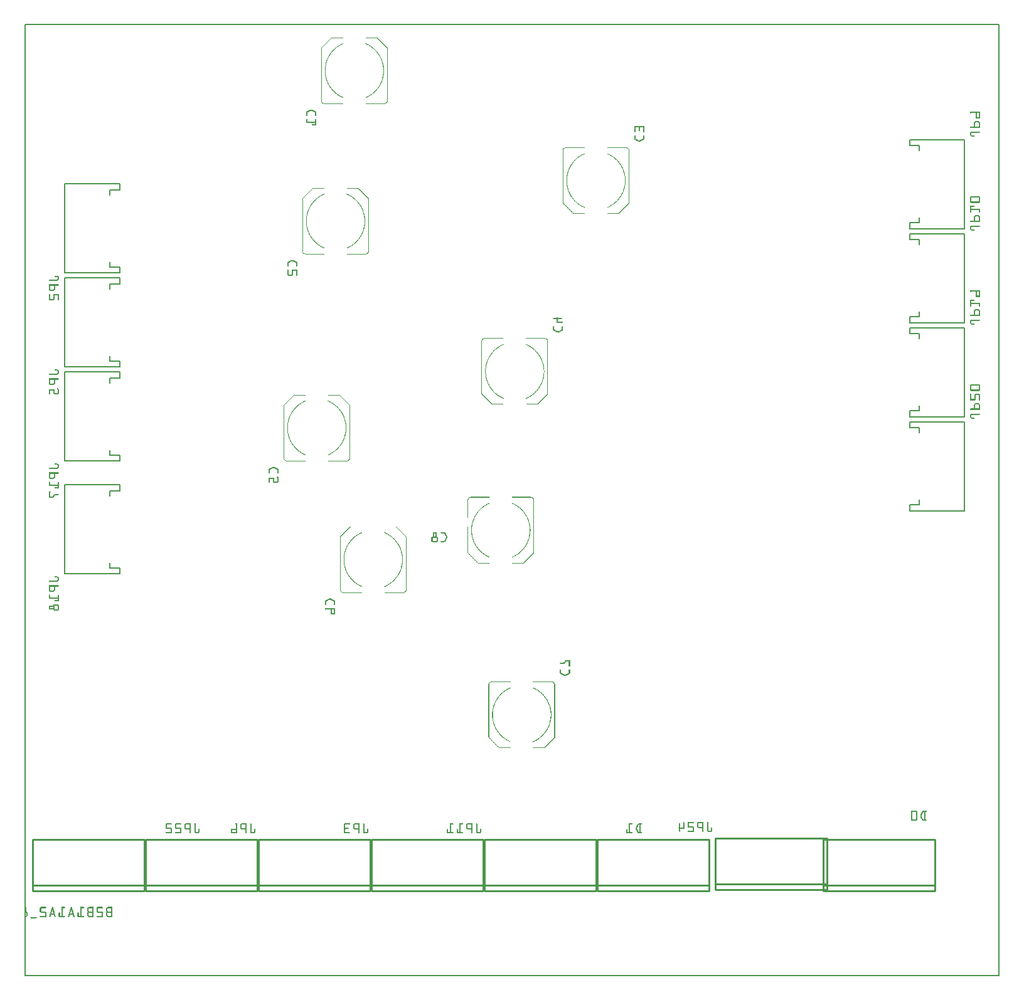
<source format=gbo>
G04 MADE WITH FRITZING*
G04 WWW.FRITZING.ORG*
G04 DOUBLE SIDED*
G04 HOLES PLATED*
G04 CONTOUR ON CENTER OF CONTOUR VECTOR*
%ASAXBY*%
%FSLAX23Y23*%
%MOIN*%
%OFA0B0*%
%SFA1.0B1.0*%
%ADD10R,5.182090X5.064610X5.166090X5.048610*%
%ADD11C,0.008000*%
%ADD12C,0.010417*%
%ADD13R,0.001000X0.001000*%
%LNSILK0*%
G90*
G70*
G54D11*
X4Y5061D02*
X5178Y5061D01*
X5178Y4D01*
X4Y4D01*
X4Y5061D01*
D02*
X453Y4153D02*
X453Y4180D01*
D02*
X453Y4180D02*
X505Y4180D01*
D02*
X505Y4180D02*
X505Y4212D01*
D02*
X505Y4212D02*
X213Y4212D01*
D02*
X213Y4212D02*
X213Y3739D01*
D02*
X213Y3739D02*
X505Y3739D01*
D02*
X505Y3739D02*
X505Y3771D01*
D02*
X505Y3771D02*
X453Y3771D01*
D02*
X453Y3771D02*
X453Y3798D01*
G54D12*
D02*
X2437Y727D02*
X1842Y727D01*
D02*
X1842Y727D02*
X1842Y483D01*
D02*
X1842Y483D02*
X1842Y452D01*
D02*
X1842Y452D02*
X2437Y452D01*
D02*
X2437Y452D02*
X2437Y483D01*
D02*
X2437Y483D02*
X2437Y727D01*
D02*
X1842Y483D02*
X2437Y483D01*
G54D11*
D02*
X453Y3653D02*
X453Y3680D01*
D02*
X453Y3680D02*
X505Y3680D01*
D02*
X505Y3680D02*
X505Y3712D01*
D02*
X505Y3712D02*
X213Y3712D01*
D02*
X213Y3712D02*
X213Y3239D01*
D02*
X213Y3239D02*
X505Y3239D01*
D02*
X505Y3239D02*
X505Y3271D01*
D02*
X505Y3271D02*
X453Y3271D01*
D02*
X453Y3271D02*
X453Y3298D01*
G54D12*
D02*
X1837Y727D02*
X1242Y727D01*
D02*
X1242Y727D02*
X1242Y483D01*
D02*
X1242Y483D02*
X1242Y452D01*
D02*
X1242Y452D02*
X1837Y452D01*
D02*
X1837Y452D02*
X1837Y483D01*
D02*
X1837Y483D02*
X1837Y727D01*
D02*
X1242Y483D02*
X1837Y483D01*
G54D11*
D02*
X4753Y4034D02*
X4753Y4007D01*
D02*
X4753Y4007D02*
X4702Y4007D01*
D02*
X4702Y4007D02*
X4702Y3975D01*
D02*
X4702Y3975D02*
X4994Y3975D01*
D02*
X4994Y3975D02*
X4994Y4448D01*
D02*
X4994Y4448D02*
X4702Y4448D01*
D02*
X4702Y4448D02*
X4702Y4416D01*
D02*
X4702Y4416D02*
X4753Y4416D01*
D02*
X4753Y4416D02*
X4753Y4389D01*
D02*
X4753Y3534D02*
X4753Y3507D01*
D02*
X4753Y3507D02*
X4702Y3507D01*
D02*
X4702Y3507D02*
X4702Y3475D01*
D02*
X4702Y3475D02*
X4994Y3475D01*
D02*
X4994Y3475D02*
X4994Y3948D01*
D02*
X4994Y3948D02*
X4702Y3948D01*
D02*
X4702Y3948D02*
X4702Y3916D01*
D02*
X4702Y3916D02*
X4753Y3916D01*
D02*
X4753Y3916D02*
X4753Y3889D01*
G54D12*
D02*
X3037Y727D02*
X2442Y727D01*
D02*
X2442Y727D02*
X2442Y483D01*
D02*
X2442Y483D02*
X2442Y452D01*
D02*
X2442Y452D02*
X3037Y452D01*
D02*
X3037Y452D02*
X3037Y483D01*
D02*
X3037Y483D02*
X3037Y727D01*
D02*
X2442Y483D02*
X3037Y483D01*
D02*
X3637Y727D02*
X3042Y727D01*
D02*
X3042Y727D02*
X3042Y483D01*
D02*
X3042Y483D02*
X3042Y452D01*
D02*
X3042Y452D02*
X3637Y452D01*
D02*
X3637Y452D02*
X3637Y483D01*
D02*
X3637Y483D02*
X3637Y727D01*
D02*
X3042Y483D02*
X3637Y483D01*
G54D11*
D02*
X453Y3153D02*
X453Y3180D01*
D02*
X453Y3180D02*
X505Y3180D01*
D02*
X505Y3180D02*
X505Y3212D01*
D02*
X505Y3212D02*
X213Y3212D01*
D02*
X213Y3212D02*
X213Y2739D01*
D02*
X213Y2739D02*
X505Y2739D01*
D02*
X505Y2739D02*
X505Y2771D01*
D02*
X505Y2771D02*
X453Y2771D01*
D02*
X453Y2771D02*
X453Y2798D01*
D02*
X453Y2553D02*
X453Y2580D01*
D02*
X453Y2580D02*
X505Y2580D01*
D02*
X505Y2580D02*
X505Y2612D01*
D02*
X505Y2612D02*
X213Y2612D01*
D02*
X213Y2612D02*
X213Y2139D01*
D02*
X213Y2139D02*
X505Y2139D01*
D02*
X505Y2139D02*
X505Y2171D01*
D02*
X505Y2171D02*
X453Y2171D01*
D02*
X453Y2171D02*
X453Y2198D01*
D02*
X4753Y3034D02*
X4753Y3007D01*
D02*
X4753Y3007D02*
X4702Y3007D01*
D02*
X4702Y3007D02*
X4702Y2975D01*
D02*
X4702Y2975D02*
X4994Y2975D01*
D02*
X4994Y2975D02*
X4994Y3448D01*
D02*
X4994Y3448D02*
X4702Y3448D01*
D02*
X4702Y3448D02*
X4702Y3416D01*
D02*
X4702Y3416D02*
X4753Y3416D01*
D02*
X4753Y3416D02*
X4753Y3389D01*
D02*
X4753Y2534D02*
X4753Y2507D01*
D02*
X4753Y2507D02*
X4702Y2507D01*
D02*
X4702Y2507D02*
X4702Y2475D01*
D02*
X4702Y2475D02*
X4994Y2475D01*
D02*
X4994Y2475D02*
X4994Y2948D01*
D02*
X4994Y2948D02*
X4702Y2948D01*
D02*
X4702Y2948D02*
X4702Y2916D01*
D02*
X4702Y2916D02*
X4753Y2916D01*
D02*
X4753Y2916D02*
X4753Y2889D01*
G54D12*
D02*
X4837Y727D02*
X4242Y727D01*
D02*
X4242Y727D02*
X4242Y483D01*
D02*
X4242Y483D02*
X4242Y452D01*
D02*
X4242Y452D02*
X4837Y452D01*
D02*
X4837Y452D02*
X4837Y483D01*
D02*
X4837Y483D02*
X4837Y727D01*
D02*
X4242Y483D02*
X4837Y483D01*
D02*
X1237Y727D02*
X642Y727D01*
D02*
X642Y727D02*
X642Y483D01*
D02*
X642Y483D02*
X642Y452D01*
D02*
X642Y452D02*
X1237Y452D01*
D02*
X1237Y452D02*
X1237Y483D01*
D02*
X1237Y483D02*
X1237Y727D01*
D02*
X642Y483D02*
X1237Y483D01*
D02*
X637Y727D02*
X42Y727D01*
D02*
X42Y727D02*
X42Y483D01*
D02*
X42Y483D02*
X42Y452D01*
D02*
X42Y452D02*
X637Y452D01*
D02*
X637Y452D02*
X637Y483D01*
D02*
X637Y483D02*
X637Y727D01*
D02*
X42Y483D02*
X637Y483D01*
D02*
X4264Y735D02*
X3670Y735D01*
D02*
X3670Y735D02*
X3670Y491D01*
D02*
X3670Y491D02*
X3670Y460D01*
D02*
X3670Y460D02*
X4264Y460D01*
D02*
X4264Y460D02*
X4264Y491D01*
D02*
X4264Y491D02*
X4264Y735D01*
D02*
X3670Y491D02*
X4264Y491D01*
G54D13*
X1632Y4991D02*
X1693Y4991D01*
X1813Y4991D02*
X1874Y4991D01*
X1631Y4990D02*
X1693Y4990D01*
X1812Y4990D02*
X1875Y4990D01*
X1630Y4989D02*
X1693Y4989D01*
X1813Y4989D02*
X1876Y4989D01*
X1629Y4988D02*
X1692Y4988D01*
X1813Y4988D02*
X1877Y4988D01*
X1628Y4987D02*
X1632Y4987D01*
X1873Y4987D02*
X1878Y4987D01*
X1627Y4986D02*
X1631Y4986D01*
X1874Y4986D02*
X1879Y4986D01*
X1626Y4985D02*
X1630Y4985D01*
X1875Y4985D02*
X1880Y4985D01*
X1625Y4984D02*
X1629Y4984D01*
X1876Y4984D02*
X1881Y4984D01*
X1624Y4983D02*
X1628Y4983D01*
X1877Y4983D02*
X1882Y4983D01*
X1623Y4982D02*
X1627Y4982D01*
X1878Y4982D02*
X1883Y4982D01*
X1622Y4981D02*
X1626Y4981D01*
X1879Y4981D02*
X1884Y4981D01*
X1621Y4980D02*
X1625Y4980D01*
X1880Y4980D02*
X1885Y4980D01*
X1620Y4979D02*
X1624Y4979D01*
X1881Y4979D02*
X1886Y4979D01*
X1619Y4978D02*
X1623Y4978D01*
X1882Y4978D02*
X1887Y4978D01*
X1618Y4977D02*
X1622Y4977D01*
X1883Y4977D02*
X1888Y4977D01*
X1617Y4976D02*
X1621Y4976D01*
X1884Y4976D02*
X1889Y4976D01*
X1616Y4975D02*
X1620Y4975D01*
X1885Y4975D02*
X1890Y4975D01*
X1615Y4974D02*
X1619Y4974D01*
X1886Y4974D02*
X1891Y4974D01*
X1614Y4973D02*
X1618Y4973D01*
X1887Y4973D02*
X1892Y4973D01*
X1613Y4972D02*
X1617Y4972D01*
X1888Y4972D02*
X1893Y4972D01*
X1612Y4971D02*
X1616Y4971D01*
X1889Y4971D02*
X1894Y4971D01*
X1611Y4970D02*
X1615Y4970D01*
X1890Y4970D02*
X1895Y4970D01*
X1610Y4969D02*
X1614Y4969D01*
X1891Y4969D02*
X1896Y4969D01*
X1609Y4968D02*
X1613Y4968D01*
X1892Y4968D02*
X1897Y4968D01*
X1608Y4967D02*
X1612Y4967D01*
X1893Y4967D02*
X1898Y4967D01*
X1607Y4966D02*
X1611Y4966D01*
X1894Y4966D02*
X1899Y4966D01*
X1606Y4965D02*
X1610Y4965D01*
X1895Y4965D02*
X1900Y4965D01*
X1605Y4964D02*
X1609Y4964D01*
X1896Y4964D02*
X1901Y4964D01*
X1604Y4963D02*
X1608Y4963D01*
X1897Y4963D02*
X1902Y4963D01*
X1603Y4962D02*
X1607Y4962D01*
X1898Y4962D02*
X1903Y4962D01*
X1602Y4961D02*
X1606Y4961D01*
X1899Y4961D02*
X1904Y4961D01*
X1601Y4960D02*
X1605Y4960D01*
X1900Y4960D02*
X1905Y4960D01*
X1600Y4959D02*
X1604Y4959D01*
X1691Y4959D02*
X1693Y4959D01*
X1813Y4959D02*
X1815Y4959D01*
X1901Y4959D02*
X1906Y4959D01*
X1599Y4958D02*
X1603Y4958D01*
X1689Y4958D02*
X1693Y4958D01*
X1812Y4958D02*
X1817Y4958D01*
X1902Y4958D02*
X1907Y4958D01*
X1598Y4957D02*
X1602Y4957D01*
X1686Y4957D02*
X1693Y4957D01*
X1812Y4957D02*
X1819Y4957D01*
X1903Y4957D02*
X1908Y4957D01*
X1597Y4956D02*
X1601Y4956D01*
X1684Y4956D02*
X1692Y4956D01*
X1813Y4956D02*
X1821Y4956D01*
X1904Y4956D02*
X1909Y4956D01*
X1596Y4955D02*
X1600Y4955D01*
X1682Y4955D02*
X1690Y4955D01*
X1815Y4955D02*
X1823Y4955D01*
X1905Y4955D02*
X1910Y4955D01*
X1595Y4954D02*
X1599Y4954D01*
X1680Y4954D02*
X1688Y4954D01*
X1817Y4954D02*
X1825Y4954D01*
X1906Y4954D02*
X1911Y4954D01*
X1594Y4953D02*
X1598Y4953D01*
X1678Y4953D02*
X1686Y4953D01*
X1819Y4953D02*
X1827Y4953D01*
X1907Y4953D02*
X1912Y4953D01*
X1593Y4952D02*
X1597Y4952D01*
X1677Y4952D02*
X1684Y4952D01*
X1821Y4952D02*
X1829Y4952D01*
X1908Y4952D02*
X1913Y4952D01*
X1592Y4951D02*
X1596Y4951D01*
X1675Y4951D02*
X1682Y4951D01*
X1824Y4951D02*
X1831Y4951D01*
X1909Y4951D02*
X1914Y4951D01*
X1591Y4950D02*
X1595Y4950D01*
X1673Y4950D02*
X1680Y4950D01*
X1825Y4950D02*
X1832Y4950D01*
X1910Y4950D02*
X1915Y4950D01*
X1590Y4949D02*
X1594Y4949D01*
X1671Y4949D02*
X1678Y4949D01*
X1827Y4949D02*
X1834Y4949D01*
X1911Y4949D02*
X1916Y4949D01*
X1589Y4948D02*
X1593Y4948D01*
X1670Y4948D02*
X1677Y4948D01*
X1829Y4948D02*
X1836Y4948D01*
X1912Y4948D02*
X1917Y4948D01*
X1588Y4947D02*
X1592Y4947D01*
X1668Y4947D02*
X1675Y4947D01*
X1831Y4947D02*
X1837Y4947D01*
X1913Y4947D02*
X1918Y4947D01*
X1587Y4946D02*
X1591Y4946D01*
X1667Y4946D02*
X1673Y4946D01*
X1833Y4946D02*
X1839Y4946D01*
X1914Y4946D02*
X1919Y4946D01*
X1586Y4945D02*
X1590Y4945D01*
X1665Y4945D02*
X1671Y4945D01*
X1834Y4945D02*
X1840Y4945D01*
X1915Y4945D02*
X1920Y4945D01*
X1585Y4944D02*
X1589Y4944D01*
X1664Y4944D02*
X1670Y4944D01*
X1836Y4944D02*
X1842Y4944D01*
X1916Y4944D02*
X1921Y4944D01*
X1584Y4943D02*
X1588Y4943D01*
X1662Y4943D02*
X1668Y4943D01*
X1837Y4943D02*
X1843Y4943D01*
X1917Y4943D02*
X1922Y4943D01*
X1583Y4942D02*
X1587Y4942D01*
X1661Y4942D02*
X1667Y4942D01*
X1839Y4942D02*
X1845Y4942D01*
X1918Y4942D02*
X1923Y4942D01*
X1582Y4941D02*
X1586Y4941D01*
X1660Y4941D02*
X1665Y4941D01*
X1840Y4941D02*
X1846Y4941D01*
X1919Y4941D02*
X1924Y4941D01*
X1581Y4940D02*
X1585Y4940D01*
X1658Y4940D02*
X1664Y4940D01*
X1842Y4940D02*
X1847Y4940D01*
X1920Y4940D02*
X1925Y4940D01*
X1580Y4939D02*
X1584Y4939D01*
X1657Y4939D02*
X1662Y4939D01*
X1843Y4939D02*
X1849Y4939D01*
X1921Y4939D02*
X1926Y4939D01*
X1579Y4938D02*
X1583Y4938D01*
X1656Y4938D02*
X1661Y4938D01*
X1845Y4938D02*
X1850Y4938D01*
X1922Y4938D02*
X1927Y4938D01*
X1578Y4937D02*
X1582Y4937D01*
X1654Y4937D02*
X1660Y4937D01*
X1846Y4937D02*
X1851Y4937D01*
X1923Y4937D02*
X1928Y4937D01*
X1577Y4936D02*
X1581Y4936D01*
X1653Y4936D02*
X1658Y4936D01*
X1847Y4936D02*
X1852Y4936D01*
X1924Y4936D02*
X1929Y4936D01*
X1576Y4935D02*
X1580Y4935D01*
X1652Y4935D02*
X1657Y4935D01*
X1848Y4935D02*
X1854Y4935D01*
X1925Y4935D02*
X1929Y4935D01*
X1576Y4934D02*
X1579Y4934D01*
X1651Y4934D02*
X1656Y4934D01*
X1850Y4934D02*
X1855Y4934D01*
X1926Y4934D02*
X1929Y4934D01*
X1576Y4933D02*
X1579Y4933D01*
X1650Y4933D02*
X1655Y4933D01*
X1851Y4933D02*
X1856Y4933D01*
X1927Y4933D02*
X1929Y4933D01*
X1576Y4932D02*
X1579Y4932D01*
X1649Y4932D02*
X1653Y4932D01*
X1852Y4932D02*
X1857Y4932D01*
X1927Y4932D02*
X1929Y4932D01*
X1576Y4931D02*
X1579Y4931D01*
X1648Y4931D02*
X1652Y4931D01*
X1853Y4931D02*
X1858Y4931D01*
X1927Y4931D02*
X1929Y4931D01*
X1576Y4930D02*
X1579Y4930D01*
X1646Y4930D02*
X1651Y4930D01*
X1854Y4930D02*
X1859Y4930D01*
X1927Y4930D02*
X1929Y4930D01*
X1576Y4929D02*
X1579Y4929D01*
X1645Y4929D02*
X1650Y4929D01*
X1856Y4929D02*
X1860Y4929D01*
X1927Y4929D02*
X1929Y4929D01*
X1576Y4928D02*
X1579Y4928D01*
X1644Y4928D02*
X1649Y4928D01*
X1857Y4928D02*
X1861Y4928D01*
X1927Y4928D02*
X1929Y4928D01*
X1576Y4927D02*
X1579Y4927D01*
X1643Y4927D02*
X1648Y4927D01*
X1858Y4927D02*
X1862Y4927D01*
X1927Y4927D02*
X1929Y4927D01*
X1576Y4926D02*
X1579Y4926D01*
X1642Y4926D02*
X1647Y4926D01*
X1859Y4926D02*
X1863Y4926D01*
X1927Y4926D02*
X1929Y4926D01*
X1576Y4925D02*
X1579Y4925D01*
X1641Y4925D02*
X1646Y4925D01*
X1860Y4925D02*
X1864Y4925D01*
X1927Y4925D02*
X1929Y4925D01*
X1576Y4924D02*
X1579Y4924D01*
X1640Y4924D02*
X1645Y4924D01*
X1861Y4924D02*
X1865Y4924D01*
X1927Y4924D02*
X1929Y4924D01*
X1576Y4923D02*
X1579Y4923D01*
X1639Y4923D02*
X1644Y4923D01*
X1862Y4923D02*
X1866Y4923D01*
X1927Y4923D02*
X1929Y4923D01*
X1576Y4922D02*
X1579Y4922D01*
X1638Y4922D02*
X1643Y4922D01*
X1863Y4922D02*
X1867Y4922D01*
X1927Y4922D02*
X1929Y4922D01*
X1576Y4921D02*
X1579Y4921D01*
X1637Y4921D02*
X1642Y4921D01*
X1864Y4921D02*
X1868Y4921D01*
X1927Y4921D02*
X1929Y4921D01*
X1576Y4920D02*
X1579Y4920D01*
X1636Y4920D02*
X1641Y4920D01*
X1865Y4920D02*
X1869Y4920D01*
X1927Y4920D02*
X1929Y4920D01*
X1576Y4919D02*
X1579Y4919D01*
X1636Y4919D02*
X1640Y4919D01*
X1866Y4919D02*
X1870Y4919D01*
X1927Y4919D02*
X1929Y4919D01*
X1576Y4918D02*
X1579Y4918D01*
X1635Y4918D02*
X1639Y4918D01*
X1867Y4918D02*
X1871Y4918D01*
X1927Y4918D02*
X1929Y4918D01*
X1576Y4917D02*
X1579Y4917D01*
X1634Y4917D02*
X1638Y4917D01*
X1868Y4917D02*
X1872Y4917D01*
X1927Y4917D02*
X1929Y4917D01*
X1576Y4916D02*
X1579Y4916D01*
X1633Y4916D02*
X1637Y4916D01*
X1869Y4916D02*
X1872Y4916D01*
X1927Y4916D02*
X1929Y4916D01*
X1576Y4915D02*
X1579Y4915D01*
X1632Y4915D02*
X1636Y4915D01*
X1869Y4915D02*
X1873Y4915D01*
X1927Y4915D02*
X1929Y4915D01*
X1576Y4914D02*
X1579Y4914D01*
X1631Y4914D02*
X1635Y4914D01*
X1870Y4914D02*
X1874Y4914D01*
X1927Y4914D02*
X1929Y4914D01*
X1576Y4913D02*
X1579Y4913D01*
X1631Y4913D02*
X1635Y4913D01*
X1871Y4913D02*
X1875Y4913D01*
X1927Y4913D02*
X1929Y4913D01*
X1576Y4912D02*
X1579Y4912D01*
X1630Y4912D02*
X1634Y4912D01*
X1872Y4912D02*
X1876Y4912D01*
X1927Y4912D02*
X1929Y4912D01*
X1576Y4911D02*
X1579Y4911D01*
X1629Y4911D02*
X1633Y4911D01*
X1873Y4911D02*
X1877Y4911D01*
X1927Y4911D02*
X1929Y4911D01*
X1576Y4910D02*
X1579Y4910D01*
X1628Y4910D02*
X1632Y4910D01*
X1874Y4910D02*
X1877Y4910D01*
X1927Y4910D02*
X1929Y4910D01*
X1576Y4909D02*
X1579Y4909D01*
X1627Y4909D02*
X1631Y4909D01*
X1874Y4909D02*
X1878Y4909D01*
X1927Y4909D02*
X1929Y4909D01*
X1576Y4908D02*
X1579Y4908D01*
X1627Y4908D02*
X1630Y4908D01*
X1875Y4908D02*
X1879Y4908D01*
X1927Y4908D02*
X1929Y4908D01*
X1576Y4907D02*
X1579Y4907D01*
X1626Y4907D02*
X1630Y4907D01*
X1876Y4907D02*
X1880Y4907D01*
X1927Y4907D02*
X1929Y4907D01*
X1576Y4906D02*
X1579Y4906D01*
X1625Y4906D02*
X1629Y4906D01*
X1877Y4906D02*
X1880Y4906D01*
X1927Y4906D02*
X1929Y4906D01*
X1576Y4905D02*
X1579Y4905D01*
X1625Y4905D02*
X1628Y4905D01*
X1877Y4905D02*
X1881Y4905D01*
X1927Y4905D02*
X1929Y4905D01*
X1576Y4904D02*
X1579Y4904D01*
X1624Y4904D02*
X1628Y4904D01*
X1878Y4904D02*
X1882Y4904D01*
X1927Y4904D02*
X1929Y4904D01*
X1576Y4903D02*
X1579Y4903D01*
X1623Y4903D02*
X1627Y4903D01*
X1879Y4903D02*
X1882Y4903D01*
X1927Y4903D02*
X1929Y4903D01*
X1576Y4902D02*
X1579Y4902D01*
X1622Y4902D02*
X1626Y4902D01*
X1879Y4902D02*
X1883Y4902D01*
X1927Y4902D02*
X1929Y4902D01*
X1576Y4901D02*
X1579Y4901D01*
X1622Y4901D02*
X1625Y4901D01*
X1880Y4901D02*
X1884Y4901D01*
X1927Y4901D02*
X1929Y4901D01*
X1576Y4900D02*
X1579Y4900D01*
X1621Y4900D02*
X1625Y4900D01*
X1881Y4900D02*
X1884Y4900D01*
X1927Y4900D02*
X1929Y4900D01*
X1576Y4899D02*
X1579Y4899D01*
X1621Y4899D02*
X1624Y4899D01*
X1882Y4899D02*
X1885Y4899D01*
X1927Y4899D02*
X1929Y4899D01*
X1576Y4898D02*
X1579Y4898D01*
X1620Y4898D02*
X1623Y4898D01*
X1882Y4898D02*
X1886Y4898D01*
X1927Y4898D02*
X1929Y4898D01*
X1576Y4897D02*
X1579Y4897D01*
X1619Y4897D02*
X1623Y4897D01*
X1883Y4897D02*
X1886Y4897D01*
X1927Y4897D02*
X1929Y4897D01*
X1576Y4896D02*
X1579Y4896D01*
X1619Y4896D02*
X1622Y4896D01*
X1883Y4896D02*
X1887Y4896D01*
X1927Y4896D02*
X1929Y4896D01*
X1576Y4895D02*
X1579Y4895D01*
X1618Y4895D02*
X1622Y4895D01*
X1884Y4895D02*
X1887Y4895D01*
X1927Y4895D02*
X1929Y4895D01*
X1576Y4894D02*
X1579Y4894D01*
X1618Y4894D02*
X1621Y4894D01*
X1885Y4894D02*
X1888Y4894D01*
X1927Y4894D02*
X1929Y4894D01*
X1576Y4893D02*
X1579Y4893D01*
X1617Y4893D02*
X1620Y4893D01*
X1885Y4893D02*
X1889Y4893D01*
X1927Y4893D02*
X1929Y4893D01*
X1576Y4892D02*
X1579Y4892D01*
X1616Y4892D02*
X1620Y4892D01*
X1886Y4892D02*
X1889Y4892D01*
X1927Y4892D02*
X1929Y4892D01*
X1576Y4891D02*
X1579Y4891D01*
X1616Y4891D02*
X1619Y4891D01*
X1886Y4891D02*
X1890Y4891D01*
X1927Y4891D02*
X1929Y4891D01*
X1576Y4890D02*
X1579Y4890D01*
X1615Y4890D02*
X1618Y4890D01*
X1887Y4890D02*
X1890Y4890D01*
X1927Y4890D02*
X1929Y4890D01*
X1576Y4889D02*
X1579Y4889D01*
X1615Y4889D02*
X1618Y4889D01*
X1888Y4889D02*
X1891Y4889D01*
X1927Y4889D02*
X1929Y4889D01*
X1576Y4888D02*
X1579Y4888D01*
X1614Y4888D02*
X1617Y4888D01*
X1888Y4888D02*
X1891Y4888D01*
X1927Y4888D02*
X1929Y4888D01*
X1576Y4887D02*
X1579Y4887D01*
X1614Y4887D02*
X1617Y4887D01*
X1889Y4887D02*
X1892Y4887D01*
X1927Y4887D02*
X1929Y4887D01*
X1576Y4886D02*
X1579Y4886D01*
X1613Y4886D02*
X1616Y4886D01*
X1889Y4886D02*
X1892Y4886D01*
X1927Y4886D02*
X1929Y4886D01*
X1576Y4885D02*
X1579Y4885D01*
X1613Y4885D02*
X1616Y4885D01*
X1890Y4885D02*
X1893Y4885D01*
X1927Y4885D02*
X1929Y4885D01*
X1576Y4884D02*
X1579Y4884D01*
X1612Y4884D02*
X1615Y4884D01*
X1890Y4884D02*
X1893Y4884D01*
X1927Y4884D02*
X1929Y4884D01*
X1576Y4883D02*
X1579Y4883D01*
X1612Y4883D02*
X1615Y4883D01*
X1891Y4883D02*
X1894Y4883D01*
X1927Y4883D02*
X1929Y4883D01*
X1576Y4882D02*
X1579Y4882D01*
X1611Y4882D02*
X1614Y4882D01*
X1891Y4882D02*
X1894Y4882D01*
X1927Y4882D02*
X1929Y4882D01*
X1576Y4881D02*
X1579Y4881D01*
X1611Y4881D02*
X1614Y4881D01*
X1892Y4881D02*
X1895Y4881D01*
X1927Y4881D02*
X1929Y4881D01*
X1576Y4880D02*
X1579Y4880D01*
X1610Y4880D02*
X1613Y4880D01*
X1892Y4880D02*
X1895Y4880D01*
X1927Y4880D02*
X1929Y4880D01*
X1576Y4879D02*
X1579Y4879D01*
X1610Y4879D02*
X1613Y4879D01*
X1893Y4879D02*
X1896Y4879D01*
X1927Y4879D02*
X1929Y4879D01*
X1576Y4878D02*
X1579Y4878D01*
X1609Y4878D02*
X1612Y4878D01*
X1893Y4878D02*
X1896Y4878D01*
X1927Y4878D02*
X1929Y4878D01*
X1576Y4877D02*
X1579Y4877D01*
X1609Y4877D02*
X1612Y4877D01*
X1894Y4877D02*
X1897Y4877D01*
X1927Y4877D02*
X1929Y4877D01*
X1576Y4876D02*
X1579Y4876D01*
X1608Y4876D02*
X1612Y4876D01*
X1894Y4876D02*
X1897Y4876D01*
X1927Y4876D02*
X1929Y4876D01*
X1576Y4875D02*
X1579Y4875D01*
X1608Y4875D02*
X1611Y4875D01*
X1894Y4875D02*
X1898Y4875D01*
X1927Y4875D02*
X1929Y4875D01*
X1576Y4874D02*
X1579Y4874D01*
X1608Y4874D02*
X1611Y4874D01*
X1895Y4874D02*
X1898Y4874D01*
X1927Y4874D02*
X1929Y4874D01*
X1576Y4873D02*
X1579Y4873D01*
X1607Y4873D02*
X1610Y4873D01*
X1895Y4873D02*
X1898Y4873D01*
X1927Y4873D02*
X1929Y4873D01*
X1576Y4872D02*
X1579Y4872D01*
X1607Y4872D02*
X1610Y4872D01*
X1896Y4872D02*
X1899Y4872D01*
X1927Y4872D02*
X1929Y4872D01*
X1576Y4871D02*
X1579Y4871D01*
X1606Y4871D02*
X1609Y4871D01*
X1896Y4871D02*
X1899Y4871D01*
X1927Y4871D02*
X1929Y4871D01*
X1576Y4870D02*
X1579Y4870D01*
X1606Y4870D02*
X1609Y4870D01*
X1897Y4870D02*
X1900Y4870D01*
X1927Y4870D02*
X1929Y4870D01*
X1576Y4869D02*
X1579Y4869D01*
X1606Y4869D02*
X1609Y4869D01*
X1897Y4869D02*
X1900Y4869D01*
X1927Y4869D02*
X1929Y4869D01*
X1576Y4868D02*
X1579Y4868D01*
X1605Y4868D02*
X1608Y4868D01*
X1897Y4868D02*
X1900Y4868D01*
X1927Y4868D02*
X1929Y4868D01*
X1576Y4867D02*
X1579Y4867D01*
X1605Y4867D02*
X1608Y4867D01*
X1898Y4867D02*
X1901Y4867D01*
X1927Y4867D02*
X1929Y4867D01*
X1576Y4866D02*
X1579Y4866D01*
X1605Y4866D02*
X1608Y4866D01*
X1898Y4866D02*
X1901Y4866D01*
X1927Y4866D02*
X1929Y4866D01*
X1576Y4865D02*
X1579Y4865D01*
X1604Y4865D02*
X1607Y4865D01*
X1898Y4865D02*
X1901Y4865D01*
X1927Y4865D02*
X1929Y4865D01*
X1576Y4864D02*
X1579Y4864D01*
X1604Y4864D02*
X1607Y4864D01*
X1899Y4864D02*
X1902Y4864D01*
X1927Y4864D02*
X1929Y4864D01*
X1576Y4863D02*
X1579Y4863D01*
X1604Y4863D02*
X1607Y4863D01*
X1899Y4863D02*
X1902Y4863D01*
X1927Y4863D02*
X1929Y4863D01*
X1576Y4862D02*
X1579Y4862D01*
X1603Y4862D02*
X1606Y4862D01*
X1899Y4862D02*
X1902Y4862D01*
X1927Y4862D02*
X1929Y4862D01*
X1576Y4861D02*
X1579Y4861D01*
X1603Y4861D02*
X1606Y4861D01*
X1900Y4861D02*
X1903Y4861D01*
X1927Y4861D02*
X1929Y4861D01*
X1576Y4860D02*
X1579Y4860D01*
X1603Y4860D02*
X1606Y4860D01*
X1900Y4860D02*
X1903Y4860D01*
X1927Y4860D02*
X1929Y4860D01*
X1576Y4859D02*
X1579Y4859D01*
X1602Y4859D02*
X1605Y4859D01*
X1900Y4859D02*
X1903Y4859D01*
X1927Y4859D02*
X1929Y4859D01*
X1576Y4858D02*
X1579Y4858D01*
X1602Y4858D02*
X1605Y4858D01*
X1901Y4858D02*
X1904Y4858D01*
X1927Y4858D02*
X1929Y4858D01*
X1576Y4857D02*
X1579Y4857D01*
X1602Y4857D02*
X1605Y4857D01*
X1901Y4857D02*
X1904Y4857D01*
X1927Y4857D02*
X1929Y4857D01*
X1576Y4856D02*
X1579Y4856D01*
X1601Y4856D02*
X1604Y4856D01*
X1901Y4856D02*
X1904Y4856D01*
X1927Y4856D02*
X1929Y4856D01*
X1576Y4855D02*
X1579Y4855D01*
X1601Y4855D02*
X1604Y4855D01*
X1901Y4855D02*
X1904Y4855D01*
X1927Y4855D02*
X1929Y4855D01*
X1576Y4854D02*
X1579Y4854D01*
X1601Y4854D02*
X1604Y4854D01*
X1902Y4854D02*
X1905Y4854D01*
X1927Y4854D02*
X1929Y4854D01*
X1576Y4853D02*
X1579Y4853D01*
X1601Y4853D02*
X1604Y4853D01*
X1902Y4853D02*
X1905Y4853D01*
X1927Y4853D02*
X1929Y4853D01*
X1576Y4852D02*
X1579Y4852D01*
X1600Y4852D02*
X1603Y4852D01*
X1902Y4852D02*
X1905Y4852D01*
X1927Y4852D02*
X1929Y4852D01*
X1576Y4851D02*
X1579Y4851D01*
X1600Y4851D02*
X1603Y4851D01*
X1902Y4851D02*
X1905Y4851D01*
X1927Y4851D02*
X1929Y4851D01*
X1576Y4850D02*
X1579Y4850D01*
X1600Y4850D02*
X1603Y4850D01*
X1903Y4850D02*
X1906Y4850D01*
X1927Y4850D02*
X1929Y4850D01*
X1576Y4849D02*
X1579Y4849D01*
X1600Y4849D02*
X1603Y4849D01*
X1903Y4849D02*
X1906Y4849D01*
X1927Y4849D02*
X1929Y4849D01*
X1576Y4848D02*
X1579Y4848D01*
X1599Y4848D02*
X1602Y4848D01*
X1903Y4848D02*
X1906Y4848D01*
X1927Y4848D02*
X1929Y4848D01*
X1576Y4847D02*
X1579Y4847D01*
X1599Y4847D02*
X1602Y4847D01*
X1903Y4847D02*
X1906Y4847D01*
X1927Y4847D02*
X1929Y4847D01*
X1576Y4846D02*
X1579Y4846D01*
X1599Y4846D02*
X1602Y4846D01*
X1904Y4846D02*
X1907Y4846D01*
X1927Y4846D02*
X1929Y4846D01*
X1576Y4845D02*
X1579Y4845D01*
X1599Y4845D02*
X1602Y4845D01*
X1904Y4845D02*
X1907Y4845D01*
X1927Y4845D02*
X1929Y4845D01*
X1576Y4844D02*
X1579Y4844D01*
X1599Y4844D02*
X1602Y4844D01*
X1904Y4844D02*
X1907Y4844D01*
X1927Y4844D02*
X1929Y4844D01*
X1576Y4843D02*
X1579Y4843D01*
X1599Y4843D02*
X1601Y4843D01*
X1904Y4843D02*
X1907Y4843D01*
X1927Y4843D02*
X1929Y4843D01*
X1576Y4842D02*
X1579Y4842D01*
X1598Y4842D02*
X1601Y4842D01*
X1904Y4842D02*
X1907Y4842D01*
X1927Y4842D02*
X1929Y4842D01*
X1576Y4841D02*
X1579Y4841D01*
X1598Y4841D02*
X1601Y4841D01*
X1904Y4841D02*
X1907Y4841D01*
X1927Y4841D02*
X1929Y4841D01*
X1576Y4840D02*
X1579Y4840D01*
X1598Y4840D02*
X1601Y4840D01*
X1905Y4840D02*
X1908Y4840D01*
X1927Y4840D02*
X1929Y4840D01*
X1576Y4839D02*
X1579Y4839D01*
X1598Y4839D02*
X1601Y4839D01*
X1905Y4839D02*
X1908Y4839D01*
X1927Y4839D02*
X1929Y4839D01*
X1576Y4838D02*
X1579Y4838D01*
X1598Y4838D02*
X1601Y4838D01*
X1905Y4838D02*
X1908Y4838D01*
X1927Y4838D02*
X1929Y4838D01*
X1576Y4837D02*
X1579Y4837D01*
X1597Y4837D02*
X1600Y4837D01*
X1905Y4837D02*
X1908Y4837D01*
X1927Y4837D02*
X1929Y4837D01*
X1576Y4836D02*
X1579Y4836D01*
X1597Y4836D02*
X1600Y4836D01*
X1905Y4836D02*
X1908Y4836D01*
X1927Y4836D02*
X1929Y4836D01*
X1576Y4835D02*
X1579Y4835D01*
X1597Y4835D02*
X1600Y4835D01*
X1905Y4835D02*
X1908Y4835D01*
X1927Y4835D02*
X1929Y4835D01*
X1576Y4834D02*
X1579Y4834D01*
X1597Y4834D02*
X1600Y4834D01*
X1906Y4834D02*
X1909Y4834D01*
X1927Y4834D02*
X1929Y4834D01*
X1576Y4833D02*
X1579Y4833D01*
X1597Y4833D02*
X1600Y4833D01*
X1906Y4833D02*
X1909Y4833D01*
X1927Y4833D02*
X1929Y4833D01*
X1576Y4832D02*
X1579Y4832D01*
X1597Y4832D02*
X1600Y4832D01*
X1906Y4832D02*
X1909Y4832D01*
X1927Y4832D02*
X1929Y4832D01*
X1576Y4831D02*
X1579Y4831D01*
X1597Y4831D02*
X1600Y4831D01*
X1906Y4831D02*
X1909Y4831D01*
X1927Y4831D02*
X1929Y4831D01*
X1576Y4830D02*
X1579Y4830D01*
X1597Y4830D02*
X1600Y4830D01*
X1906Y4830D02*
X1909Y4830D01*
X1927Y4830D02*
X1929Y4830D01*
X1576Y4829D02*
X1579Y4829D01*
X1596Y4829D02*
X1599Y4829D01*
X1906Y4829D02*
X1909Y4829D01*
X1927Y4829D02*
X1929Y4829D01*
X1576Y4828D02*
X1579Y4828D01*
X1596Y4828D02*
X1599Y4828D01*
X1906Y4828D02*
X1909Y4828D01*
X1927Y4828D02*
X1929Y4828D01*
X1576Y4827D02*
X1579Y4827D01*
X1596Y4827D02*
X1599Y4827D01*
X1906Y4827D02*
X1909Y4827D01*
X1927Y4827D02*
X1929Y4827D01*
X1576Y4826D02*
X1579Y4826D01*
X1596Y4826D02*
X1599Y4826D01*
X1906Y4826D02*
X1909Y4826D01*
X1927Y4826D02*
X1929Y4826D01*
X1576Y4825D02*
X1579Y4825D01*
X1596Y4825D02*
X1599Y4825D01*
X1906Y4825D02*
X1909Y4825D01*
X1927Y4825D02*
X1929Y4825D01*
X1576Y4824D02*
X1579Y4824D01*
X1596Y4824D02*
X1599Y4824D01*
X1907Y4824D02*
X1909Y4824D01*
X1927Y4824D02*
X1929Y4824D01*
X1576Y4823D02*
X1579Y4823D01*
X1596Y4823D02*
X1599Y4823D01*
X1907Y4823D02*
X1910Y4823D01*
X1927Y4823D02*
X1929Y4823D01*
X1576Y4822D02*
X1579Y4822D01*
X1596Y4822D02*
X1599Y4822D01*
X1907Y4822D02*
X1910Y4822D01*
X1927Y4822D02*
X1929Y4822D01*
X1576Y4821D02*
X1579Y4821D01*
X1596Y4821D02*
X1599Y4821D01*
X1907Y4821D02*
X1910Y4821D01*
X1927Y4821D02*
X1929Y4821D01*
X1576Y4820D02*
X1579Y4820D01*
X1596Y4820D02*
X1599Y4820D01*
X1907Y4820D02*
X1910Y4820D01*
X1927Y4820D02*
X1929Y4820D01*
X1576Y4819D02*
X1579Y4819D01*
X1596Y4819D02*
X1599Y4819D01*
X1907Y4819D02*
X1910Y4819D01*
X1927Y4819D02*
X1929Y4819D01*
X1576Y4818D02*
X1579Y4818D01*
X1596Y4818D02*
X1599Y4818D01*
X1907Y4818D02*
X1910Y4818D01*
X1927Y4818D02*
X1929Y4818D01*
X1576Y4817D02*
X1579Y4817D01*
X1596Y4817D02*
X1599Y4817D01*
X1907Y4817D02*
X1910Y4817D01*
X1927Y4817D02*
X1929Y4817D01*
X1576Y4816D02*
X1579Y4816D01*
X1596Y4816D02*
X1599Y4816D01*
X1907Y4816D02*
X1910Y4816D01*
X1927Y4816D02*
X1929Y4816D01*
X1576Y4815D02*
X1579Y4815D01*
X1596Y4815D02*
X1599Y4815D01*
X1907Y4815D02*
X1910Y4815D01*
X1927Y4815D02*
X1929Y4815D01*
X1576Y4814D02*
X1579Y4814D01*
X1596Y4814D02*
X1599Y4814D01*
X1907Y4814D02*
X1910Y4814D01*
X1927Y4814D02*
X1929Y4814D01*
X1576Y4813D02*
X1579Y4813D01*
X1596Y4813D02*
X1599Y4813D01*
X1907Y4813D02*
X1910Y4813D01*
X1927Y4813D02*
X1929Y4813D01*
X1576Y4812D02*
X1579Y4812D01*
X1596Y4812D02*
X1599Y4812D01*
X1907Y4812D02*
X1910Y4812D01*
X1927Y4812D02*
X1929Y4812D01*
X1576Y4811D02*
X1579Y4811D01*
X1596Y4811D02*
X1599Y4811D01*
X1907Y4811D02*
X1910Y4811D01*
X1927Y4811D02*
X1929Y4811D01*
X1576Y4810D02*
X1579Y4810D01*
X1596Y4810D02*
X1599Y4810D01*
X1907Y4810D02*
X1910Y4810D01*
X1927Y4810D02*
X1929Y4810D01*
X1576Y4809D02*
X1579Y4809D01*
X1596Y4809D02*
X1599Y4809D01*
X1907Y4809D02*
X1910Y4809D01*
X1927Y4809D02*
X1929Y4809D01*
X1576Y4808D02*
X1579Y4808D01*
X1596Y4808D02*
X1599Y4808D01*
X1907Y4808D02*
X1910Y4808D01*
X1927Y4808D02*
X1929Y4808D01*
X1576Y4807D02*
X1579Y4807D01*
X1596Y4807D02*
X1599Y4807D01*
X1907Y4807D02*
X1910Y4807D01*
X1927Y4807D02*
X1929Y4807D01*
X1576Y4806D02*
X1579Y4806D01*
X1596Y4806D02*
X1599Y4806D01*
X1907Y4806D02*
X1910Y4806D01*
X1927Y4806D02*
X1929Y4806D01*
X1576Y4805D02*
X1579Y4805D01*
X1596Y4805D02*
X1599Y4805D01*
X1907Y4805D02*
X1909Y4805D01*
X1927Y4805D02*
X1929Y4805D01*
X1576Y4804D02*
X1579Y4804D01*
X1596Y4804D02*
X1599Y4804D01*
X1906Y4804D02*
X1909Y4804D01*
X1927Y4804D02*
X1929Y4804D01*
X1576Y4803D02*
X1579Y4803D01*
X1596Y4803D02*
X1599Y4803D01*
X1906Y4803D02*
X1909Y4803D01*
X1927Y4803D02*
X1929Y4803D01*
X1576Y4802D02*
X1579Y4802D01*
X1596Y4802D02*
X1599Y4802D01*
X1906Y4802D02*
X1909Y4802D01*
X1927Y4802D02*
X1929Y4802D01*
X1576Y4801D02*
X1579Y4801D01*
X1596Y4801D02*
X1599Y4801D01*
X1906Y4801D02*
X1909Y4801D01*
X1927Y4801D02*
X1929Y4801D01*
X1576Y4800D02*
X1579Y4800D01*
X1597Y4800D02*
X1599Y4800D01*
X1906Y4800D02*
X1909Y4800D01*
X1927Y4800D02*
X1929Y4800D01*
X1576Y4799D02*
X1579Y4799D01*
X1597Y4799D02*
X1600Y4799D01*
X1906Y4799D02*
X1909Y4799D01*
X1927Y4799D02*
X1929Y4799D01*
X1576Y4798D02*
X1579Y4798D01*
X1597Y4798D02*
X1600Y4798D01*
X1906Y4798D02*
X1909Y4798D01*
X1927Y4798D02*
X1929Y4798D01*
X1576Y4797D02*
X1579Y4797D01*
X1597Y4797D02*
X1600Y4797D01*
X1906Y4797D02*
X1909Y4797D01*
X1927Y4797D02*
X1929Y4797D01*
X1576Y4796D02*
X1579Y4796D01*
X1597Y4796D02*
X1600Y4796D01*
X1906Y4796D02*
X1909Y4796D01*
X1927Y4796D02*
X1929Y4796D01*
X1576Y4795D02*
X1579Y4795D01*
X1597Y4795D02*
X1600Y4795D01*
X1906Y4795D02*
X1909Y4795D01*
X1927Y4795D02*
X1929Y4795D01*
X1576Y4794D02*
X1579Y4794D01*
X1597Y4794D02*
X1600Y4794D01*
X1905Y4794D02*
X1908Y4794D01*
X1927Y4794D02*
X1929Y4794D01*
X1576Y4793D02*
X1579Y4793D01*
X1597Y4793D02*
X1600Y4793D01*
X1905Y4793D02*
X1908Y4793D01*
X1927Y4793D02*
X1929Y4793D01*
X1576Y4792D02*
X1579Y4792D01*
X1597Y4792D02*
X1600Y4792D01*
X1905Y4792D02*
X1908Y4792D01*
X1927Y4792D02*
X1929Y4792D01*
X1576Y4791D02*
X1579Y4791D01*
X1598Y4791D02*
X1601Y4791D01*
X1905Y4791D02*
X1908Y4791D01*
X1927Y4791D02*
X1929Y4791D01*
X1576Y4790D02*
X1579Y4790D01*
X1598Y4790D02*
X1601Y4790D01*
X1905Y4790D02*
X1908Y4790D01*
X1927Y4790D02*
X1929Y4790D01*
X1576Y4789D02*
X1579Y4789D01*
X1598Y4789D02*
X1601Y4789D01*
X1905Y4789D02*
X1908Y4789D01*
X1927Y4789D02*
X1929Y4789D01*
X1576Y4788D02*
X1579Y4788D01*
X1598Y4788D02*
X1601Y4788D01*
X1904Y4788D02*
X1907Y4788D01*
X1927Y4788D02*
X1929Y4788D01*
X1576Y4787D02*
X1579Y4787D01*
X1598Y4787D02*
X1601Y4787D01*
X1904Y4787D02*
X1907Y4787D01*
X1927Y4787D02*
X1929Y4787D01*
X1576Y4786D02*
X1579Y4786D01*
X1599Y4786D02*
X1601Y4786D01*
X1904Y4786D02*
X1907Y4786D01*
X1927Y4786D02*
X1929Y4786D01*
X1576Y4785D02*
X1579Y4785D01*
X1599Y4785D02*
X1602Y4785D01*
X1904Y4785D02*
X1907Y4785D01*
X1927Y4785D02*
X1929Y4785D01*
X1576Y4784D02*
X1579Y4784D01*
X1599Y4784D02*
X1602Y4784D01*
X1904Y4784D02*
X1907Y4784D01*
X1927Y4784D02*
X1929Y4784D01*
X1576Y4783D02*
X1579Y4783D01*
X1599Y4783D02*
X1602Y4783D01*
X1904Y4783D02*
X1907Y4783D01*
X1927Y4783D02*
X1929Y4783D01*
X1576Y4782D02*
X1579Y4782D01*
X1599Y4782D02*
X1602Y4782D01*
X1903Y4782D02*
X1906Y4782D01*
X1927Y4782D02*
X1929Y4782D01*
X1576Y4781D02*
X1579Y4781D01*
X1599Y4781D02*
X1602Y4781D01*
X1903Y4781D02*
X1906Y4781D01*
X1927Y4781D02*
X1929Y4781D01*
X1576Y4780D02*
X1579Y4780D01*
X1600Y4780D02*
X1603Y4780D01*
X1903Y4780D02*
X1906Y4780D01*
X1927Y4780D02*
X1929Y4780D01*
X1576Y4779D02*
X1579Y4779D01*
X1600Y4779D02*
X1603Y4779D01*
X1903Y4779D02*
X1906Y4779D01*
X1927Y4779D02*
X1929Y4779D01*
X1576Y4778D02*
X1579Y4778D01*
X1600Y4778D02*
X1603Y4778D01*
X1902Y4778D02*
X1905Y4778D01*
X1927Y4778D02*
X1929Y4778D01*
X1576Y4777D02*
X1579Y4777D01*
X1600Y4777D02*
X1603Y4777D01*
X1902Y4777D02*
X1905Y4777D01*
X1927Y4777D02*
X1929Y4777D01*
X1576Y4776D02*
X1579Y4776D01*
X1601Y4776D02*
X1604Y4776D01*
X1902Y4776D02*
X1905Y4776D01*
X1927Y4776D02*
X1929Y4776D01*
X1576Y4775D02*
X1579Y4775D01*
X1601Y4775D02*
X1604Y4775D01*
X1902Y4775D02*
X1905Y4775D01*
X1927Y4775D02*
X1929Y4775D01*
X1576Y4774D02*
X1579Y4774D01*
X1601Y4774D02*
X1604Y4774D01*
X1901Y4774D02*
X1904Y4774D01*
X1927Y4774D02*
X1929Y4774D01*
X1576Y4773D02*
X1579Y4773D01*
X1602Y4773D02*
X1604Y4773D01*
X1901Y4773D02*
X1904Y4773D01*
X1927Y4773D02*
X1929Y4773D01*
X1576Y4772D02*
X1579Y4772D01*
X1602Y4772D02*
X1605Y4772D01*
X1901Y4772D02*
X1904Y4772D01*
X1927Y4772D02*
X1929Y4772D01*
X1576Y4771D02*
X1579Y4771D01*
X1602Y4771D02*
X1605Y4771D01*
X1901Y4771D02*
X1904Y4771D01*
X1927Y4771D02*
X1929Y4771D01*
X1576Y4770D02*
X1579Y4770D01*
X1602Y4770D02*
X1605Y4770D01*
X1900Y4770D02*
X1903Y4770D01*
X1927Y4770D02*
X1929Y4770D01*
X1576Y4769D02*
X1579Y4769D01*
X1603Y4769D02*
X1606Y4769D01*
X1900Y4769D02*
X1903Y4769D01*
X1927Y4769D02*
X1929Y4769D01*
X1576Y4768D02*
X1579Y4768D01*
X1603Y4768D02*
X1606Y4768D01*
X1900Y4768D02*
X1903Y4768D01*
X1927Y4768D02*
X1929Y4768D01*
X1576Y4767D02*
X1579Y4767D01*
X1603Y4767D02*
X1606Y4767D01*
X1899Y4767D02*
X1902Y4767D01*
X1927Y4767D02*
X1929Y4767D01*
X1576Y4766D02*
X1579Y4766D01*
X1604Y4766D02*
X1607Y4766D01*
X1899Y4766D02*
X1902Y4766D01*
X1927Y4766D02*
X1929Y4766D01*
X1576Y4765D02*
X1579Y4765D01*
X1604Y4765D02*
X1607Y4765D01*
X1899Y4765D02*
X1902Y4765D01*
X1927Y4765D02*
X1929Y4765D01*
X1576Y4764D02*
X1579Y4764D01*
X1604Y4764D02*
X1607Y4764D01*
X1898Y4764D02*
X1901Y4764D01*
X1927Y4764D02*
X1929Y4764D01*
X1576Y4763D02*
X1579Y4763D01*
X1605Y4763D02*
X1608Y4763D01*
X1898Y4763D02*
X1901Y4763D01*
X1927Y4763D02*
X1929Y4763D01*
X1576Y4762D02*
X1579Y4762D01*
X1605Y4762D02*
X1608Y4762D01*
X1898Y4762D02*
X1901Y4762D01*
X1927Y4762D02*
X1929Y4762D01*
X1576Y4761D02*
X1579Y4761D01*
X1605Y4761D02*
X1608Y4761D01*
X1897Y4761D02*
X1900Y4761D01*
X1927Y4761D02*
X1929Y4761D01*
X1576Y4760D02*
X1579Y4760D01*
X1606Y4760D02*
X1609Y4760D01*
X1897Y4760D02*
X1900Y4760D01*
X1927Y4760D02*
X1929Y4760D01*
X1576Y4759D02*
X1579Y4759D01*
X1606Y4759D02*
X1609Y4759D01*
X1897Y4759D02*
X1900Y4759D01*
X1927Y4759D02*
X1929Y4759D01*
X1576Y4758D02*
X1579Y4758D01*
X1606Y4758D02*
X1610Y4758D01*
X1896Y4758D02*
X1899Y4758D01*
X1927Y4758D02*
X1929Y4758D01*
X1576Y4757D02*
X1579Y4757D01*
X1607Y4757D02*
X1610Y4757D01*
X1896Y4757D02*
X1899Y4757D01*
X1927Y4757D02*
X1929Y4757D01*
X1576Y4756D02*
X1579Y4756D01*
X1607Y4756D02*
X1610Y4756D01*
X1895Y4756D02*
X1898Y4756D01*
X1927Y4756D02*
X1929Y4756D01*
X1576Y4755D02*
X1579Y4755D01*
X1608Y4755D02*
X1611Y4755D01*
X1895Y4755D02*
X1898Y4755D01*
X1927Y4755D02*
X1929Y4755D01*
X1576Y4754D02*
X1579Y4754D01*
X1608Y4754D02*
X1611Y4754D01*
X1894Y4754D02*
X1898Y4754D01*
X1927Y4754D02*
X1929Y4754D01*
X1576Y4753D02*
X1579Y4753D01*
X1608Y4753D02*
X1612Y4753D01*
X1894Y4753D02*
X1897Y4753D01*
X1927Y4753D02*
X1929Y4753D01*
X1576Y4752D02*
X1579Y4752D01*
X1609Y4752D02*
X1612Y4752D01*
X1894Y4752D02*
X1897Y4752D01*
X1927Y4752D02*
X1929Y4752D01*
X1576Y4751D02*
X1579Y4751D01*
X1609Y4751D02*
X1612Y4751D01*
X1893Y4751D02*
X1896Y4751D01*
X1927Y4751D02*
X1929Y4751D01*
X1576Y4750D02*
X1579Y4750D01*
X1610Y4750D02*
X1613Y4750D01*
X1893Y4750D02*
X1896Y4750D01*
X1927Y4750D02*
X1929Y4750D01*
X1576Y4749D02*
X1579Y4749D01*
X1610Y4749D02*
X1613Y4749D01*
X1892Y4749D02*
X1895Y4749D01*
X1927Y4749D02*
X1929Y4749D01*
X1576Y4748D02*
X1579Y4748D01*
X1611Y4748D02*
X1614Y4748D01*
X1892Y4748D02*
X1895Y4748D01*
X1927Y4748D02*
X1929Y4748D01*
X1576Y4747D02*
X1579Y4747D01*
X1611Y4747D02*
X1614Y4747D01*
X1891Y4747D02*
X1894Y4747D01*
X1927Y4747D02*
X1929Y4747D01*
X1576Y4746D02*
X1579Y4746D01*
X1612Y4746D02*
X1615Y4746D01*
X1891Y4746D02*
X1894Y4746D01*
X1927Y4746D02*
X1929Y4746D01*
X1576Y4745D02*
X1579Y4745D01*
X1612Y4745D02*
X1615Y4745D01*
X1890Y4745D02*
X1893Y4745D01*
X1927Y4745D02*
X1929Y4745D01*
X1576Y4744D02*
X1579Y4744D01*
X1613Y4744D02*
X1616Y4744D01*
X1890Y4744D02*
X1893Y4744D01*
X1927Y4744D02*
X1929Y4744D01*
X1576Y4743D02*
X1579Y4743D01*
X1613Y4743D02*
X1616Y4743D01*
X1889Y4743D02*
X1892Y4743D01*
X1927Y4743D02*
X1929Y4743D01*
X1576Y4742D02*
X1579Y4742D01*
X1614Y4742D02*
X1617Y4742D01*
X1889Y4742D02*
X1892Y4742D01*
X1927Y4742D02*
X1929Y4742D01*
X1576Y4741D02*
X1579Y4741D01*
X1614Y4741D02*
X1617Y4741D01*
X1888Y4741D02*
X1891Y4741D01*
X1927Y4741D02*
X1929Y4741D01*
X1576Y4740D02*
X1579Y4740D01*
X1615Y4740D02*
X1618Y4740D01*
X1888Y4740D02*
X1891Y4740D01*
X1927Y4740D02*
X1929Y4740D01*
X1576Y4739D02*
X1579Y4739D01*
X1615Y4739D02*
X1619Y4739D01*
X1887Y4739D02*
X1890Y4739D01*
X1927Y4739D02*
X1929Y4739D01*
X1576Y4738D02*
X1579Y4738D01*
X1616Y4738D02*
X1619Y4738D01*
X1886Y4738D02*
X1890Y4738D01*
X1927Y4738D02*
X1929Y4738D01*
X1576Y4737D02*
X1579Y4737D01*
X1616Y4737D02*
X1620Y4737D01*
X1886Y4737D02*
X1889Y4737D01*
X1927Y4737D02*
X1929Y4737D01*
X1576Y4736D02*
X1579Y4736D01*
X1617Y4736D02*
X1620Y4736D01*
X1885Y4736D02*
X1889Y4736D01*
X1927Y4736D02*
X1929Y4736D01*
X1576Y4735D02*
X1579Y4735D01*
X1618Y4735D02*
X1621Y4735D01*
X1885Y4735D02*
X1888Y4735D01*
X1927Y4735D02*
X1929Y4735D01*
X1576Y4734D02*
X1579Y4734D01*
X1618Y4734D02*
X1622Y4734D01*
X1884Y4734D02*
X1887Y4734D01*
X1927Y4734D02*
X1929Y4734D01*
X1576Y4733D02*
X1579Y4733D01*
X1619Y4733D02*
X1622Y4733D01*
X1883Y4733D02*
X1887Y4733D01*
X1927Y4733D02*
X1929Y4733D01*
X1576Y4732D02*
X1579Y4732D01*
X1619Y4732D02*
X1623Y4732D01*
X1883Y4732D02*
X1886Y4732D01*
X1927Y4732D02*
X1929Y4732D01*
X1576Y4731D02*
X1579Y4731D01*
X1620Y4731D02*
X1623Y4731D01*
X1882Y4731D02*
X1886Y4731D01*
X1927Y4731D02*
X1929Y4731D01*
X1576Y4730D02*
X1579Y4730D01*
X1621Y4730D02*
X1624Y4730D01*
X1882Y4730D02*
X1885Y4730D01*
X1927Y4730D02*
X1929Y4730D01*
X1576Y4729D02*
X1579Y4729D01*
X1621Y4729D02*
X1625Y4729D01*
X1881Y4729D02*
X1884Y4729D01*
X1927Y4729D02*
X1929Y4729D01*
X1576Y4728D02*
X1579Y4728D01*
X1622Y4728D02*
X1625Y4728D01*
X1880Y4728D02*
X1884Y4728D01*
X1927Y4728D02*
X1929Y4728D01*
X1576Y4727D02*
X1579Y4727D01*
X1623Y4727D02*
X1626Y4727D01*
X1879Y4727D02*
X1883Y4727D01*
X1927Y4727D02*
X1929Y4727D01*
X1576Y4726D02*
X1579Y4726D01*
X1623Y4726D02*
X1627Y4726D01*
X1879Y4726D02*
X1882Y4726D01*
X1927Y4726D02*
X1929Y4726D01*
X1576Y4725D02*
X1579Y4725D01*
X1624Y4725D02*
X1628Y4725D01*
X1878Y4725D02*
X1882Y4725D01*
X1927Y4725D02*
X1929Y4725D01*
X1576Y4724D02*
X1579Y4724D01*
X1625Y4724D02*
X1628Y4724D01*
X1877Y4724D02*
X1881Y4724D01*
X1927Y4724D02*
X1929Y4724D01*
X1576Y4723D02*
X1579Y4723D01*
X1625Y4723D02*
X1629Y4723D01*
X1877Y4723D02*
X1880Y4723D01*
X1927Y4723D02*
X1929Y4723D01*
X1576Y4722D02*
X1579Y4722D01*
X1626Y4722D02*
X1630Y4722D01*
X1876Y4722D02*
X1880Y4722D01*
X1927Y4722D02*
X1929Y4722D01*
X1576Y4721D02*
X1579Y4721D01*
X1627Y4721D02*
X1630Y4721D01*
X1875Y4721D02*
X1879Y4721D01*
X1927Y4721D02*
X1929Y4721D01*
X1576Y4720D02*
X1579Y4720D01*
X1627Y4720D02*
X1631Y4720D01*
X1874Y4720D02*
X1878Y4720D01*
X1927Y4720D02*
X1929Y4720D01*
X1576Y4719D02*
X1579Y4719D01*
X1628Y4719D02*
X1632Y4719D01*
X1874Y4719D02*
X1877Y4719D01*
X1927Y4719D02*
X1929Y4719D01*
X1576Y4718D02*
X1579Y4718D01*
X1629Y4718D02*
X1633Y4718D01*
X1873Y4718D02*
X1877Y4718D01*
X1927Y4718D02*
X1929Y4718D01*
X1576Y4717D02*
X1579Y4717D01*
X1630Y4717D02*
X1634Y4717D01*
X1872Y4717D02*
X1876Y4717D01*
X1927Y4717D02*
X1929Y4717D01*
X1576Y4716D02*
X1579Y4716D01*
X1631Y4716D02*
X1635Y4716D01*
X1871Y4716D02*
X1875Y4716D01*
X1927Y4716D02*
X1929Y4716D01*
X1576Y4715D02*
X1579Y4715D01*
X1631Y4715D02*
X1635Y4715D01*
X1870Y4715D02*
X1874Y4715D01*
X1927Y4715D02*
X1929Y4715D01*
X1576Y4714D02*
X1579Y4714D01*
X1632Y4714D02*
X1636Y4714D01*
X1869Y4714D02*
X1873Y4714D01*
X1927Y4714D02*
X1929Y4714D01*
X1576Y4713D02*
X1579Y4713D01*
X1633Y4713D02*
X1637Y4713D01*
X1869Y4713D02*
X1873Y4713D01*
X1927Y4713D02*
X1929Y4713D01*
X1576Y4712D02*
X1579Y4712D01*
X1634Y4712D02*
X1638Y4712D01*
X1868Y4712D02*
X1872Y4712D01*
X1927Y4712D02*
X1929Y4712D01*
X1576Y4711D02*
X1579Y4711D01*
X1635Y4711D02*
X1639Y4711D01*
X1867Y4711D02*
X1871Y4711D01*
X1927Y4711D02*
X1929Y4711D01*
X1576Y4710D02*
X1579Y4710D01*
X1636Y4710D02*
X1640Y4710D01*
X1866Y4710D02*
X1870Y4710D01*
X1927Y4710D02*
X1929Y4710D01*
X1576Y4709D02*
X1579Y4709D01*
X1637Y4709D02*
X1641Y4709D01*
X1865Y4709D02*
X1869Y4709D01*
X1927Y4709D02*
X1929Y4709D01*
X1576Y4708D02*
X1579Y4708D01*
X1637Y4708D02*
X1642Y4708D01*
X1864Y4708D02*
X1868Y4708D01*
X1927Y4708D02*
X1929Y4708D01*
X1576Y4707D02*
X1579Y4707D01*
X1638Y4707D02*
X1643Y4707D01*
X1863Y4707D02*
X1867Y4707D01*
X1927Y4707D02*
X1929Y4707D01*
X1576Y4706D02*
X1579Y4706D01*
X1639Y4706D02*
X1644Y4706D01*
X1862Y4706D02*
X1866Y4706D01*
X1927Y4706D02*
X1929Y4706D01*
X1576Y4705D02*
X1579Y4705D01*
X1640Y4705D02*
X1645Y4705D01*
X1861Y4705D02*
X1865Y4705D01*
X1927Y4705D02*
X1929Y4705D01*
X1576Y4704D02*
X1579Y4704D01*
X1641Y4704D02*
X1646Y4704D01*
X1860Y4704D02*
X1864Y4704D01*
X1927Y4704D02*
X1929Y4704D01*
X1576Y4703D02*
X1579Y4703D01*
X1642Y4703D02*
X1647Y4703D01*
X1859Y4703D02*
X1863Y4703D01*
X1927Y4703D02*
X1929Y4703D01*
X1576Y4702D02*
X1579Y4702D01*
X1643Y4702D02*
X1648Y4702D01*
X1858Y4702D02*
X1862Y4702D01*
X1927Y4702D02*
X1929Y4702D01*
X1576Y4701D02*
X1579Y4701D01*
X1644Y4701D02*
X1649Y4701D01*
X1857Y4701D02*
X1861Y4701D01*
X1927Y4701D02*
X1929Y4701D01*
X1576Y4700D02*
X1579Y4700D01*
X1645Y4700D02*
X1650Y4700D01*
X1856Y4700D02*
X1860Y4700D01*
X1927Y4700D02*
X1929Y4700D01*
X1576Y4699D02*
X1579Y4699D01*
X1646Y4699D02*
X1651Y4699D01*
X1854Y4699D02*
X1859Y4699D01*
X1927Y4699D02*
X1929Y4699D01*
X1576Y4698D02*
X1579Y4698D01*
X1648Y4698D02*
X1652Y4698D01*
X1853Y4698D02*
X1858Y4698D01*
X1927Y4698D02*
X1929Y4698D01*
X1576Y4697D02*
X1579Y4697D01*
X1649Y4697D02*
X1653Y4697D01*
X1852Y4697D02*
X1857Y4697D01*
X1927Y4697D02*
X1929Y4697D01*
X1576Y4696D02*
X1579Y4696D01*
X1650Y4696D02*
X1655Y4696D01*
X1851Y4696D02*
X1856Y4696D01*
X1927Y4696D02*
X1929Y4696D01*
X1576Y4695D02*
X1579Y4695D01*
X1651Y4695D02*
X1656Y4695D01*
X1850Y4695D02*
X1855Y4695D01*
X1927Y4695D02*
X1929Y4695D01*
X1576Y4694D02*
X1579Y4694D01*
X1652Y4694D02*
X1657Y4694D01*
X1848Y4694D02*
X1854Y4694D01*
X1927Y4694D02*
X1929Y4694D01*
X1576Y4693D02*
X1579Y4693D01*
X1653Y4693D02*
X1659Y4693D01*
X1847Y4693D02*
X1852Y4693D01*
X1927Y4693D02*
X1929Y4693D01*
X1576Y4692D02*
X1579Y4692D01*
X1655Y4692D02*
X1660Y4692D01*
X1846Y4692D02*
X1851Y4692D01*
X1927Y4692D02*
X1929Y4692D01*
X1576Y4691D02*
X1579Y4691D01*
X1656Y4691D02*
X1661Y4691D01*
X1845Y4691D02*
X1850Y4691D01*
X1927Y4691D02*
X1929Y4691D01*
X1576Y4690D02*
X1579Y4690D01*
X1657Y4690D02*
X1662Y4690D01*
X1843Y4690D02*
X1849Y4690D01*
X1927Y4690D02*
X1929Y4690D01*
X1576Y4689D02*
X1579Y4689D01*
X1658Y4689D02*
X1664Y4689D01*
X1842Y4689D02*
X1847Y4689D01*
X1927Y4689D02*
X1929Y4689D01*
X1576Y4688D02*
X1579Y4688D01*
X1660Y4688D02*
X1665Y4688D01*
X1840Y4688D02*
X1846Y4688D01*
X1927Y4688D02*
X1929Y4688D01*
X1576Y4687D02*
X1579Y4687D01*
X1661Y4687D02*
X1667Y4687D01*
X1839Y4687D02*
X1845Y4687D01*
X1927Y4687D02*
X1929Y4687D01*
X1576Y4686D02*
X1579Y4686D01*
X1662Y4686D02*
X1668Y4686D01*
X1837Y4686D02*
X1843Y4686D01*
X1927Y4686D02*
X1929Y4686D01*
X1576Y4685D02*
X1579Y4685D01*
X1664Y4685D02*
X1670Y4685D01*
X1836Y4685D02*
X1842Y4685D01*
X1927Y4685D02*
X1929Y4685D01*
X1576Y4684D02*
X1579Y4684D01*
X1665Y4684D02*
X1671Y4684D01*
X1834Y4684D02*
X1840Y4684D01*
X1927Y4684D02*
X1929Y4684D01*
X1576Y4683D02*
X1579Y4683D01*
X1667Y4683D02*
X1673Y4683D01*
X1833Y4683D02*
X1839Y4683D01*
X1927Y4683D02*
X1929Y4683D01*
X1576Y4682D02*
X1579Y4682D01*
X1668Y4682D02*
X1675Y4682D01*
X1831Y4682D02*
X1837Y4682D01*
X1927Y4682D02*
X1929Y4682D01*
X1576Y4681D02*
X1579Y4681D01*
X1670Y4681D02*
X1677Y4681D01*
X1829Y4681D02*
X1836Y4681D01*
X1927Y4681D02*
X1929Y4681D01*
X1576Y4680D02*
X1579Y4680D01*
X1671Y4680D02*
X1678Y4680D01*
X1827Y4680D02*
X1834Y4680D01*
X1927Y4680D02*
X1929Y4680D01*
X1576Y4679D02*
X1579Y4679D01*
X1673Y4679D02*
X1680Y4679D01*
X1825Y4679D02*
X1832Y4679D01*
X1927Y4679D02*
X1929Y4679D01*
X1576Y4678D02*
X1579Y4678D01*
X1675Y4678D02*
X1682Y4678D01*
X1824Y4678D02*
X1831Y4678D01*
X1927Y4678D02*
X1929Y4678D01*
X1576Y4677D02*
X1579Y4677D01*
X1677Y4677D02*
X1684Y4677D01*
X1821Y4677D02*
X1829Y4677D01*
X1927Y4677D02*
X1929Y4677D01*
X1576Y4676D02*
X1579Y4676D01*
X1679Y4676D02*
X1686Y4676D01*
X1819Y4676D02*
X1827Y4676D01*
X1927Y4676D02*
X1929Y4676D01*
X1576Y4675D02*
X1579Y4675D01*
X1680Y4675D02*
X1688Y4675D01*
X1817Y4675D02*
X1825Y4675D01*
X1927Y4675D02*
X1929Y4675D01*
X1576Y4674D02*
X1579Y4674D01*
X1682Y4674D02*
X1691Y4674D01*
X1815Y4674D02*
X1823Y4674D01*
X1927Y4674D02*
X1929Y4674D01*
X1576Y4673D02*
X1579Y4673D01*
X1684Y4673D02*
X1692Y4673D01*
X1813Y4673D02*
X1821Y4673D01*
X1927Y4673D02*
X1929Y4673D01*
X1576Y4672D02*
X1579Y4672D01*
X1687Y4672D02*
X1693Y4672D01*
X1813Y4672D02*
X1819Y4672D01*
X1927Y4672D02*
X1929Y4672D01*
X1576Y4671D02*
X1579Y4671D01*
X1689Y4671D02*
X1693Y4671D01*
X1813Y4671D02*
X1817Y4671D01*
X1927Y4671D02*
X1929Y4671D01*
X1576Y4670D02*
X1579Y4670D01*
X1691Y4670D02*
X1692Y4670D01*
X1813Y4670D02*
X1815Y4670D01*
X1927Y4670D02*
X1929Y4670D01*
X1576Y4669D02*
X1579Y4669D01*
X1927Y4669D02*
X1929Y4669D01*
X1576Y4668D02*
X1579Y4668D01*
X1927Y4668D02*
X1929Y4668D01*
X1576Y4667D02*
X1579Y4667D01*
X1927Y4667D02*
X1929Y4667D01*
X1576Y4666D02*
X1579Y4666D01*
X1927Y4666D02*
X1929Y4666D01*
X1576Y4665D02*
X1579Y4665D01*
X1927Y4665D02*
X1929Y4665D01*
X1576Y4664D02*
X1579Y4664D01*
X1927Y4664D02*
X1929Y4664D01*
X1576Y4663D02*
X1579Y4663D01*
X1927Y4663D02*
X1929Y4663D01*
X1576Y4662D02*
X1579Y4662D01*
X1927Y4662D02*
X1929Y4662D01*
X1576Y4661D02*
X1579Y4661D01*
X1927Y4661D02*
X1929Y4661D01*
X1576Y4660D02*
X1579Y4660D01*
X1927Y4660D02*
X1929Y4660D01*
X1576Y4659D02*
X1579Y4659D01*
X1927Y4659D02*
X1929Y4659D01*
X1576Y4658D02*
X1579Y4658D01*
X1927Y4658D02*
X1929Y4658D01*
X1576Y4657D02*
X1579Y4657D01*
X1927Y4657D02*
X1929Y4657D01*
X1576Y4656D02*
X1579Y4656D01*
X1927Y4656D02*
X1929Y4656D01*
X1576Y4655D02*
X1579Y4655D01*
X1927Y4655D02*
X1929Y4655D01*
X1576Y4654D02*
X1579Y4654D01*
X1926Y4654D02*
X1929Y4654D01*
X1576Y4653D02*
X1579Y4653D01*
X1926Y4653D02*
X1929Y4653D01*
X1577Y4652D02*
X1579Y4652D01*
X1926Y4652D02*
X1929Y4652D01*
X1577Y4651D02*
X1580Y4651D01*
X1926Y4651D02*
X1929Y4651D01*
X1577Y4650D02*
X1580Y4650D01*
X1926Y4650D02*
X1929Y4650D01*
X1577Y4649D02*
X1581Y4649D01*
X1925Y4649D02*
X1928Y4649D01*
X1578Y4648D02*
X1581Y4648D01*
X1925Y4648D02*
X1928Y4648D01*
X1578Y4647D02*
X1582Y4647D01*
X1924Y4647D02*
X1927Y4647D01*
X1579Y4646D02*
X1582Y4646D01*
X1923Y4646D02*
X1927Y4646D01*
X1580Y4645D02*
X1583Y4645D01*
X1922Y4645D02*
X1926Y4645D01*
X1580Y4644D02*
X1585Y4644D01*
X1921Y4644D02*
X1925Y4644D01*
X1581Y4643D02*
X1586Y4643D01*
X1919Y4643D02*
X1924Y4643D01*
X1582Y4642D02*
X1589Y4642D01*
X1917Y4642D02*
X1923Y4642D01*
X1584Y4641D02*
X1692Y4641D01*
X1813Y4641D02*
X1922Y4641D01*
X1585Y4640D02*
X1693Y4640D01*
X1813Y4640D02*
X1921Y4640D01*
X1587Y4639D02*
X1693Y4639D01*
X1812Y4639D02*
X1919Y4639D01*
X1590Y4638D02*
X1693Y4638D01*
X1813Y4638D02*
X1916Y4638D01*
X1519Y4607D02*
X1527Y4607D01*
X1516Y4606D02*
X1530Y4606D01*
X1514Y4605D02*
X1532Y4605D01*
X1512Y4604D02*
X1534Y4604D01*
X1510Y4603D02*
X1536Y4603D01*
X1508Y4602D02*
X1538Y4602D01*
X1506Y4601D02*
X1540Y4601D01*
X1504Y4600D02*
X1519Y4600D01*
X1527Y4600D02*
X1542Y4600D01*
X1502Y4599D02*
X1516Y4599D01*
X1529Y4599D02*
X1544Y4599D01*
X1500Y4598D02*
X1515Y4598D01*
X1531Y4598D02*
X1545Y4598D01*
X1499Y4597D02*
X1513Y4597D01*
X1533Y4597D02*
X1546Y4597D01*
X1498Y4596D02*
X1511Y4596D01*
X1535Y4596D02*
X1547Y4596D01*
X1498Y4595D02*
X1509Y4595D01*
X1537Y4595D02*
X1548Y4595D01*
X5025Y4595D02*
X5075Y4595D01*
X1497Y4594D02*
X1507Y4594D01*
X1539Y4594D02*
X1548Y4594D01*
X5024Y4594D02*
X5076Y4594D01*
X1497Y4593D02*
X1505Y4593D01*
X1541Y4593D02*
X1549Y4593D01*
X5023Y4593D02*
X5076Y4593D01*
X1497Y4592D02*
X1503Y4592D01*
X1543Y4592D02*
X1549Y4592D01*
X5023Y4592D02*
X5076Y4592D01*
X1496Y4591D02*
X1503Y4591D01*
X1543Y4591D02*
X1549Y4591D01*
X5023Y4591D02*
X5076Y4591D01*
X1496Y4590D02*
X1502Y4590D01*
X1543Y4590D02*
X1549Y4590D01*
X5023Y4590D02*
X5076Y4590D01*
X1496Y4589D02*
X1502Y4589D01*
X1543Y4589D02*
X1549Y4589D01*
X5023Y4589D02*
X5076Y4589D01*
X1496Y4588D02*
X1502Y4588D01*
X1543Y4588D02*
X1549Y4588D01*
X5023Y4588D02*
X5029Y4588D01*
X5053Y4588D02*
X5059Y4588D01*
X5070Y4588D02*
X5076Y4588D01*
X1496Y4587D02*
X1502Y4587D01*
X1543Y4587D02*
X1549Y4587D01*
X5024Y4587D02*
X5029Y4587D01*
X5053Y4587D02*
X5059Y4587D01*
X5070Y4587D02*
X5076Y4587D01*
X1496Y4586D02*
X1502Y4586D01*
X1543Y4586D02*
X1549Y4586D01*
X5024Y4586D02*
X5028Y4586D01*
X5053Y4586D02*
X5059Y4586D01*
X5070Y4586D02*
X5076Y4586D01*
X1496Y4585D02*
X1502Y4585D01*
X1543Y4585D02*
X1549Y4585D01*
X5053Y4585D02*
X5059Y4585D01*
X5070Y4585D02*
X5076Y4585D01*
X1496Y4584D02*
X1502Y4584D01*
X1543Y4584D02*
X1549Y4584D01*
X5053Y4584D02*
X5059Y4584D01*
X5070Y4584D02*
X5076Y4584D01*
X1496Y4583D02*
X1502Y4583D01*
X1543Y4583D02*
X1549Y4583D01*
X5053Y4583D02*
X5059Y4583D01*
X5070Y4583D02*
X5076Y4583D01*
X1496Y4582D02*
X1502Y4582D01*
X1543Y4582D02*
X1549Y4582D01*
X5053Y4582D02*
X5059Y4582D01*
X5070Y4582D02*
X5076Y4582D01*
X1496Y4581D02*
X1502Y4581D01*
X1543Y4581D02*
X1549Y4581D01*
X5053Y4581D02*
X5059Y4581D01*
X5070Y4581D02*
X5076Y4581D01*
X1496Y4580D02*
X1502Y4580D01*
X1543Y4580D02*
X1549Y4580D01*
X5053Y4580D02*
X5059Y4580D01*
X5070Y4580D02*
X5076Y4580D01*
X1496Y4579D02*
X1502Y4579D01*
X1543Y4579D02*
X1549Y4579D01*
X5053Y4579D02*
X5059Y4579D01*
X5070Y4579D02*
X5076Y4579D01*
X1496Y4578D02*
X1502Y4578D01*
X1543Y4578D02*
X1549Y4578D01*
X5053Y4578D02*
X5059Y4578D01*
X5070Y4578D02*
X5076Y4578D01*
X1496Y4577D02*
X1502Y4577D01*
X1543Y4577D02*
X1549Y4577D01*
X5053Y4577D02*
X5059Y4577D01*
X5070Y4577D02*
X5076Y4577D01*
X1496Y4576D02*
X1502Y4576D01*
X1544Y4576D02*
X1549Y4576D01*
X5053Y4576D02*
X5059Y4576D01*
X5070Y4576D02*
X5076Y4576D01*
X1497Y4575D02*
X1502Y4575D01*
X1544Y4575D02*
X1549Y4575D01*
X5053Y4575D02*
X5059Y4575D01*
X5070Y4575D02*
X5076Y4575D01*
X1498Y4574D02*
X1501Y4574D01*
X1545Y4574D02*
X1548Y4574D01*
X5053Y4574D02*
X5059Y4574D01*
X5070Y4574D02*
X5076Y4574D01*
X5053Y4573D02*
X5059Y4573D01*
X5070Y4573D02*
X5076Y4573D01*
X5053Y4572D02*
X5059Y4572D01*
X5070Y4572D02*
X5076Y4572D01*
X5053Y4571D02*
X5059Y4571D01*
X5070Y4571D02*
X5076Y4571D01*
X5053Y4570D02*
X5059Y4570D01*
X5070Y4570D02*
X5076Y4570D01*
X5053Y4569D02*
X5059Y4569D01*
X5070Y4569D02*
X5076Y4569D01*
X5053Y4568D02*
X5059Y4568D01*
X5070Y4568D02*
X5076Y4568D01*
X5053Y4567D02*
X5076Y4567D01*
X5053Y4566D02*
X5076Y4566D01*
X5053Y4565D02*
X5076Y4565D01*
X5053Y4564D02*
X5076Y4564D01*
X5053Y4563D02*
X5076Y4563D01*
X5054Y4562D02*
X5075Y4562D01*
X1498Y4557D02*
X1501Y4557D01*
X1545Y4557D02*
X1548Y4557D01*
X1497Y4556D02*
X1502Y4556D01*
X1544Y4556D02*
X1549Y4556D01*
X1496Y4555D02*
X1502Y4555D01*
X1544Y4555D02*
X1549Y4555D01*
X1496Y4554D02*
X1502Y4554D01*
X1543Y4554D02*
X1549Y4554D01*
X1496Y4553D02*
X1502Y4553D01*
X1543Y4553D02*
X1549Y4553D01*
X1496Y4552D02*
X1502Y4552D01*
X1543Y4552D02*
X1549Y4552D01*
X1496Y4551D02*
X1502Y4551D01*
X1543Y4551D02*
X1549Y4551D01*
X1496Y4550D02*
X1502Y4550D01*
X1543Y4550D02*
X1549Y4550D01*
X1496Y4549D02*
X1502Y4549D01*
X1543Y4549D02*
X1549Y4549D01*
X1496Y4548D02*
X1502Y4548D01*
X1543Y4548D02*
X1549Y4548D01*
X1496Y4547D02*
X1502Y4547D01*
X1543Y4547D02*
X1549Y4547D01*
X1496Y4546D02*
X1502Y4546D01*
X1543Y4546D02*
X1549Y4546D01*
X1496Y4545D02*
X1502Y4545D01*
X1543Y4545D02*
X1549Y4545D01*
X5051Y4545D02*
X5069Y4545D01*
X1496Y4544D02*
X1503Y4544D01*
X1543Y4544D02*
X1549Y4544D01*
X5049Y4544D02*
X5071Y4544D01*
X1496Y4543D02*
X1549Y4543D01*
X5048Y4543D02*
X5072Y4543D01*
X1496Y4542D02*
X1549Y4542D01*
X5047Y4542D02*
X5073Y4542D01*
X1496Y4541D02*
X1549Y4541D01*
X5046Y4541D02*
X5074Y4541D01*
X1496Y4540D02*
X1549Y4540D01*
X5045Y4540D02*
X5075Y4540D01*
X1496Y4539D02*
X1549Y4539D01*
X5045Y4539D02*
X5075Y4539D01*
X1496Y4538D02*
X1549Y4538D01*
X5044Y4538D02*
X5052Y4538D01*
X5068Y4538D02*
X5076Y4538D01*
X1497Y4537D02*
X1549Y4537D01*
X5044Y4537D02*
X5051Y4537D01*
X5069Y4537D02*
X5076Y4537D01*
X1543Y4536D02*
X1549Y4536D01*
X5044Y4536D02*
X5050Y4536D01*
X5070Y4536D02*
X5076Y4536D01*
X1543Y4535D02*
X1549Y4535D01*
X5044Y4535D02*
X5050Y4535D01*
X5070Y4535D02*
X5076Y4535D01*
X1543Y4534D02*
X1549Y4534D01*
X5044Y4534D02*
X5050Y4534D01*
X5070Y4534D02*
X5076Y4534D01*
X1543Y4533D02*
X1549Y4533D01*
X5044Y4533D02*
X5050Y4533D01*
X5070Y4533D02*
X5076Y4533D01*
X1543Y4532D02*
X1549Y4532D01*
X5044Y4532D02*
X5050Y4532D01*
X5070Y4532D02*
X5076Y4532D01*
X1543Y4531D02*
X1549Y4531D01*
X5044Y4531D02*
X5050Y4531D01*
X5070Y4531D02*
X5076Y4531D01*
X1529Y4530D02*
X1549Y4530D01*
X5044Y4530D02*
X5050Y4530D01*
X5070Y4530D02*
X5076Y4530D01*
X1527Y4529D02*
X1549Y4529D01*
X5044Y4529D02*
X5050Y4529D01*
X5070Y4529D02*
X5076Y4529D01*
X1526Y4528D02*
X1549Y4528D01*
X5044Y4528D02*
X5050Y4528D01*
X5070Y4528D02*
X5076Y4528D01*
X1526Y4527D02*
X1549Y4527D01*
X5044Y4527D02*
X5050Y4527D01*
X5070Y4527D02*
X5076Y4527D01*
X1526Y4526D02*
X1549Y4526D01*
X5044Y4526D02*
X5050Y4526D01*
X5070Y4526D02*
X5076Y4526D01*
X1526Y4525D02*
X1549Y4525D01*
X5044Y4525D02*
X5050Y4525D01*
X5070Y4525D02*
X5076Y4525D01*
X1527Y4524D02*
X1548Y4524D01*
X5044Y4524D02*
X5050Y4524D01*
X5070Y4524D02*
X5076Y4524D01*
X5044Y4523D02*
X5050Y4523D01*
X5070Y4523D02*
X5076Y4523D01*
X5044Y4522D02*
X5050Y4522D01*
X5070Y4522D02*
X5076Y4522D01*
X3244Y4521D02*
X3261Y4521D01*
X3271Y4521D02*
X3288Y4521D01*
X5044Y4521D02*
X5050Y4521D01*
X5070Y4521D02*
X5076Y4521D01*
X3242Y4520D02*
X3264Y4520D01*
X3268Y4520D02*
X3290Y4520D01*
X5044Y4520D02*
X5050Y4520D01*
X5070Y4520D02*
X5076Y4520D01*
X3241Y4519D02*
X3265Y4519D01*
X3267Y4519D02*
X3291Y4519D01*
X5044Y4519D02*
X5050Y4519D01*
X5070Y4519D02*
X5076Y4519D01*
X3241Y4518D02*
X3292Y4518D01*
X5043Y4518D02*
X5050Y4518D01*
X5070Y4518D02*
X5076Y4518D01*
X3240Y4517D02*
X3292Y4517D01*
X5024Y4517D02*
X5076Y4517D01*
X3240Y4516D02*
X3292Y4516D01*
X5024Y4516D02*
X5076Y4516D01*
X3240Y4515D02*
X3293Y4515D01*
X5023Y4515D02*
X5076Y4515D01*
X3239Y4514D02*
X3246Y4514D01*
X3261Y4514D02*
X3271Y4514D01*
X3287Y4514D02*
X3293Y4514D01*
X5023Y4514D02*
X5076Y4514D01*
X3239Y4513D02*
X3246Y4513D01*
X3262Y4513D02*
X3270Y4513D01*
X3287Y4513D02*
X3293Y4513D01*
X5023Y4513D02*
X5076Y4513D01*
X3239Y4512D02*
X3246Y4512D01*
X3263Y4512D02*
X3269Y4512D01*
X3287Y4512D02*
X3293Y4512D01*
X5024Y4512D02*
X5076Y4512D01*
X3239Y4511D02*
X3246Y4511D01*
X3263Y4511D02*
X3269Y4511D01*
X3287Y4511D02*
X3293Y4511D01*
X5026Y4511D02*
X5076Y4511D01*
X3239Y4510D02*
X3246Y4510D01*
X3263Y4510D02*
X3269Y4510D01*
X3287Y4510D02*
X3293Y4510D01*
X3239Y4509D02*
X3246Y4509D01*
X3263Y4509D02*
X3269Y4509D01*
X3287Y4509D02*
X3293Y4509D01*
X3239Y4508D02*
X3246Y4508D01*
X3263Y4508D02*
X3269Y4508D01*
X3287Y4508D02*
X3293Y4508D01*
X3239Y4507D02*
X3246Y4507D01*
X3263Y4507D02*
X3269Y4507D01*
X3287Y4507D02*
X3293Y4507D01*
X3239Y4506D02*
X3246Y4506D01*
X3263Y4506D02*
X3269Y4506D01*
X3287Y4506D02*
X3293Y4506D01*
X3239Y4505D02*
X3246Y4505D01*
X3263Y4505D02*
X3269Y4505D01*
X3287Y4505D02*
X3293Y4505D01*
X3239Y4504D02*
X3246Y4504D01*
X3263Y4504D02*
X3269Y4504D01*
X3287Y4504D02*
X3293Y4504D01*
X3239Y4503D02*
X3246Y4503D01*
X3263Y4503D02*
X3269Y4503D01*
X3287Y4503D02*
X3293Y4503D01*
X3239Y4502D02*
X3246Y4502D01*
X3263Y4502D02*
X3269Y4502D01*
X3287Y4502D02*
X3293Y4502D01*
X3239Y4501D02*
X3246Y4501D01*
X3263Y4501D02*
X3269Y4501D01*
X3287Y4501D02*
X3293Y4501D01*
X3239Y4500D02*
X3246Y4500D01*
X3263Y4500D02*
X3269Y4500D01*
X3287Y4500D02*
X3293Y4500D01*
X3239Y4499D02*
X3246Y4499D01*
X3263Y4499D02*
X3269Y4499D01*
X3287Y4499D02*
X3293Y4499D01*
X3239Y4498D02*
X3246Y4498D01*
X3263Y4498D02*
X3269Y4498D01*
X3287Y4498D02*
X3293Y4498D01*
X3239Y4497D02*
X3246Y4497D01*
X3263Y4497D02*
X3269Y4497D01*
X3287Y4497D02*
X3293Y4497D01*
X3239Y4496D02*
X3246Y4496D01*
X3263Y4496D02*
X3269Y4496D01*
X3287Y4496D02*
X3293Y4496D01*
X3239Y4495D02*
X3246Y4495D01*
X3264Y4495D02*
X3268Y4495D01*
X3287Y4495D02*
X3293Y4495D01*
X3239Y4494D02*
X3246Y4494D01*
X3265Y4494D02*
X3267Y4494D01*
X3287Y4494D02*
X3293Y4494D01*
X3239Y4493D02*
X3246Y4493D01*
X3287Y4493D02*
X3293Y4493D01*
X3239Y4492D02*
X3246Y4492D01*
X3287Y4492D02*
X3293Y4492D01*
X3239Y4491D02*
X3246Y4491D01*
X3287Y4491D02*
X3293Y4491D01*
X5030Y4491D02*
X5075Y4491D01*
X3240Y4490D02*
X3245Y4490D01*
X3287Y4490D02*
X3293Y4490D01*
X5028Y4490D02*
X5076Y4490D01*
X3240Y4489D02*
X3245Y4489D01*
X3287Y4489D02*
X3292Y4489D01*
X5027Y4489D02*
X5076Y4489D01*
X3240Y4488D02*
X3245Y4488D01*
X3288Y4488D02*
X3292Y4488D01*
X5026Y4488D02*
X5076Y4488D01*
X3242Y4487D02*
X3243Y4487D01*
X3289Y4487D02*
X3290Y4487D01*
X5025Y4487D02*
X5076Y4487D01*
X5024Y4486D02*
X5075Y4486D01*
X5024Y4485D02*
X5074Y4485D01*
X5024Y4484D02*
X5031Y4484D01*
X5023Y4483D02*
X5030Y4483D01*
X5023Y4482D02*
X5029Y4482D01*
X5023Y4481D02*
X5029Y4481D01*
X5023Y4480D02*
X5029Y4480D01*
X5023Y4479D02*
X5029Y4479D01*
X5023Y4478D02*
X5029Y4478D01*
X5023Y4477D02*
X5029Y4477D01*
X5023Y4476D02*
X5029Y4476D01*
X5023Y4475D02*
X5029Y4475D01*
X5023Y4474D02*
X5029Y4474D01*
X5023Y4473D02*
X5030Y4473D01*
X5023Y4472D02*
X5030Y4472D01*
X3242Y4471D02*
X3243Y4471D01*
X3289Y4471D02*
X3290Y4471D01*
X5024Y4471D02*
X5044Y4471D01*
X3240Y4470D02*
X3245Y4470D01*
X3288Y4470D02*
X3292Y4470D01*
X5024Y4470D02*
X5046Y4470D01*
X3240Y4469D02*
X3245Y4469D01*
X3287Y4469D02*
X3292Y4469D01*
X5025Y4469D02*
X5046Y4469D01*
X3240Y4468D02*
X3245Y4468D01*
X3287Y4468D02*
X3293Y4468D01*
X5026Y4468D02*
X5047Y4468D01*
X3239Y4467D02*
X3246Y4467D01*
X3287Y4467D02*
X3293Y4467D01*
X5026Y4467D02*
X5047Y4467D01*
X3239Y4466D02*
X3246Y4466D01*
X3287Y4466D02*
X3293Y4466D01*
X5028Y4466D02*
X5046Y4466D01*
X3239Y4465D02*
X3246Y4465D01*
X3287Y4465D02*
X3293Y4465D01*
X5029Y4465D02*
X5046Y4465D01*
X3239Y4464D02*
X3246Y4464D01*
X3287Y4464D02*
X3293Y4464D01*
X3239Y4463D02*
X3246Y4463D01*
X3287Y4463D02*
X3293Y4463D01*
X3239Y4462D02*
X3246Y4462D01*
X3287Y4462D02*
X3293Y4462D01*
X3239Y4461D02*
X3246Y4461D01*
X3287Y4461D02*
X3293Y4461D01*
X3239Y4460D02*
X3246Y4460D01*
X3287Y4460D02*
X3293Y4460D01*
X3239Y4459D02*
X3246Y4459D01*
X3287Y4459D02*
X3293Y4459D01*
X3239Y4458D02*
X3246Y4458D01*
X3287Y4458D02*
X3293Y4458D01*
X3239Y4457D02*
X3246Y4457D01*
X3287Y4457D02*
X3293Y4457D01*
X3239Y4456D02*
X3246Y4456D01*
X3287Y4456D02*
X3293Y4456D01*
X3239Y4455D02*
X3246Y4455D01*
X3287Y4455D02*
X3293Y4455D01*
X3240Y4454D02*
X3246Y4454D01*
X3287Y4454D02*
X3293Y4454D01*
X3240Y4453D02*
X3246Y4453D01*
X3286Y4453D02*
X3292Y4453D01*
X3240Y4452D02*
X3247Y4452D01*
X3285Y4452D02*
X3292Y4452D01*
X3240Y4451D02*
X3249Y4451D01*
X3283Y4451D02*
X3292Y4451D01*
X3241Y4450D02*
X3251Y4450D01*
X3281Y4450D02*
X3291Y4450D01*
X3241Y4449D02*
X3253Y4449D01*
X3279Y4449D02*
X3291Y4449D01*
X3242Y4448D02*
X3255Y4448D01*
X3277Y4448D02*
X3290Y4448D01*
X3243Y4447D02*
X3257Y4447D01*
X3275Y4447D02*
X3289Y4447D01*
X3244Y4446D02*
X3259Y4446D01*
X3274Y4446D02*
X3288Y4446D01*
X3246Y4445D02*
X3261Y4445D01*
X3272Y4445D02*
X3286Y4445D01*
X3248Y4444D02*
X3263Y4444D01*
X3269Y4444D02*
X3284Y4444D01*
X3250Y4443D02*
X3282Y4443D01*
X3252Y4442D02*
X3280Y4442D01*
X3254Y4441D02*
X3278Y4441D01*
X3256Y4440D02*
X3276Y4440D01*
X3258Y4439D02*
X3274Y4439D01*
X3260Y4438D02*
X3272Y4438D01*
X3263Y4437D02*
X3269Y4437D01*
X2876Y4407D02*
X2975Y4407D01*
X3097Y4407D02*
X3196Y4407D01*
X2872Y4406D02*
X2976Y4406D01*
X3096Y4406D02*
X3201Y4406D01*
X2869Y4405D02*
X2977Y4405D01*
X3096Y4405D02*
X3203Y4405D01*
X2868Y4404D02*
X2976Y4404D01*
X3096Y4404D02*
X3205Y4404D01*
X2866Y4403D02*
X2874Y4403D01*
X3198Y4403D02*
X3206Y4403D01*
X2865Y4402D02*
X2871Y4402D01*
X3202Y4402D02*
X3207Y4402D01*
X2864Y4401D02*
X2869Y4401D01*
X3204Y4401D02*
X3208Y4401D01*
X2863Y4400D02*
X2867Y4400D01*
X3205Y4400D02*
X3209Y4400D01*
X2863Y4399D02*
X2866Y4399D01*
X3206Y4399D02*
X3210Y4399D01*
X2862Y4398D02*
X2865Y4398D01*
X3207Y4398D02*
X3210Y4398D01*
X2861Y4397D02*
X2865Y4397D01*
X3208Y4397D02*
X3211Y4397D01*
X2861Y4396D02*
X2864Y4396D01*
X3208Y4396D02*
X3211Y4396D01*
X2861Y4395D02*
X2864Y4395D01*
X3209Y4395D02*
X3212Y4395D01*
X2860Y4394D02*
X2863Y4394D01*
X3209Y4394D02*
X3212Y4394D01*
X2860Y4393D02*
X2863Y4393D01*
X3209Y4393D02*
X3212Y4393D01*
X2860Y4392D02*
X2863Y4392D01*
X3210Y4392D02*
X3212Y4392D01*
X2860Y4391D02*
X2863Y4391D01*
X3210Y4391D02*
X3213Y4391D01*
X2860Y4390D02*
X2862Y4390D01*
X3210Y4390D02*
X3213Y4390D01*
X2859Y4389D02*
X2862Y4389D01*
X3210Y4389D02*
X3213Y4389D01*
X2859Y4388D02*
X2862Y4388D01*
X3210Y4388D02*
X3213Y4388D01*
X2859Y4387D02*
X2862Y4387D01*
X3210Y4387D02*
X3213Y4387D01*
X2859Y4386D02*
X2862Y4386D01*
X3210Y4386D02*
X3213Y4386D01*
X2859Y4385D02*
X2862Y4385D01*
X3210Y4385D02*
X3213Y4385D01*
X2859Y4384D02*
X2862Y4384D01*
X3210Y4384D02*
X3213Y4384D01*
X2859Y4383D02*
X2862Y4383D01*
X3210Y4383D02*
X3213Y4383D01*
X2859Y4382D02*
X2862Y4382D01*
X3210Y4382D02*
X3213Y4382D01*
X2859Y4381D02*
X2862Y4381D01*
X3210Y4381D02*
X3213Y4381D01*
X2859Y4380D02*
X2862Y4380D01*
X3210Y4380D02*
X3213Y4380D01*
X2859Y4379D02*
X2862Y4379D01*
X3210Y4379D02*
X3213Y4379D01*
X2859Y4378D02*
X2862Y4378D01*
X3210Y4378D02*
X3213Y4378D01*
X2859Y4377D02*
X2862Y4377D01*
X3210Y4377D02*
X3213Y4377D01*
X2859Y4376D02*
X2862Y4376D01*
X3210Y4376D02*
X3213Y4376D01*
X2859Y4375D02*
X2862Y4375D01*
X3210Y4375D02*
X3213Y4375D01*
X2859Y4374D02*
X2862Y4374D01*
X2973Y4374D02*
X2976Y4374D01*
X3096Y4374D02*
X3099Y4374D01*
X3210Y4374D02*
X3213Y4374D01*
X2859Y4373D02*
X2862Y4373D01*
X2971Y4373D02*
X2976Y4373D01*
X3096Y4373D02*
X3101Y4373D01*
X3210Y4373D02*
X3213Y4373D01*
X2859Y4372D02*
X2862Y4372D01*
X2969Y4372D02*
X2976Y4372D01*
X3096Y4372D02*
X3103Y4372D01*
X3210Y4372D02*
X3213Y4372D01*
X2859Y4371D02*
X2862Y4371D01*
X2967Y4371D02*
X2975Y4371D01*
X3097Y4371D02*
X3105Y4371D01*
X3210Y4371D02*
X3213Y4371D01*
X2859Y4370D02*
X2862Y4370D01*
X2965Y4370D02*
X2973Y4370D01*
X3099Y4370D02*
X3108Y4370D01*
X3210Y4370D02*
X3213Y4370D01*
X2859Y4369D02*
X2862Y4369D01*
X2963Y4369D02*
X2971Y4369D01*
X3101Y4369D02*
X3109Y4369D01*
X3210Y4369D02*
X3213Y4369D01*
X2859Y4368D02*
X2862Y4368D01*
X2961Y4368D02*
X2969Y4368D01*
X3104Y4368D02*
X3111Y4368D01*
X3210Y4368D02*
X3213Y4368D01*
X2859Y4367D02*
X2862Y4367D01*
X2959Y4367D02*
X2966Y4367D01*
X3106Y4367D02*
X3113Y4367D01*
X3210Y4367D02*
X3213Y4367D01*
X2859Y4366D02*
X2862Y4366D01*
X2957Y4366D02*
X2964Y4366D01*
X3108Y4366D02*
X3115Y4366D01*
X3210Y4366D02*
X3213Y4366D01*
X2859Y4365D02*
X2862Y4365D01*
X2956Y4365D02*
X2963Y4365D01*
X3110Y4365D02*
X3116Y4365D01*
X3210Y4365D02*
X3213Y4365D01*
X2859Y4364D02*
X2862Y4364D01*
X2954Y4364D02*
X2961Y4364D01*
X3111Y4364D02*
X3118Y4364D01*
X3210Y4364D02*
X3213Y4364D01*
X2859Y4363D02*
X2862Y4363D01*
X2952Y4363D02*
X2959Y4363D01*
X3113Y4363D02*
X3120Y4363D01*
X3210Y4363D02*
X3213Y4363D01*
X2859Y4362D02*
X2862Y4362D01*
X2951Y4362D02*
X2957Y4362D01*
X3115Y4362D02*
X3121Y4362D01*
X3210Y4362D02*
X3213Y4362D01*
X2859Y4361D02*
X2862Y4361D01*
X2949Y4361D02*
X2956Y4361D01*
X3117Y4361D02*
X3123Y4361D01*
X3210Y4361D02*
X3213Y4361D01*
X2859Y4360D02*
X2862Y4360D01*
X2948Y4360D02*
X2954Y4360D01*
X3118Y4360D02*
X3124Y4360D01*
X3210Y4360D02*
X3213Y4360D01*
X2859Y4359D02*
X2862Y4359D01*
X2947Y4359D02*
X2953Y4359D01*
X3120Y4359D02*
X3126Y4359D01*
X3210Y4359D02*
X3213Y4359D01*
X2859Y4358D02*
X2862Y4358D01*
X2945Y4358D02*
X2951Y4358D01*
X3121Y4358D02*
X3127Y4358D01*
X3210Y4358D02*
X3213Y4358D01*
X2859Y4357D02*
X2862Y4357D01*
X2944Y4357D02*
X2950Y4357D01*
X3123Y4357D02*
X3129Y4357D01*
X3210Y4357D02*
X3213Y4357D01*
X2859Y4356D02*
X2862Y4356D01*
X2942Y4356D02*
X2948Y4356D01*
X3124Y4356D02*
X3130Y4356D01*
X3210Y4356D02*
X3213Y4356D01*
X2859Y4355D02*
X2862Y4355D01*
X2941Y4355D02*
X2947Y4355D01*
X3126Y4355D02*
X3131Y4355D01*
X3210Y4355D02*
X3213Y4355D01*
X2859Y4354D02*
X2862Y4354D01*
X2940Y4354D02*
X2945Y4354D01*
X3127Y4354D02*
X3132Y4354D01*
X3210Y4354D02*
X3213Y4354D01*
X2859Y4353D02*
X2862Y4353D01*
X2939Y4353D02*
X2944Y4353D01*
X3128Y4353D02*
X3134Y4353D01*
X3210Y4353D02*
X3213Y4353D01*
X2859Y4352D02*
X2862Y4352D01*
X2937Y4352D02*
X2943Y4352D01*
X3130Y4352D02*
X3135Y4352D01*
X3210Y4352D02*
X3213Y4352D01*
X2859Y4351D02*
X2862Y4351D01*
X2936Y4351D02*
X2941Y4351D01*
X3131Y4351D02*
X3136Y4351D01*
X3210Y4351D02*
X3213Y4351D01*
X2859Y4350D02*
X2862Y4350D01*
X2935Y4350D02*
X2940Y4350D01*
X3132Y4350D02*
X3137Y4350D01*
X3210Y4350D02*
X3213Y4350D01*
X2859Y4349D02*
X2862Y4349D01*
X2934Y4349D02*
X2939Y4349D01*
X3134Y4349D02*
X3139Y4349D01*
X3210Y4349D02*
X3213Y4349D01*
X2859Y4348D02*
X2862Y4348D01*
X2933Y4348D02*
X2937Y4348D01*
X3135Y4348D02*
X3140Y4348D01*
X3210Y4348D02*
X3213Y4348D01*
X2859Y4347D02*
X2862Y4347D01*
X2931Y4347D02*
X2936Y4347D01*
X3136Y4347D02*
X3141Y4347D01*
X3210Y4347D02*
X3213Y4347D01*
X2859Y4346D02*
X2862Y4346D01*
X2930Y4346D02*
X2935Y4346D01*
X3137Y4346D02*
X3142Y4346D01*
X3210Y4346D02*
X3213Y4346D01*
X2859Y4345D02*
X2862Y4345D01*
X2929Y4345D02*
X2934Y4345D01*
X3138Y4345D02*
X3143Y4345D01*
X3210Y4345D02*
X3213Y4345D01*
X2859Y4344D02*
X2862Y4344D01*
X2928Y4344D02*
X2933Y4344D01*
X3139Y4344D02*
X3144Y4344D01*
X3210Y4344D02*
X3213Y4344D01*
X2859Y4343D02*
X2862Y4343D01*
X2927Y4343D02*
X2932Y4343D01*
X3140Y4343D02*
X3145Y4343D01*
X3210Y4343D02*
X3213Y4343D01*
X2859Y4342D02*
X2862Y4342D01*
X2926Y4342D02*
X2931Y4342D01*
X3142Y4342D02*
X3146Y4342D01*
X3210Y4342D02*
X3213Y4342D01*
X2859Y4341D02*
X2862Y4341D01*
X2925Y4341D02*
X2930Y4341D01*
X3143Y4341D02*
X3147Y4341D01*
X3210Y4341D02*
X3213Y4341D01*
X2859Y4340D02*
X2862Y4340D01*
X2924Y4340D02*
X2928Y4340D01*
X3144Y4340D02*
X3148Y4340D01*
X3210Y4340D02*
X3213Y4340D01*
X2859Y4339D02*
X2862Y4339D01*
X2923Y4339D02*
X2927Y4339D01*
X3145Y4339D02*
X3149Y4339D01*
X3210Y4339D02*
X3213Y4339D01*
X2859Y4338D02*
X2862Y4338D01*
X2922Y4338D02*
X2927Y4338D01*
X3146Y4338D02*
X3150Y4338D01*
X3210Y4338D02*
X3213Y4338D01*
X2859Y4337D02*
X2862Y4337D01*
X2921Y4337D02*
X2926Y4337D01*
X3147Y4337D02*
X3151Y4337D01*
X3210Y4337D02*
X3213Y4337D01*
X2859Y4336D02*
X2862Y4336D01*
X2920Y4336D02*
X2925Y4336D01*
X3148Y4336D02*
X3152Y4336D01*
X3210Y4336D02*
X3213Y4336D01*
X2859Y4335D02*
X2862Y4335D01*
X2919Y4335D02*
X2924Y4335D01*
X3149Y4335D02*
X3153Y4335D01*
X3210Y4335D02*
X3213Y4335D01*
X2859Y4334D02*
X2862Y4334D01*
X2919Y4334D02*
X2923Y4334D01*
X3150Y4334D02*
X3154Y4334D01*
X3210Y4334D02*
X3213Y4334D01*
X2859Y4333D02*
X2862Y4333D01*
X2918Y4333D02*
X2922Y4333D01*
X3151Y4333D02*
X3155Y4333D01*
X3210Y4333D02*
X3213Y4333D01*
X2859Y4332D02*
X2862Y4332D01*
X2917Y4332D02*
X2921Y4332D01*
X3151Y4332D02*
X3155Y4332D01*
X3210Y4332D02*
X3213Y4332D01*
X2859Y4331D02*
X2862Y4331D01*
X2916Y4331D02*
X2920Y4331D01*
X3152Y4331D02*
X3156Y4331D01*
X3210Y4331D02*
X3213Y4331D01*
X2859Y4330D02*
X2862Y4330D01*
X2915Y4330D02*
X2919Y4330D01*
X3153Y4330D02*
X3157Y4330D01*
X3210Y4330D02*
X3213Y4330D01*
X2859Y4329D02*
X2862Y4329D01*
X2914Y4329D02*
X2918Y4329D01*
X3154Y4329D02*
X3158Y4329D01*
X3210Y4329D02*
X3213Y4329D01*
X2859Y4328D02*
X2862Y4328D01*
X2914Y4328D02*
X2917Y4328D01*
X3155Y4328D02*
X3159Y4328D01*
X3210Y4328D02*
X3213Y4328D01*
X2859Y4327D02*
X2862Y4327D01*
X2913Y4327D02*
X2917Y4327D01*
X3156Y4327D02*
X3160Y4327D01*
X3210Y4327D02*
X3213Y4327D01*
X2859Y4326D02*
X2862Y4326D01*
X2912Y4326D02*
X2916Y4326D01*
X3156Y4326D02*
X3160Y4326D01*
X3210Y4326D02*
X3213Y4326D01*
X2859Y4325D02*
X2862Y4325D01*
X2911Y4325D02*
X2915Y4325D01*
X3157Y4325D02*
X3161Y4325D01*
X3210Y4325D02*
X3213Y4325D01*
X2859Y4324D02*
X2862Y4324D01*
X2910Y4324D02*
X2914Y4324D01*
X3158Y4324D02*
X3162Y4324D01*
X3210Y4324D02*
X3213Y4324D01*
X2859Y4323D02*
X2862Y4323D01*
X2910Y4323D02*
X2913Y4323D01*
X3159Y4323D02*
X3162Y4323D01*
X3210Y4323D02*
X3213Y4323D01*
X2859Y4322D02*
X2862Y4322D01*
X2909Y4322D02*
X2913Y4322D01*
X3160Y4322D02*
X3163Y4322D01*
X3210Y4322D02*
X3213Y4322D01*
X2859Y4321D02*
X2862Y4321D01*
X2908Y4321D02*
X2912Y4321D01*
X3160Y4321D02*
X3164Y4321D01*
X3210Y4321D02*
X3213Y4321D01*
X2859Y4320D02*
X2862Y4320D01*
X2908Y4320D02*
X2911Y4320D01*
X3161Y4320D02*
X3165Y4320D01*
X3210Y4320D02*
X3213Y4320D01*
X2859Y4319D02*
X2862Y4319D01*
X2907Y4319D02*
X2911Y4319D01*
X3162Y4319D02*
X3165Y4319D01*
X3210Y4319D02*
X3213Y4319D01*
X2859Y4318D02*
X2862Y4318D01*
X2906Y4318D02*
X2910Y4318D01*
X3162Y4318D02*
X3166Y4318D01*
X3210Y4318D02*
X3213Y4318D01*
X2859Y4317D02*
X2862Y4317D01*
X2906Y4317D02*
X2909Y4317D01*
X3163Y4317D02*
X3167Y4317D01*
X3210Y4317D02*
X3213Y4317D01*
X2859Y4316D02*
X2862Y4316D01*
X2905Y4316D02*
X2908Y4316D01*
X3164Y4316D02*
X3167Y4316D01*
X3210Y4316D02*
X3213Y4316D01*
X2859Y4315D02*
X2862Y4315D01*
X2904Y4315D02*
X2908Y4315D01*
X3165Y4315D02*
X3168Y4315D01*
X3210Y4315D02*
X3213Y4315D01*
X2859Y4314D02*
X2862Y4314D01*
X2904Y4314D02*
X2907Y4314D01*
X3165Y4314D02*
X3169Y4314D01*
X3210Y4314D02*
X3213Y4314D01*
X2859Y4313D02*
X2862Y4313D01*
X2903Y4313D02*
X2906Y4313D01*
X3166Y4313D02*
X3169Y4313D01*
X3210Y4313D02*
X3213Y4313D01*
X2859Y4312D02*
X2862Y4312D01*
X2902Y4312D02*
X2906Y4312D01*
X3166Y4312D02*
X3170Y4312D01*
X3210Y4312D02*
X3213Y4312D01*
X2859Y4311D02*
X2862Y4311D01*
X2902Y4311D02*
X2905Y4311D01*
X3167Y4311D02*
X3170Y4311D01*
X3210Y4311D02*
X3213Y4311D01*
X2859Y4310D02*
X2862Y4310D01*
X2901Y4310D02*
X2905Y4310D01*
X3168Y4310D02*
X3171Y4310D01*
X3210Y4310D02*
X3213Y4310D01*
X2859Y4309D02*
X2862Y4309D01*
X2901Y4309D02*
X2904Y4309D01*
X3168Y4309D02*
X3172Y4309D01*
X3210Y4309D02*
X3213Y4309D01*
X2859Y4308D02*
X2862Y4308D01*
X2900Y4308D02*
X2903Y4308D01*
X3169Y4308D02*
X3172Y4308D01*
X3210Y4308D02*
X3213Y4308D01*
X2859Y4307D02*
X2862Y4307D01*
X2899Y4307D02*
X2903Y4307D01*
X3169Y4307D02*
X3173Y4307D01*
X3210Y4307D02*
X3213Y4307D01*
X2859Y4306D02*
X2862Y4306D01*
X2899Y4306D02*
X2902Y4306D01*
X3170Y4306D02*
X3173Y4306D01*
X3210Y4306D02*
X3213Y4306D01*
X2859Y4305D02*
X2862Y4305D01*
X2898Y4305D02*
X2902Y4305D01*
X3171Y4305D02*
X3174Y4305D01*
X3210Y4305D02*
X3213Y4305D01*
X2859Y4304D02*
X2862Y4304D01*
X2898Y4304D02*
X2901Y4304D01*
X3171Y4304D02*
X3174Y4304D01*
X3210Y4304D02*
X3213Y4304D01*
X2859Y4303D02*
X2862Y4303D01*
X2897Y4303D02*
X2901Y4303D01*
X3172Y4303D02*
X3175Y4303D01*
X3210Y4303D02*
X3213Y4303D01*
X2859Y4302D02*
X2862Y4302D01*
X2897Y4302D02*
X2900Y4302D01*
X3172Y4302D02*
X3175Y4302D01*
X3210Y4302D02*
X3213Y4302D01*
X2859Y4301D02*
X2862Y4301D01*
X2896Y4301D02*
X2900Y4301D01*
X3173Y4301D02*
X3176Y4301D01*
X3210Y4301D02*
X3213Y4301D01*
X2859Y4300D02*
X2862Y4300D01*
X2896Y4300D02*
X2899Y4300D01*
X3173Y4300D02*
X3176Y4300D01*
X3210Y4300D02*
X3213Y4300D01*
X2859Y4299D02*
X2862Y4299D01*
X2895Y4299D02*
X2898Y4299D01*
X3174Y4299D02*
X3177Y4299D01*
X3210Y4299D02*
X3213Y4299D01*
X2859Y4298D02*
X2862Y4298D01*
X2895Y4298D02*
X2898Y4298D01*
X3174Y4298D02*
X3178Y4298D01*
X3210Y4298D02*
X3213Y4298D01*
X2859Y4297D02*
X2862Y4297D01*
X2894Y4297D02*
X2897Y4297D01*
X3175Y4297D02*
X3178Y4297D01*
X3210Y4297D02*
X3213Y4297D01*
X2859Y4296D02*
X2862Y4296D01*
X2894Y4296D02*
X2897Y4296D01*
X3175Y4296D02*
X3178Y4296D01*
X3210Y4296D02*
X3213Y4296D01*
X2859Y4295D02*
X2862Y4295D01*
X2893Y4295D02*
X2896Y4295D01*
X3176Y4295D02*
X3179Y4295D01*
X3210Y4295D02*
X3213Y4295D01*
X2859Y4294D02*
X2862Y4294D01*
X2893Y4294D02*
X2896Y4294D01*
X3176Y4294D02*
X3179Y4294D01*
X3210Y4294D02*
X3213Y4294D01*
X2859Y4293D02*
X2862Y4293D01*
X2892Y4293D02*
X2896Y4293D01*
X3177Y4293D02*
X3180Y4293D01*
X3210Y4293D02*
X3213Y4293D01*
X2859Y4292D02*
X2862Y4292D01*
X2892Y4292D02*
X2895Y4292D01*
X3177Y4292D02*
X3180Y4292D01*
X3210Y4292D02*
X3213Y4292D01*
X2859Y4291D02*
X2862Y4291D01*
X2892Y4291D02*
X2895Y4291D01*
X3178Y4291D02*
X3181Y4291D01*
X3210Y4291D02*
X3213Y4291D01*
X2859Y4290D02*
X2862Y4290D01*
X2891Y4290D02*
X2894Y4290D01*
X3178Y4290D02*
X3181Y4290D01*
X3210Y4290D02*
X3213Y4290D01*
X2859Y4289D02*
X2862Y4289D01*
X2891Y4289D02*
X2894Y4289D01*
X3178Y4289D02*
X3181Y4289D01*
X3210Y4289D02*
X3213Y4289D01*
X2859Y4288D02*
X2862Y4288D01*
X2890Y4288D02*
X2893Y4288D01*
X3179Y4288D02*
X3182Y4288D01*
X3210Y4288D02*
X3213Y4288D01*
X2859Y4287D02*
X2862Y4287D01*
X2890Y4287D02*
X2893Y4287D01*
X3179Y4287D02*
X3182Y4287D01*
X3210Y4287D02*
X3213Y4287D01*
X2859Y4286D02*
X2862Y4286D01*
X2890Y4286D02*
X2893Y4286D01*
X3180Y4286D02*
X3183Y4286D01*
X3210Y4286D02*
X3213Y4286D01*
X2859Y4285D02*
X2862Y4285D01*
X2889Y4285D02*
X2892Y4285D01*
X3180Y4285D02*
X3183Y4285D01*
X3210Y4285D02*
X3213Y4285D01*
X2859Y4284D02*
X2862Y4284D01*
X2889Y4284D02*
X2892Y4284D01*
X3180Y4284D02*
X3183Y4284D01*
X3210Y4284D02*
X3213Y4284D01*
X2859Y4283D02*
X2862Y4283D01*
X2888Y4283D02*
X2892Y4283D01*
X3181Y4283D02*
X3184Y4283D01*
X3210Y4283D02*
X3213Y4283D01*
X2859Y4282D02*
X2862Y4282D01*
X2888Y4282D02*
X2891Y4282D01*
X3181Y4282D02*
X3184Y4282D01*
X3210Y4282D02*
X3213Y4282D01*
X2859Y4281D02*
X2862Y4281D01*
X2888Y4281D02*
X2891Y4281D01*
X3181Y4281D02*
X3184Y4281D01*
X3210Y4281D02*
X3213Y4281D01*
X2859Y4280D02*
X2862Y4280D01*
X2887Y4280D02*
X2891Y4280D01*
X3182Y4280D02*
X3185Y4280D01*
X3210Y4280D02*
X3213Y4280D01*
X2859Y4279D02*
X2862Y4279D01*
X2887Y4279D02*
X2890Y4279D01*
X3182Y4279D02*
X3185Y4279D01*
X3210Y4279D02*
X3213Y4279D01*
X2859Y4278D02*
X2862Y4278D01*
X2887Y4278D02*
X2890Y4278D01*
X3182Y4278D02*
X3185Y4278D01*
X3210Y4278D02*
X3213Y4278D01*
X2859Y4277D02*
X2862Y4277D01*
X2886Y4277D02*
X2889Y4277D01*
X3183Y4277D02*
X3186Y4277D01*
X3210Y4277D02*
X3213Y4277D01*
X2859Y4276D02*
X2862Y4276D01*
X2886Y4276D02*
X2889Y4276D01*
X3183Y4276D02*
X3186Y4276D01*
X3210Y4276D02*
X3213Y4276D01*
X2859Y4275D02*
X2862Y4275D01*
X2886Y4275D02*
X2889Y4275D01*
X3183Y4275D02*
X3186Y4275D01*
X3210Y4275D02*
X3213Y4275D01*
X2859Y4274D02*
X2862Y4274D01*
X2886Y4274D02*
X2889Y4274D01*
X3184Y4274D02*
X3187Y4274D01*
X3210Y4274D02*
X3213Y4274D01*
X2859Y4273D02*
X2862Y4273D01*
X2885Y4273D02*
X2888Y4273D01*
X3184Y4273D02*
X3187Y4273D01*
X3210Y4273D02*
X3213Y4273D01*
X2859Y4272D02*
X2862Y4272D01*
X2885Y4272D02*
X2888Y4272D01*
X3184Y4272D02*
X3187Y4272D01*
X3210Y4272D02*
X3213Y4272D01*
X2859Y4271D02*
X2862Y4271D01*
X2885Y4271D02*
X2888Y4271D01*
X3185Y4271D02*
X3188Y4271D01*
X3210Y4271D02*
X3213Y4271D01*
X2859Y4270D02*
X2862Y4270D01*
X2884Y4270D02*
X2887Y4270D01*
X3185Y4270D02*
X3188Y4270D01*
X3210Y4270D02*
X3213Y4270D01*
X2859Y4269D02*
X2862Y4269D01*
X2884Y4269D02*
X2887Y4269D01*
X3185Y4269D02*
X3188Y4269D01*
X3210Y4269D02*
X3213Y4269D01*
X2859Y4268D02*
X2862Y4268D01*
X2884Y4268D02*
X2887Y4268D01*
X3185Y4268D02*
X3188Y4268D01*
X3210Y4268D02*
X3213Y4268D01*
X2859Y4267D02*
X2862Y4267D01*
X2884Y4267D02*
X2887Y4267D01*
X3186Y4267D02*
X3189Y4267D01*
X3210Y4267D02*
X3213Y4267D01*
X2859Y4266D02*
X2862Y4266D01*
X2883Y4266D02*
X2886Y4266D01*
X3186Y4266D02*
X3189Y4266D01*
X3210Y4266D02*
X3213Y4266D01*
X2859Y4265D02*
X2862Y4265D01*
X2883Y4265D02*
X2886Y4265D01*
X3186Y4265D02*
X3189Y4265D01*
X3210Y4265D02*
X3213Y4265D01*
X2859Y4264D02*
X2862Y4264D01*
X2883Y4264D02*
X2886Y4264D01*
X3186Y4264D02*
X3189Y4264D01*
X3210Y4264D02*
X3213Y4264D01*
X2859Y4263D02*
X2862Y4263D01*
X2883Y4263D02*
X2886Y4263D01*
X3187Y4263D02*
X3190Y4263D01*
X3210Y4263D02*
X3213Y4263D01*
X2859Y4262D02*
X2862Y4262D01*
X2883Y4262D02*
X2885Y4262D01*
X3187Y4262D02*
X3190Y4262D01*
X3210Y4262D02*
X3213Y4262D01*
X2859Y4261D02*
X2862Y4261D01*
X2882Y4261D02*
X2885Y4261D01*
X3187Y4261D02*
X3190Y4261D01*
X3210Y4261D02*
X3213Y4261D01*
X2859Y4260D02*
X2862Y4260D01*
X2882Y4260D02*
X2885Y4260D01*
X3187Y4260D02*
X3190Y4260D01*
X3210Y4260D02*
X3213Y4260D01*
X2859Y4259D02*
X2862Y4259D01*
X2882Y4259D02*
X2885Y4259D01*
X3187Y4259D02*
X3190Y4259D01*
X3210Y4259D02*
X3213Y4259D01*
X2859Y4258D02*
X2862Y4258D01*
X2882Y4258D02*
X2885Y4258D01*
X3188Y4258D02*
X3190Y4258D01*
X3210Y4258D02*
X3213Y4258D01*
X2859Y4257D02*
X2862Y4257D01*
X2882Y4257D02*
X2885Y4257D01*
X3188Y4257D02*
X3191Y4257D01*
X3210Y4257D02*
X3213Y4257D01*
X2859Y4256D02*
X2862Y4256D01*
X2881Y4256D02*
X2884Y4256D01*
X3188Y4256D02*
X3191Y4256D01*
X3210Y4256D02*
X3213Y4256D01*
X2859Y4255D02*
X2862Y4255D01*
X2881Y4255D02*
X2884Y4255D01*
X3188Y4255D02*
X3191Y4255D01*
X3210Y4255D02*
X3213Y4255D01*
X2859Y4254D02*
X2862Y4254D01*
X2881Y4254D02*
X2884Y4254D01*
X3188Y4254D02*
X3191Y4254D01*
X3210Y4254D02*
X3213Y4254D01*
X2859Y4253D02*
X2862Y4253D01*
X2881Y4253D02*
X2884Y4253D01*
X3188Y4253D02*
X3191Y4253D01*
X3210Y4253D02*
X3213Y4253D01*
X2859Y4252D02*
X2862Y4252D01*
X2881Y4252D02*
X2884Y4252D01*
X3189Y4252D02*
X3192Y4252D01*
X3210Y4252D02*
X3213Y4252D01*
X2859Y4251D02*
X2862Y4251D01*
X2881Y4251D02*
X2884Y4251D01*
X3189Y4251D02*
X3192Y4251D01*
X3210Y4251D02*
X3213Y4251D01*
X2859Y4250D02*
X2862Y4250D01*
X2880Y4250D02*
X2883Y4250D01*
X3189Y4250D02*
X3192Y4250D01*
X3210Y4250D02*
X3213Y4250D01*
X2859Y4249D02*
X2862Y4249D01*
X2880Y4249D02*
X2883Y4249D01*
X3189Y4249D02*
X3192Y4249D01*
X3210Y4249D02*
X3213Y4249D01*
X2859Y4248D02*
X2862Y4248D01*
X2880Y4248D02*
X2883Y4248D01*
X3189Y4248D02*
X3192Y4248D01*
X3210Y4248D02*
X3213Y4248D01*
X2859Y4247D02*
X2862Y4247D01*
X2880Y4247D02*
X2883Y4247D01*
X3189Y4247D02*
X3192Y4247D01*
X3210Y4247D02*
X3213Y4247D01*
X2859Y4246D02*
X2862Y4246D01*
X2880Y4246D02*
X2883Y4246D01*
X3189Y4246D02*
X3192Y4246D01*
X3210Y4246D02*
X3213Y4246D01*
X2859Y4245D02*
X2862Y4245D01*
X2880Y4245D02*
X2883Y4245D01*
X3189Y4245D02*
X3192Y4245D01*
X3210Y4245D02*
X3213Y4245D01*
X2859Y4244D02*
X2862Y4244D01*
X2880Y4244D02*
X2883Y4244D01*
X3190Y4244D02*
X3192Y4244D01*
X3210Y4244D02*
X3213Y4244D01*
X2859Y4243D02*
X2862Y4243D01*
X2880Y4243D02*
X2883Y4243D01*
X3190Y4243D02*
X3193Y4243D01*
X3210Y4243D02*
X3213Y4243D01*
X2859Y4242D02*
X2862Y4242D01*
X2880Y4242D02*
X2883Y4242D01*
X3190Y4242D02*
X3193Y4242D01*
X3210Y4242D02*
X3213Y4242D01*
X2859Y4241D02*
X2862Y4241D01*
X2880Y4241D02*
X2882Y4241D01*
X3190Y4241D02*
X3193Y4241D01*
X3210Y4241D02*
X3213Y4241D01*
X2859Y4240D02*
X2862Y4240D01*
X2879Y4240D02*
X2882Y4240D01*
X3190Y4240D02*
X3193Y4240D01*
X3210Y4240D02*
X3213Y4240D01*
X2859Y4239D02*
X2862Y4239D01*
X2879Y4239D02*
X2882Y4239D01*
X3190Y4239D02*
X3193Y4239D01*
X3210Y4239D02*
X3213Y4239D01*
X2859Y4238D02*
X2862Y4238D01*
X2879Y4238D02*
X2882Y4238D01*
X3190Y4238D02*
X3193Y4238D01*
X3210Y4238D02*
X3213Y4238D01*
X2859Y4237D02*
X2862Y4237D01*
X2879Y4237D02*
X2882Y4237D01*
X3190Y4237D02*
X3193Y4237D01*
X3210Y4237D02*
X3213Y4237D01*
X2859Y4236D02*
X2862Y4236D01*
X2879Y4236D02*
X2882Y4236D01*
X3190Y4236D02*
X3193Y4236D01*
X3210Y4236D02*
X3213Y4236D01*
X2859Y4235D02*
X2862Y4235D01*
X2879Y4235D02*
X2882Y4235D01*
X3190Y4235D02*
X3193Y4235D01*
X3210Y4235D02*
X3213Y4235D01*
X2859Y4234D02*
X2862Y4234D01*
X2879Y4234D02*
X2882Y4234D01*
X3190Y4234D02*
X3193Y4234D01*
X3210Y4234D02*
X3213Y4234D01*
X2859Y4233D02*
X2862Y4233D01*
X2879Y4233D02*
X2882Y4233D01*
X3190Y4233D02*
X3193Y4233D01*
X3210Y4233D02*
X3213Y4233D01*
X2859Y4232D02*
X2862Y4232D01*
X2879Y4232D02*
X2882Y4232D01*
X3190Y4232D02*
X3193Y4232D01*
X3210Y4232D02*
X3213Y4232D01*
X2859Y4231D02*
X2862Y4231D01*
X2879Y4231D02*
X2882Y4231D01*
X3190Y4231D02*
X3193Y4231D01*
X3210Y4231D02*
X3213Y4231D01*
X2859Y4230D02*
X2862Y4230D01*
X2879Y4230D02*
X2882Y4230D01*
X3190Y4230D02*
X3193Y4230D01*
X3210Y4230D02*
X3213Y4230D01*
X2859Y4229D02*
X2862Y4229D01*
X2879Y4229D02*
X2882Y4229D01*
X3190Y4229D02*
X3193Y4229D01*
X3210Y4229D02*
X3213Y4229D01*
X2859Y4228D02*
X2862Y4228D01*
X2879Y4228D02*
X2882Y4228D01*
X3190Y4228D02*
X3193Y4228D01*
X3210Y4228D02*
X3213Y4228D01*
X2859Y4227D02*
X2862Y4227D01*
X2879Y4227D02*
X2882Y4227D01*
X3190Y4227D02*
X3193Y4227D01*
X3210Y4227D02*
X3213Y4227D01*
X2859Y4226D02*
X2862Y4226D01*
X2879Y4226D02*
X2882Y4226D01*
X3190Y4226D02*
X3193Y4226D01*
X3210Y4226D02*
X3213Y4226D01*
X2859Y4225D02*
X2862Y4225D01*
X2879Y4225D02*
X2882Y4225D01*
X3190Y4225D02*
X3193Y4225D01*
X3210Y4225D02*
X3213Y4225D01*
X2859Y4224D02*
X2862Y4224D01*
X2879Y4224D02*
X2882Y4224D01*
X3190Y4224D02*
X3193Y4224D01*
X3210Y4224D02*
X3213Y4224D01*
X2859Y4223D02*
X2862Y4223D01*
X2879Y4223D02*
X2882Y4223D01*
X3190Y4223D02*
X3193Y4223D01*
X3210Y4223D02*
X3213Y4223D01*
X2859Y4222D02*
X2862Y4222D01*
X2879Y4222D02*
X2882Y4222D01*
X3190Y4222D02*
X3193Y4222D01*
X3210Y4222D02*
X3213Y4222D01*
X2859Y4221D02*
X2862Y4221D01*
X2879Y4221D02*
X2882Y4221D01*
X3190Y4221D02*
X3193Y4221D01*
X3210Y4221D02*
X3213Y4221D01*
X2859Y4220D02*
X2862Y4220D01*
X2879Y4220D02*
X2882Y4220D01*
X3190Y4220D02*
X3193Y4220D01*
X3210Y4220D02*
X3213Y4220D01*
X2859Y4219D02*
X2862Y4219D01*
X2880Y4219D02*
X2882Y4219D01*
X3190Y4219D02*
X3193Y4219D01*
X3210Y4219D02*
X3213Y4219D01*
X2859Y4218D02*
X2862Y4218D01*
X2880Y4218D02*
X2883Y4218D01*
X3190Y4218D02*
X3193Y4218D01*
X3210Y4218D02*
X3213Y4218D01*
X2859Y4217D02*
X2862Y4217D01*
X2880Y4217D02*
X2883Y4217D01*
X3190Y4217D02*
X3193Y4217D01*
X3210Y4217D02*
X3213Y4217D01*
X2859Y4216D02*
X2862Y4216D01*
X2880Y4216D02*
X2883Y4216D01*
X3190Y4216D02*
X3192Y4216D01*
X3210Y4216D02*
X3213Y4216D01*
X2859Y4215D02*
X2862Y4215D01*
X2880Y4215D02*
X2883Y4215D01*
X3189Y4215D02*
X3192Y4215D01*
X3210Y4215D02*
X3213Y4215D01*
X2859Y4214D02*
X2862Y4214D01*
X2880Y4214D02*
X2883Y4214D01*
X3189Y4214D02*
X3192Y4214D01*
X3210Y4214D02*
X3213Y4214D01*
X2859Y4213D02*
X2862Y4213D01*
X2880Y4213D02*
X2883Y4213D01*
X3189Y4213D02*
X3192Y4213D01*
X3210Y4213D02*
X3213Y4213D01*
X2859Y4212D02*
X2862Y4212D01*
X2880Y4212D02*
X2883Y4212D01*
X3189Y4212D02*
X3192Y4212D01*
X3210Y4212D02*
X3213Y4212D01*
X2859Y4211D02*
X2862Y4211D01*
X2880Y4211D02*
X2883Y4211D01*
X3189Y4211D02*
X3192Y4211D01*
X3210Y4211D02*
X3213Y4211D01*
X2859Y4210D02*
X2862Y4210D01*
X2880Y4210D02*
X2883Y4210D01*
X3189Y4210D02*
X3192Y4210D01*
X3210Y4210D02*
X3213Y4210D01*
X2859Y4209D02*
X2862Y4209D01*
X2881Y4209D02*
X2884Y4209D01*
X3189Y4209D02*
X3192Y4209D01*
X3210Y4209D02*
X3213Y4209D01*
X2859Y4208D02*
X2862Y4208D01*
X2881Y4208D02*
X2884Y4208D01*
X3189Y4208D02*
X3192Y4208D01*
X3210Y4208D02*
X3213Y4208D01*
X2859Y4207D02*
X2862Y4207D01*
X2881Y4207D02*
X2884Y4207D01*
X3188Y4207D02*
X3191Y4207D01*
X3210Y4207D02*
X3213Y4207D01*
X2859Y4206D02*
X2862Y4206D01*
X2881Y4206D02*
X2884Y4206D01*
X3188Y4206D02*
X3191Y4206D01*
X3210Y4206D02*
X3213Y4206D01*
X2859Y4205D02*
X2862Y4205D01*
X2881Y4205D02*
X2884Y4205D01*
X3188Y4205D02*
X3191Y4205D01*
X3210Y4205D02*
X3213Y4205D01*
X2859Y4204D02*
X2862Y4204D01*
X2881Y4204D02*
X2884Y4204D01*
X3188Y4204D02*
X3191Y4204D01*
X3210Y4204D02*
X3213Y4204D01*
X2859Y4203D02*
X2862Y4203D01*
X2882Y4203D02*
X2885Y4203D01*
X3188Y4203D02*
X3191Y4203D01*
X3210Y4203D02*
X3213Y4203D01*
X2859Y4202D02*
X2862Y4202D01*
X2882Y4202D02*
X2885Y4202D01*
X3188Y4202D02*
X3191Y4202D01*
X3210Y4202D02*
X3213Y4202D01*
X2859Y4201D02*
X2862Y4201D01*
X2882Y4201D02*
X2885Y4201D01*
X3187Y4201D02*
X3190Y4201D01*
X3210Y4201D02*
X3213Y4201D01*
X2859Y4200D02*
X2862Y4200D01*
X2882Y4200D02*
X2885Y4200D01*
X3187Y4200D02*
X3190Y4200D01*
X3210Y4200D02*
X3213Y4200D01*
X2859Y4199D02*
X2862Y4199D01*
X2882Y4199D02*
X2885Y4199D01*
X3187Y4199D02*
X3190Y4199D01*
X3210Y4199D02*
X3213Y4199D01*
X2859Y4198D02*
X2862Y4198D01*
X2883Y4198D02*
X2885Y4198D01*
X3187Y4198D02*
X3190Y4198D01*
X3210Y4198D02*
X3213Y4198D01*
X2859Y4197D02*
X2862Y4197D01*
X2883Y4197D02*
X2886Y4197D01*
X3187Y4197D02*
X3190Y4197D01*
X3210Y4197D02*
X3213Y4197D01*
X2859Y4196D02*
X2862Y4196D01*
X2883Y4196D02*
X2886Y4196D01*
X3186Y4196D02*
X3189Y4196D01*
X3210Y4196D02*
X3213Y4196D01*
X2859Y4195D02*
X2862Y4195D01*
X2883Y4195D02*
X2886Y4195D01*
X3186Y4195D02*
X3189Y4195D01*
X3210Y4195D02*
X3213Y4195D01*
X2859Y4194D02*
X2862Y4194D01*
X2883Y4194D02*
X2886Y4194D01*
X3186Y4194D02*
X3189Y4194D01*
X3210Y4194D02*
X3213Y4194D01*
X2859Y4193D02*
X2862Y4193D01*
X2884Y4193D02*
X2887Y4193D01*
X3186Y4193D02*
X3189Y4193D01*
X3210Y4193D02*
X3213Y4193D01*
X2859Y4192D02*
X2862Y4192D01*
X2884Y4192D02*
X2887Y4192D01*
X3185Y4192D02*
X3188Y4192D01*
X3210Y4192D02*
X3213Y4192D01*
X1532Y4191D02*
X1593Y4191D01*
X1713Y4191D02*
X1774Y4191D01*
X2859Y4191D02*
X2862Y4191D01*
X2884Y4191D02*
X2887Y4191D01*
X3185Y4191D02*
X3188Y4191D01*
X3210Y4191D02*
X3213Y4191D01*
X1531Y4190D02*
X1593Y4190D01*
X1712Y4190D02*
X1775Y4190D01*
X2859Y4190D02*
X2862Y4190D01*
X2884Y4190D02*
X2887Y4190D01*
X3185Y4190D02*
X3188Y4190D01*
X3210Y4190D02*
X3213Y4190D01*
X1530Y4189D02*
X1593Y4189D01*
X1713Y4189D02*
X1776Y4189D01*
X2859Y4189D02*
X2862Y4189D01*
X2885Y4189D02*
X2888Y4189D01*
X3185Y4189D02*
X3188Y4189D01*
X3210Y4189D02*
X3213Y4189D01*
X1529Y4188D02*
X1592Y4188D01*
X1714Y4188D02*
X1777Y4188D01*
X2859Y4188D02*
X2862Y4188D01*
X2885Y4188D02*
X2888Y4188D01*
X3184Y4188D02*
X3187Y4188D01*
X3210Y4188D02*
X3213Y4188D01*
X1528Y4187D02*
X1532Y4187D01*
X1773Y4187D02*
X1778Y4187D01*
X2859Y4187D02*
X2862Y4187D01*
X2885Y4187D02*
X2888Y4187D01*
X3184Y4187D02*
X3187Y4187D01*
X3210Y4187D02*
X3213Y4187D01*
X1527Y4186D02*
X1531Y4186D01*
X1774Y4186D02*
X1779Y4186D01*
X2859Y4186D02*
X2862Y4186D01*
X2886Y4186D02*
X2888Y4186D01*
X3184Y4186D02*
X3187Y4186D01*
X3210Y4186D02*
X3213Y4186D01*
X1526Y4185D02*
X1530Y4185D01*
X1775Y4185D02*
X1780Y4185D01*
X2859Y4185D02*
X2862Y4185D01*
X2886Y4185D02*
X2889Y4185D01*
X3184Y4185D02*
X3187Y4185D01*
X3210Y4185D02*
X3213Y4185D01*
X1525Y4184D02*
X1529Y4184D01*
X1776Y4184D02*
X1781Y4184D01*
X2859Y4184D02*
X2862Y4184D01*
X2886Y4184D02*
X2889Y4184D01*
X3183Y4184D02*
X3186Y4184D01*
X3210Y4184D02*
X3213Y4184D01*
X1524Y4183D02*
X1528Y4183D01*
X1777Y4183D02*
X1782Y4183D01*
X2859Y4183D02*
X2862Y4183D01*
X2886Y4183D02*
X2889Y4183D01*
X3183Y4183D02*
X3186Y4183D01*
X3210Y4183D02*
X3213Y4183D01*
X1523Y4182D02*
X1527Y4182D01*
X1778Y4182D02*
X1783Y4182D01*
X2859Y4182D02*
X2862Y4182D01*
X2887Y4182D02*
X2890Y4182D01*
X3182Y4182D02*
X3186Y4182D01*
X3210Y4182D02*
X3213Y4182D01*
X1522Y4181D02*
X1526Y4181D01*
X1779Y4181D02*
X1784Y4181D01*
X2859Y4181D02*
X2862Y4181D01*
X2887Y4181D02*
X2890Y4181D01*
X3182Y4181D02*
X3185Y4181D01*
X3210Y4181D02*
X3213Y4181D01*
X1521Y4180D02*
X1525Y4180D01*
X1780Y4180D02*
X1785Y4180D01*
X2859Y4180D02*
X2862Y4180D01*
X2887Y4180D02*
X2890Y4180D01*
X3182Y4180D02*
X3185Y4180D01*
X3210Y4180D02*
X3213Y4180D01*
X1520Y4179D02*
X1524Y4179D01*
X1781Y4179D02*
X1786Y4179D01*
X2859Y4179D02*
X2862Y4179D01*
X2888Y4179D02*
X2891Y4179D01*
X3181Y4179D02*
X3185Y4179D01*
X3210Y4179D02*
X3213Y4179D01*
X1519Y4178D02*
X1523Y4178D01*
X1782Y4178D02*
X1787Y4178D01*
X2859Y4178D02*
X2862Y4178D01*
X2888Y4178D02*
X2891Y4178D01*
X3181Y4178D02*
X3184Y4178D01*
X3210Y4178D02*
X3213Y4178D01*
X1518Y4177D02*
X1522Y4177D01*
X1783Y4177D02*
X1788Y4177D01*
X2859Y4177D02*
X2862Y4177D01*
X2888Y4177D02*
X2892Y4177D01*
X3181Y4177D02*
X3184Y4177D01*
X3210Y4177D02*
X3213Y4177D01*
X1517Y4176D02*
X1521Y4176D01*
X1784Y4176D02*
X1789Y4176D01*
X2859Y4176D02*
X2862Y4176D01*
X2889Y4176D02*
X2892Y4176D01*
X3180Y4176D02*
X3183Y4176D01*
X3210Y4176D02*
X3213Y4176D01*
X1516Y4175D02*
X1520Y4175D01*
X1785Y4175D02*
X1790Y4175D01*
X2859Y4175D02*
X2862Y4175D01*
X2889Y4175D02*
X2892Y4175D01*
X3180Y4175D02*
X3183Y4175D01*
X3210Y4175D02*
X3213Y4175D01*
X1515Y4174D02*
X1519Y4174D01*
X1786Y4174D02*
X1791Y4174D01*
X2859Y4174D02*
X2862Y4174D01*
X2889Y4174D02*
X2893Y4174D01*
X3180Y4174D02*
X3183Y4174D01*
X3210Y4174D02*
X3213Y4174D01*
X1514Y4173D02*
X1518Y4173D01*
X1787Y4173D02*
X1792Y4173D01*
X2859Y4173D02*
X2862Y4173D01*
X2890Y4173D02*
X2893Y4173D01*
X3179Y4173D02*
X3182Y4173D01*
X3210Y4173D02*
X3213Y4173D01*
X1513Y4172D02*
X1517Y4172D01*
X1788Y4172D02*
X1793Y4172D01*
X2859Y4172D02*
X2862Y4172D01*
X2890Y4172D02*
X2893Y4172D01*
X3179Y4172D02*
X3182Y4172D01*
X3210Y4172D02*
X3213Y4172D01*
X1512Y4171D02*
X1516Y4171D01*
X1789Y4171D02*
X1794Y4171D01*
X2859Y4171D02*
X2862Y4171D01*
X2891Y4171D02*
X2894Y4171D01*
X3178Y4171D02*
X3182Y4171D01*
X3210Y4171D02*
X3213Y4171D01*
X1511Y4170D02*
X1515Y4170D01*
X1790Y4170D02*
X1795Y4170D01*
X2859Y4170D02*
X2862Y4170D01*
X2891Y4170D02*
X2894Y4170D01*
X3178Y4170D02*
X3181Y4170D01*
X3210Y4170D02*
X3213Y4170D01*
X1510Y4169D02*
X1514Y4169D01*
X1791Y4169D02*
X1796Y4169D01*
X2859Y4169D02*
X2862Y4169D01*
X2892Y4169D02*
X2895Y4169D01*
X3178Y4169D02*
X3181Y4169D01*
X3210Y4169D02*
X3213Y4169D01*
X1509Y4168D02*
X1513Y4168D01*
X1792Y4168D02*
X1797Y4168D01*
X2859Y4168D02*
X2862Y4168D01*
X2892Y4168D02*
X2895Y4168D01*
X3177Y4168D02*
X3180Y4168D01*
X3210Y4168D02*
X3213Y4168D01*
X1508Y4167D02*
X1512Y4167D01*
X1793Y4167D02*
X1798Y4167D01*
X2859Y4167D02*
X2862Y4167D01*
X2892Y4167D02*
X2896Y4167D01*
X3177Y4167D02*
X3180Y4167D01*
X3210Y4167D02*
X3213Y4167D01*
X1507Y4166D02*
X1511Y4166D01*
X1794Y4166D02*
X1799Y4166D01*
X2859Y4166D02*
X2862Y4166D01*
X2893Y4166D02*
X2896Y4166D01*
X3176Y4166D02*
X3179Y4166D01*
X3210Y4166D02*
X3213Y4166D01*
X1506Y4165D02*
X1510Y4165D01*
X1795Y4165D02*
X1800Y4165D01*
X2859Y4165D02*
X2862Y4165D01*
X2893Y4165D02*
X2896Y4165D01*
X3176Y4165D02*
X3179Y4165D01*
X3210Y4165D02*
X3213Y4165D01*
X1505Y4164D02*
X1509Y4164D01*
X1796Y4164D02*
X1801Y4164D01*
X2859Y4164D02*
X2862Y4164D01*
X2894Y4164D02*
X2897Y4164D01*
X3175Y4164D02*
X3179Y4164D01*
X3210Y4164D02*
X3213Y4164D01*
X1504Y4163D02*
X1508Y4163D01*
X1797Y4163D02*
X1802Y4163D01*
X2859Y4163D02*
X2862Y4163D01*
X2894Y4163D02*
X2897Y4163D01*
X3175Y4163D02*
X3178Y4163D01*
X3210Y4163D02*
X3213Y4163D01*
X1503Y4162D02*
X1507Y4162D01*
X1798Y4162D02*
X1803Y4162D01*
X2859Y4162D02*
X2862Y4162D01*
X2895Y4162D02*
X2898Y4162D01*
X3174Y4162D02*
X3178Y4162D01*
X3210Y4162D02*
X3213Y4162D01*
X1502Y4161D02*
X1506Y4161D01*
X1799Y4161D02*
X1804Y4161D01*
X2859Y4161D02*
X2862Y4161D01*
X2895Y4161D02*
X2898Y4161D01*
X3174Y4161D02*
X3177Y4161D01*
X3210Y4161D02*
X3213Y4161D01*
X1501Y4160D02*
X1505Y4160D01*
X1800Y4160D02*
X1805Y4160D01*
X2859Y4160D02*
X2862Y4160D01*
X2896Y4160D02*
X2899Y4160D01*
X3173Y4160D02*
X3177Y4160D01*
X3210Y4160D02*
X3213Y4160D01*
X1500Y4159D02*
X1504Y4159D01*
X1591Y4159D02*
X1593Y4159D01*
X1713Y4159D02*
X1715Y4159D01*
X1801Y4159D02*
X1806Y4159D01*
X2859Y4159D02*
X2862Y4159D01*
X2896Y4159D02*
X2899Y4159D01*
X3173Y4159D02*
X3176Y4159D01*
X3210Y4159D02*
X3213Y4159D01*
X1499Y4158D02*
X1503Y4158D01*
X1588Y4158D02*
X1593Y4158D01*
X1712Y4158D02*
X1717Y4158D01*
X1802Y4158D02*
X1807Y4158D01*
X2859Y4158D02*
X2862Y4158D01*
X2897Y4158D02*
X2900Y4158D01*
X3172Y4158D02*
X3176Y4158D01*
X3210Y4158D02*
X3213Y4158D01*
X1498Y4157D02*
X1502Y4157D01*
X1586Y4157D02*
X1593Y4157D01*
X1712Y4157D02*
X1719Y4157D01*
X1803Y4157D02*
X1808Y4157D01*
X2859Y4157D02*
X2862Y4157D01*
X2897Y4157D02*
X2901Y4157D01*
X3172Y4157D02*
X3175Y4157D01*
X3210Y4157D02*
X3213Y4157D01*
X1497Y4156D02*
X1501Y4156D01*
X1584Y4156D02*
X1592Y4156D01*
X1713Y4156D02*
X1721Y4156D01*
X1804Y4156D02*
X1809Y4156D01*
X2859Y4156D02*
X2862Y4156D01*
X2898Y4156D02*
X2901Y4156D01*
X3171Y4156D02*
X3175Y4156D01*
X3210Y4156D02*
X3213Y4156D01*
X1496Y4155D02*
X1500Y4155D01*
X1582Y4155D02*
X1590Y4155D01*
X1715Y4155D02*
X1724Y4155D01*
X1805Y4155D02*
X1810Y4155D01*
X2859Y4155D02*
X2862Y4155D01*
X2898Y4155D02*
X2902Y4155D01*
X3171Y4155D02*
X3174Y4155D01*
X3210Y4155D02*
X3213Y4155D01*
X1495Y4154D02*
X1499Y4154D01*
X1580Y4154D02*
X1588Y4154D01*
X1717Y4154D02*
X1725Y4154D01*
X1806Y4154D02*
X1811Y4154D01*
X2859Y4154D02*
X2862Y4154D01*
X2899Y4154D02*
X2902Y4154D01*
X3170Y4154D02*
X3173Y4154D01*
X3210Y4154D02*
X3213Y4154D01*
X1494Y4153D02*
X1498Y4153D01*
X1578Y4153D02*
X1586Y4153D01*
X1720Y4153D02*
X1727Y4153D01*
X1807Y4153D02*
X1812Y4153D01*
X2859Y4153D02*
X2862Y4153D01*
X2899Y4153D02*
X2903Y4153D01*
X3170Y4153D02*
X3173Y4153D01*
X3210Y4153D02*
X3213Y4153D01*
X1493Y4152D02*
X1497Y4152D01*
X1577Y4152D02*
X1584Y4152D01*
X1722Y4152D02*
X1729Y4152D01*
X1808Y4152D02*
X1813Y4152D01*
X2859Y4152D02*
X2862Y4152D01*
X2900Y4152D02*
X2903Y4152D01*
X3169Y4152D02*
X3172Y4152D01*
X3210Y4152D02*
X3213Y4152D01*
X1492Y4151D02*
X1496Y4151D01*
X1575Y4151D02*
X1582Y4151D01*
X1724Y4151D02*
X1731Y4151D01*
X1809Y4151D02*
X1814Y4151D01*
X2859Y4151D02*
X2862Y4151D01*
X2901Y4151D02*
X2904Y4151D01*
X3168Y4151D02*
X3172Y4151D01*
X3210Y4151D02*
X3213Y4151D01*
X1491Y4150D02*
X1495Y4150D01*
X1573Y4150D02*
X1580Y4150D01*
X1726Y4150D02*
X1733Y4150D01*
X1810Y4150D02*
X1815Y4150D01*
X2859Y4150D02*
X2862Y4150D01*
X2901Y4150D02*
X2905Y4150D01*
X3168Y4150D02*
X3171Y4150D01*
X3210Y4150D02*
X3213Y4150D01*
X1490Y4149D02*
X1494Y4149D01*
X1571Y4149D02*
X1578Y4149D01*
X1727Y4149D02*
X1734Y4149D01*
X1811Y4149D02*
X1816Y4149D01*
X2859Y4149D02*
X2862Y4149D01*
X2902Y4149D02*
X2905Y4149D01*
X3167Y4149D02*
X3171Y4149D01*
X3210Y4149D02*
X3213Y4149D01*
X1489Y4148D02*
X1493Y4148D01*
X1570Y4148D02*
X1576Y4148D01*
X1729Y4148D02*
X1736Y4148D01*
X1812Y4148D02*
X1817Y4148D01*
X2859Y4148D02*
X2862Y4148D01*
X2902Y4148D02*
X2906Y4148D01*
X3166Y4148D02*
X3170Y4148D01*
X3210Y4148D02*
X3213Y4148D01*
X1488Y4147D02*
X1492Y4147D01*
X1568Y4147D02*
X1575Y4147D01*
X1731Y4147D02*
X1737Y4147D01*
X1813Y4147D02*
X1818Y4147D01*
X2859Y4147D02*
X2862Y4147D01*
X2903Y4147D02*
X2906Y4147D01*
X3166Y4147D02*
X3169Y4147D01*
X3210Y4147D02*
X3213Y4147D01*
X1487Y4146D02*
X1491Y4146D01*
X1567Y4146D02*
X1573Y4146D01*
X1733Y4146D02*
X1739Y4146D01*
X1814Y4146D02*
X1819Y4146D01*
X2859Y4146D02*
X2862Y4146D01*
X2904Y4146D02*
X2907Y4146D01*
X3165Y4146D02*
X3169Y4146D01*
X3210Y4146D02*
X3213Y4146D01*
X1486Y4145D02*
X1490Y4145D01*
X1565Y4145D02*
X1571Y4145D01*
X1734Y4145D02*
X1740Y4145D01*
X1815Y4145D02*
X1820Y4145D01*
X2859Y4145D02*
X2862Y4145D01*
X2904Y4145D02*
X2908Y4145D01*
X3165Y4145D02*
X3168Y4145D01*
X3210Y4145D02*
X3213Y4145D01*
X5027Y4145D02*
X5073Y4145D01*
X1485Y4144D02*
X1489Y4144D01*
X1564Y4144D02*
X1570Y4144D01*
X1736Y4144D02*
X1742Y4144D01*
X1816Y4144D02*
X1821Y4144D01*
X2859Y4144D02*
X2862Y4144D01*
X2905Y4144D02*
X2908Y4144D01*
X3164Y4144D02*
X3167Y4144D01*
X3210Y4144D02*
X3213Y4144D01*
X5025Y4144D02*
X5074Y4144D01*
X1484Y4143D02*
X1488Y4143D01*
X1562Y4143D02*
X1568Y4143D01*
X1737Y4143D02*
X1743Y4143D01*
X1817Y4143D02*
X1822Y4143D01*
X2859Y4143D02*
X2862Y4143D01*
X2905Y4143D02*
X2909Y4143D01*
X3163Y4143D02*
X3167Y4143D01*
X3210Y4143D02*
X3213Y4143D01*
X5025Y4143D02*
X5075Y4143D01*
X1483Y4142D02*
X1487Y4142D01*
X1561Y4142D02*
X1567Y4142D01*
X1739Y4142D02*
X1745Y4142D01*
X1818Y4142D02*
X1823Y4142D01*
X2859Y4142D02*
X2862Y4142D01*
X2906Y4142D02*
X2910Y4142D01*
X3162Y4142D02*
X3166Y4142D01*
X3210Y4142D02*
X3213Y4142D01*
X5024Y4142D02*
X5075Y4142D01*
X1482Y4141D02*
X1486Y4141D01*
X1559Y4141D02*
X1565Y4141D01*
X1740Y4141D02*
X1746Y4141D01*
X1819Y4141D02*
X1824Y4141D01*
X2859Y4141D02*
X2862Y4141D01*
X2907Y4141D02*
X2911Y4141D01*
X3162Y4141D02*
X3165Y4141D01*
X3210Y4141D02*
X3213Y4141D01*
X5023Y4141D02*
X5076Y4141D01*
X1481Y4140D02*
X1485Y4140D01*
X1558Y4140D02*
X1564Y4140D01*
X1742Y4140D02*
X1747Y4140D01*
X1820Y4140D02*
X1825Y4140D01*
X2859Y4140D02*
X2862Y4140D01*
X2908Y4140D02*
X2911Y4140D01*
X3161Y4140D02*
X3165Y4140D01*
X3210Y4140D02*
X3213Y4140D01*
X5023Y4140D02*
X5076Y4140D01*
X1480Y4139D02*
X1484Y4139D01*
X1557Y4139D02*
X1562Y4139D01*
X1743Y4139D02*
X1749Y4139D01*
X1821Y4139D02*
X1826Y4139D01*
X2859Y4139D02*
X2862Y4139D01*
X2908Y4139D02*
X2912Y4139D01*
X3160Y4139D02*
X3164Y4139D01*
X3210Y4139D02*
X3213Y4139D01*
X5023Y4139D02*
X5076Y4139D01*
X1479Y4138D02*
X1483Y4138D01*
X1556Y4138D02*
X1561Y4138D01*
X1745Y4138D02*
X1750Y4138D01*
X1822Y4138D02*
X1827Y4138D01*
X2859Y4138D02*
X2862Y4138D01*
X2909Y4138D02*
X2913Y4138D01*
X3160Y4138D02*
X3163Y4138D01*
X3210Y4138D02*
X3213Y4138D01*
X5023Y4138D02*
X5029Y4138D01*
X5070Y4138D02*
X5076Y4138D01*
X1478Y4137D02*
X1482Y4137D01*
X1554Y4137D02*
X1560Y4137D01*
X1746Y4137D02*
X1751Y4137D01*
X1823Y4137D02*
X1828Y4137D01*
X2859Y4137D02*
X2862Y4137D01*
X2910Y4137D02*
X2913Y4137D01*
X3159Y4137D02*
X3163Y4137D01*
X3210Y4137D02*
X3213Y4137D01*
X5023Y4137D02*
X5029Y4137D01*
X5070Y4137D02*
X5076Y4137D01*
X1477Y4136D02*
X1481Y4136D01*
X1553Y4136D02*
X1558Y4136D01*
X1747Y4136D02*
X1753Y4136D01*
X1824Y4136D02*
X1829Y4136D01*
X2859Y4136D02*
X2862Y4136D01*
X2910Y4136D02*
X2914Y4136D01*
X3158Y4136D02*
X3162Y4136D01*
X3210Y4136D02*
X3213Y4136D01*
X5023Y4136D02*
X5029Y4136D01*
X5070Y4136D02*
X5076Y4136D01*
X1476Y4135D02*
X1480Y4135D01*
X1552Y4135D02*
X1557Y4135D01*
X1748Y4135D02*
X1754Y4135D01*
X1825Y4135D02*
X1829Y4135D01*
X2859Y4135D02*
X2862Y4135D01*
X2911Y4135D02*
X2915Y4135D01*
X3157Y4135D02*
X3161Y4135D01*
X3210Y4135D02*
X3213Y4135D01*
X5023Y4135D02*
X5029Y4135D01*
X5070Y4135D02*
X5076Y4135D01*
X1476Y4134D02*
X1479Y4134D01*
X1551Y4134D02*
X1556Y4134D01*
X1750Y4134D02*
X1755Y4134D01*
X1826Y4134D02*
X1829Y4134D01*
X2859Y4134D02*
X2862Y4134D01*
X2912Y4134D02*
X2916Y4134D01*
X3157Y4134D02*
X3160Y4134D01*
X3210Y4134D02*
X3213Y4134D01*
X5023Y4134D02*
X5029Y4134D01*
X5070Y4134D02*
X5076Y4134D01*
X1476Y4133D02*
X1479Y4133D01*
X1550Y4133D02*
X1554Y4133D01*
X1751Y4133D02*
X1756Y4133D01*
X1827Y4133D02*
X1829Y4133D01*
X2859Y4133D02*
X2862Y4133D01*
X2913Y4133D02*
X2917Y4133D01*
X3156Y4133D02*
X3160Y4133D01*
X3210Y4133D02*
X3213Y4133D01*
X5023Y4133D02*
X5029Y4133D01*
X5070Y4133D02*
X5076Y4133D01*
X1476Y4132D02*
X1479Y4132D01*
X1549Y4132D02*
X1553Y4132D01*
X1752Y4132D02*
X1757Y4132D01*
X1827Y4132D02*
X1829Y4132D01*
X2859Y4132D02*
X2862Y4132D01*
X2914Y4132D02*
X2917Y4132D01*
X3155Y4132D02*
X3159Y4132D01*
X3210Y4132D02*
X3213Y4132D01*
X5023Y4132D02*
X5029Y4132D01*
X5070Y4132D02*
X5076Y4132D01*
X1476Y4131D02*
X1479Y4131D01*
X1547Y4131D02*
X1552Y4131D01*
X1753Y4131D02*
X1758Y4131D01*
X1827Y4131D02*
X1829Y4131D01*
X2859Y4131D02*
X2862Y4131D01*
X2914Y4131D02*
X2918Y4131D01*
X3154Y4131D02*
X3158Y4131D01*
X3210Y4131D02*
X3213Y4131D01*
X5023Y4131D02*
X5029Y4131D01*
X5070Y4131D02*
X5076Y4131D01*
X1476Y4130D02*
X1479Y4130D01*
X1546Y4130D02*
X1551Y4130D01*
X1755Y4130D02*
X1759Y4130D01*
X1827Y4130D02*
X1829Y4130D01*
X2859Y4130D02*
X2862Y4130D01*
X2915Y4130D02*
X2919Y4130D01*
X3153Y4130D02*
X3157Y4130D01*
X3210Y4130D02*
X3213Y4130D01*
X5023Y4130D02*
X5029Y4130D01*
X5070Y4130D02*
X5076Y4130D01*
X1476Y4129D02*
X1479Y4129D01*
X1545Y4129D02*
X1550Y4129D01*
X1756Y4129D02*
X1760Y4129D01*
X1827Y4129D02*
X1829Y4129D01*
X2859Y4129D02*
X2862Y4129D01*
X2916Y4129D02*
X2920Y4129D01*
X3152Y4129D02*
X3156Y4129D01*
X3210Y4129D02*
X3213Y4129D01*
X5023Y4129D02*
X5029Y4129D01*
X5070Y4129D02*
X5076Y4129D01*
X1476Y4128D02*
X1479Y4128D01*
X1544Y4128D02*
X1549Y4128D01*
X1757Y4128D02*
X1761Y4128D01*
X1827Y4128D02*
X1829Y4128D01*
X2859Y4128D02*
X2862Y4128D01*
X2917Y4128D02*
X2921Y4128D01*
X3152Y4128D02*
X3155Y4128D01*
X3210Y4128D02*
X3213Y4128D01*
X5023Y4128D02*
X5029Y4128D01*
X5070Y4128D02*
X5076Y4128D01*
X1476Y4127D02*
X1479Y4127D01*
X1543Y4127D02*
X1548Y4127D01*
X1758Y4127D02*
X1762Y4127D01*
X1827Y4127D02*
X1829Y4127D01*
X2859Y4127D02*
X2862Y4127D01*
X2918Y4127D02*
X2922Y4127D01*
X3151Y4127D02*
X3155Y4127D01*
X3210Y4127D02*
X3213Y4127D01*
X5023Y4127D02*
X5029Y4127D01*
X5070Y4127D02*
X5076Y4127D01*
X1476Y4126D02*
X1479Y4126D01*
X1542Y4126D02*
X1547Y4126D01*
X1759Y4126D02*
X1763Y4126D01*
X1827Y4126D02*
X1829Y4126D01*
X2859Y4126D02*
X2862Y4126D01*
X2918Y4126D02*
X2923Y4126D01*
X3150Y4126D02*
X3154Y4126D01*
X3210Y4126D02*
X3213Y4126D01*
X5023Y4126D02*
X5029Y4126D01*
X5070Y4126D02*
X5076Y4126D01*
X1476Y4125D02*
X1479Y4125D01*
X1541Y4125D02*
X1545Y4125D01*
X1760Y4125D02*
X1764Y4125D01*
X1827Y4125D02*
X1829Y4125D01*
X2859Y4125D02*
X2862Y4125D01*
X2919Y4125D02*
X2924Y4125D01*
X3149Y4125D02*
X3153Y4125D01*
X3210Y4125D02*
X3213Y4125D01*
X5023Y4125D02*
X5029Y4125D01*
X5070Y4125D02*
X5076Y4125D01*
X1476Y4124D02*
X1479Y4124D01*
X1540Y4124D02*
X1545Y4124D01*
X1761Y4124D02*
X1765Y4124D01*
X1827Y4124D02*
X1829Y4124D01*
X2859Y4124D02*
X2862Y4124D01*
X2920Y4124D02*
X2925Y4124D01*
X3148Y4124D02*
X3152Y4124D01*
X3210Y4124D02*
X3213Y4124D01*
X5023Y4124D02*
X5029Y4124D01*
X5070Y4124D02*
X5076Y4124D01*
X1476Y4123D02*
X1479Y4123D01*
X1539Y4123D02*
X1544Y4123D01*
X1762Y4123D02*
X1766Y4123D01*
X1827Y4123D02*
X1829Y4123D01*
X2859Y4123D02*
X2862Y4123D01*
X2921Y4123D02*
X2926Y4123D01*
X3147Y4123D02*
X3151Y4123D01*
X3210Y4123D02*
X3213Y4123D01*
X5023Y4123D02*
X5029Y4123D01*
X5070Y4123D02*
X5076Y4123D01*
X1476Y4122D02*
X1479Y4122D01*
X1538Y4122D02*
X1543Y4122D01*
X1763Y4122D02*
X1767Y4122D01*
X1827Y4122D02*
X1829Y4122D01*
X2859Y4122D02*
X2862Y4122D01*
X2922Y4122D02*
X2926Y4122D01*
X3146Y4122D02*
X3150Y4122D01*
X3210Y4122D02*
X3213Y4122D01*
X5023Y4122D02*
X5029Y4122D01*
X5070Y4122D02*
X5076Y4122D01*
X1476Y4121D02*
X1479Y4121D01*
X1537Y4121D02*
X1542Y4121D01*
X1764Y4121D02*
X1768Y4121D01*
X1827Y4121D02*
X1829Y4121D01*
X2859Y4121D02*
X2862Y4121D01*
X2923Y4121D02*
X2927Y4121D01*
X3145Y4121D02*
X3149Y4121D01*
X3210Y4121D02*
X3213Y4121D01*
X5023Y4121D02*
X5029Y4121D01*
X5070Y4121D02*
X5076Y4121D01*
X1476Y4120D02*
X1479Y4120D01*
X1536Y4120D02*
X1541Y4120D01*
X1765Y4120D02*
X1769Y4120D01*
X1827Y4120D02*
X1829Y4120D01*
X2859Y4120D02*
X2862Y4120D01*
X2924Y4120D02*
X2928Y4120D01*
X3144Y4120D02*
X3148Y4120D01*
X3210Y4120D02*
X3213Y4120D01*
X5023Y4120D02*
X5029Y4120D01*
X5070Y4120D02*
X5076Y4120D01*
X1476Y4119D02*
X1479Y4119D01*
X1535Y4119D02*
X1540Y4119D01*
X1766Y4119D02*
X1770Y4119D01*
X1827Y4119D02*
X1829Y4119D01*
X2859Y4119D02*
X2862Y4119D01*
X2925Y4119D02*
X2929Y4119D01*
X3143Y4119D02*
X3147Y4119D01*
X3210Y4119D02*
X3213Y4119D01*
X5023Y4119D02*
X5029Y4119D01*
X5070Y4119D02*
X5076Y4119D01*
X1476Y4118D02*
X1479Y4118D01*
X1535Y4118D02*
X1539Y4118D01*
X1767Y4118D02*
X1771Y4118D01*
X1827Y4118D02*
X1829Y4118D01*
X2859Y4118D02*
X2862Y4118D01*
X2926Y4118D02*
X2931Y4118D01*
X3142Y4118D02*
X3146Y4118D01*
X3210Y4118D02*
X3213Y4118D01*
X5023Y4118D02*
X5076Y4118D01*
X1476Y4117D02*
X1479Y4117D01*
X1534Y4117D02*
X1538Y4117D01*
X1768Y4117D02*
X1772Y4117D01*
X1827Y4117D02*
X1829Y4117D01*
X2859Y4117D02*
X2862Y4117D01*
X2927Y4117D02*
X2932Y4117D01*
X3141Y4117D02*
X3145Y4117D01*
X3210Y4117D02*
X3213Y4117D01*
X5023Y4117D02*
X5076Y4117D01*
X1476Y4116D02*
X1479Y4116D01*
X1533Y4116D02*
X1537Y4116D01*
X1769Y4116D02*
X1773Y4116D01*
X1827Y4116D02*
X1829Y4116D01*
X2859Y4116D02*
X2862Y4116D01*
X2928Y4116D02*
X2933Y4116D01*
X3139Y4116D02*
X3144Y4116D01*
X3210Y4116D02*
X3213Y4116D01*
X5024Y4116D02*
X5076Y4116D01*
X1476Y4115D02*
X1479Y4115D01*
X1532Y4115D02*
X1536Y4115D01*
X1769Y4115D02*
X1773Y4115D01*
X1827Y4115D02*
X1829Y4115D01*
X2859Y4115D02*
X2862Y4115D01*
X2929Y4115D02*
X2934Y4115D01*
X3138Y4115D02*
X3143Y4115D01*
X3210Y4115D02*
X3213Y4115D01*
X5024Y4115D02*
X5075Y4115D01*
X1476Y4114D02*
X1479Y4114D01*
X1531Y4114D02*
X1535Y4114D01*
X1770Y4114D02*
X1774Y4114D01*
X1827Y4114D02*
X1829Y4114D01*
X2859Y4114D02*
X2862Y4114D01*
X2930Y4114D02*
X2935Y4114D01*
X3137Y4114D02*
X3142Y4114D01*
X3210Y4114D02*
X3213Y4114D01*
X5025Y4114D02*
X5075Y4114D01*
X1476Y4113D02*
X1479Y4113D01*
X1531Y4113D02*
X1534Y4113D01*
X1771Y4113D02*
X1775Y4113D01*
X1827Y4113D02*
X1829Y4113D01*
X2859Y4113D02*
X2862Y4113D01*
X2931Y4113D02*
X2936Y4113D01*
X3136Y4113D02*
X3141Y4113D01*
X3210Y4113D02*
X3213Y4113D01*
X5026Y4113D02*
X5074Y4113D01*
X1476Y4112D02*
X1479Y4112D01*
X1530Y4112D02*
X1534Y4112D01*
X1772Y4112D02*
X1776Y4112D01*
X1827Y4112D02*
X1829Y4112D01*
X2859Y4112D02*
X2862Y4112D01*
X2933Y4112D02*
X2937Y4112D01*
X3135Y4112D02*
X3140Y4112D01*
X3210Y4112D02*
X3213Y4112D01*
X5027Y4112D02*
X5072Y4112D01*
X1476Y4111D02*
X1479Y4111D01*
X1529Y4111D02*
X1533Y4111D01*
X1773Y4111D02*
X1777Y4111D01*
X1827Y4111D02*
X1829Y4111D01*
X2859Y4111D02*
X2862Y4111D01*
X2934Y4111D02*
X2939Y4111D01*
X3134Y4111D02*
X3139Y4111D01*
X3210Y4111D02*
X3213Y4111D01*
X1476Y4110D02*
X1479Y4110D01*
X1528Y4110D02*
X1532Y4110D01*
X1774Y4110D02*
X1777Y4110D01*
X1827Y4110D02*
X1829Y4110D01*
X2859Y4110D02*
X2863Y4110D01*
X2935Y4110D02*
X2940Y4110D01*
X3132Y4110D02*
X3138Y4110D01*
X3209Y4110D02*
X3213Y4110D01*
X1476Y4109D02*
X1479Y4109D01*
X1527Y4109D02*
X1531Y4109D01*
X1774Y4109D02*
X1778Y4109D01*
X1827Y4109D02*
X1829Y4109D01*
X2860Y4109D02*
X2864Y4109D01*
X2936Y4109D02*
X2941Y4109D01*
X3131Y4109D02*
X3136Y4109D01*
X3208Y4109D02*
X3213Y4109D01*
X1476Y4108D02*
X1479Y4108D01*
X1527Y4108D02*
X1530Y4108D01*
X1775Y4108D02*
X1779Y4108D01*
X1827Y4108D02*
X1829Y4108D01*
X2861Y4108D02*
X2865Y4108D01*
X2937Y4108D02*
X2942Y4108D01*
X3130Y4108D02*
X3135Y4108D01*
X3207Y4108D02*
X3212Y4108D01*
X1476Y4107D02*
X1479Y4107D01*
X1526Y4107D02*
X1530Y4107D01*
X1776Y4107D02*
X1780Y4107D01*
X1827Y4107D02*
X1829Y4107D01*
X2862Y4107D02*
X2866Y4107D01*
X2938Y4107D02*
X2944Y4107D01*
X3129Y4107D02*
X3134Y4107D01*
X3206Y4107D02*
X3211Y4107D01*
X1476Y4106D02*
X1479Y4106D01*
X1525Y4106D02*
X1529Y4106D01*
X1777Y4106D02*
X1780Y4106D01*
X1827Y4106D02*
X1829Y4106D01*
X2863Y4106D02*
X2867Y4106D01*
X2940Y4106D02*
X2945Y4106D01*
X3127Y4106D02*
X3133Y4106D01*
X3205Y4106D02*
X3210Y4106D01*
X1476Y4105D02*
X1479Y4105D01*
X1525Y4105D02*
X1528Y4105D01*
X1777Y4105D02*
X1781Y4105D01*
X1827Y4105D02*
X1829Y4105D01*
X2864Y4105D02*
X2868Y4105D01*
X2941Y4105D02*
X2946Y4105D01*
X3126Y4105D02*
X3131Y4105D01*
X3204Y4105D02*
X3209Y4105D01*
X1476Y4104D02*
X1479Y4104D01*
X1524Y4104D02*
X1527Y4104D01*
X1778Y4104D02*
X1782Y4104D01*
X1827Y4104D02*
X1829Y4104D01*
X2865Y4104D02*
X2869Y4104D01*
X2942Y4104D02*
X2948Y4104D01*
X3124Y4104D02*
X3130Y4104D01*
X3203Y4104D02*
X3208Y4104D01*
X1476Y4103D02*
X1479Y4103D01*
X1523Y4103D02*
X1527Y4103D01*
X1779Y4103D02*
X1782Y4103D01*
X1827Y4103D02*
X1829Y4103D01*
X2866Y4103D02*
X2870Y4103D01*
X2944Y4103D02*
X2949Y4103D01*
X3123Y4103D02*
X3129Y4103D01*
X3202Y4103D02*
X3207Y4103D01*
X1476Y4102D02*
X1479Y4102D01*
X1522Y4102D02*
X1526Y4102D01*
X1780Y4102D02*
X1783Y4102D01*
X1827Y4102D02*
X1829Y4102D01*
X2867Y4102D02*
X2871Y4102D01*
X2945Y4102D02*
X2951Y4102D01*
X3121Y4102D02*
X3127Y4102D01*
X3201Y4102D02*
X3206Y4102D01*
X1476Y4101D02*
X1479Y4101D01*
X1522Y4101D02*
X1525Y4101D01*
X1780Y4101D02*
X1784Y4101D01*
X1827Y4101D02*
X1829Y4101D01*
X2868Y4101D02*
X2872Y4101D01*
X2946Y4101D02*
X2952Y4101D01*
X3120Y4101D02*
X3126Y4101D01*
X3200Y4101D02*
X3205Y4101D01*
X1476Y4100D02*
X1479Y4100D01*
X1521Y4100D02*
X1525Y4100D01*
X1781Y4100D02*
X1784Y4100D01*
X1827Y4100D02*
X1829Y4100D01*
X2869Y4100D02*
X2873Y4100D01*
X2948Y4100D02*
X2954Y4100D01*
X3118Y4100D02*
X3124Y4100D01*
X3199Y4100D02*
X3204Y4100D01*
X1476Y4099D02*
X1479Y4099D01*
X1521Y4099D02*
X1524Y4099D01*
X1782Y4099D02*
X1785Y4099D01*
X1827Y4099D02*
X1829Y4099D01*
X2870Y4099D02*
X2874Y4099D01*
X2949Y4099D02*
X2955Y4099D01*
X3117Y4099D02*
X3123Y4099D01*
X3198Y4099D02*
X3203Y4099D01*
X1476Y4098D02*
X1479Y4098D01*
X1520Y4098D02*
X1523Y4098D01*
X1782Y4098D02*
X1786Y4098D01*
X1827Y4098D02*
X1829Y4098D01*
X2871Y4098D02*
X2875Y4098D01*
X2951Y4098D02*
X2957Y4098D01*
X3115Y4098D02*
X3121Y4098D01*
X3197Y4098D02*
X3202Y4098D01*
X1476Y4097D02*
X1479Y4097D01*
X1519Y4097D02*
X1523Y4097D01*
X1783Y4097D02*
X1786Y4097D01*
X1827Y4097D02*
X1829Y4097D01*
X2872Y4097D02*
X2876Y4097D01*
X2952Y4097D02*
X2959Y4097D01*
X3113Y4097D02*
X3120Y4097D01*
X3196Y4097D02*
X3201Y4097D01*
X1476Y4096D02*
X1479Y4096D01*
X1519Y4096D02*
X1522Y4096D01*
X1783Y4096D02*
X1787Y4096D01*
X1827Y4096D02*
X1829Y4096D01*
X2873Y4096D02*
X2877Y4096D01*
X2954Y4096D02*
X2961Y4096D01*
X3112Y4096D02*
X3118Y4096D01*
X3195Y4096D02*
X3200Y4096D01*
X1476Y4095D02*
X1479Y4095D01*
X1518Y4095D02*
X1521Y4095D01*
X1784Y4095D02*
X1788Y4095D01*
X1827Y4095D02*
X1829Y4095D01*
X2874Y4095D02*
X2878Y4095D01*
X2956Y4095D02*
X2963Y4095D01*
X3110Y4095D02*
X3117Y4095D01*
X3194Y4095D02*
X3199Y4095D01*
X5025Y4095D02*
X5045Y4095D01*
X1476Y4094D02*
X1479Y4094D01*
X1517Y4094D02*
X1521Y4094D01*
X1785Y4094D02*
X1788Y4094D01*
X1827Y4094D02*
X1829Y4094D01*
X2875Y4094D02*
X2879Y4094D01*
X2957Y4094D02*
X2964Y4094D01*
X3108Y4094D02*
X3115Y4094D01*
X3193Y4094D02*
X3198Y4094D01*
X5024Y4094D02*
X5046Y4094D01*
X1476Y4093D02*
X1479Y4093D01*
X1517Y4093D02*
X1520Y4093D01*
X1785Y4093D02*
X1789Y4093D01*
X1827Y4093D02*
X1829Y4093D01*
X2876Y4093D02*
X2880Y4093D01*
X2959Y4093D02*
X2966Y4093D01*
X3106Y4093D02*
X3113Y4093D01*
X3192Y4093D02*
X3197Y4093D01*
X5023Y4093D02*
X5047Y4093D01*
X1476Y4092D02*
X1479Y4092D01*
X1516Y4092D02*
X1520Y4092D01*
X1786Y4092D02*
X1789Y4092D01*
X1827Y4092D02*
X1829Y4092D01*
X2877Y4092D02*
X2881Y4092D01*
X2961Y4092D02*
X2968Y4092D01*
X3104Y4092D02*
X3111Y4092D01*
X3191Y4092D02*
X3196Y4092D01*
X5023Y4092D02*
X5047Y4092D01*
X1476Y4091D02*
X1479Y4091D01*
X1516Y4091D02*
X1519Y4091D01*
X1787Y4091D02*
X1790Y4091D01*
X1827Y4091D02*
X1829Y4091D01*
X2878Y4091D02*
X2882Y4091D01*
X2963Y4091D02*
X2971Y4091D01*
X3102Y4091D02*
X3110Y4091D01*
X3190Y4091D02*
X3195Y4091D01*
X5023Y4091D02*
X5047Y4091D01*
X1476Y4090D02*
X1479Y4090D01*
X1515Y4090D02*
X1518Y4090D01*
X1787Y4090D02*
X1790Y4090D01*
X1827Y4090D02*
X1829Y4090D01*
X2879Y4090D02*
X2883Y4090D01*
X2964Y4090D02*
X2973Y4090D01*
X3100Y4090D02*
X3108Y4090D01*
X3189Y4090D02*
X3194Y4090D01*
X5023Y4090D02*
X5046Y4090D01*
X1476Y4089D02*
X1479Y4089D01*
X1515Y4089D02*
X1518Y4089D01*
X1788Y4089D02*
X1791Y4089D01*
X1827Y4089D02*
X1829Y4089D01*
X2880Y4089D02*
X2884Y4089D01*
X2967Y4089D02*
X2975Y4089D01*
X3098Y4089D02*
X3106Y4089D01*
X3188Y4089D02*
X3193Y4089D01*
X5023Y4089D02*
X5045Y4089D01*
X1476Y4088D02*
X1479Y4088D01*
X1514Y4088D02*
X1517Y4088D01*
X1788Y4088D02*
X1791Y4088D01*
X1827Y4088D02*
X1829Y4088D01*
X2881Y4088D02*
X2885Y4088D01*
X2969Y4088D02*
X2976Y4088D01*
X3096Y4088D02*
X3104Y4088D01*
X3187Y4088D02*
X3192Y4088D01*
X5023Y4088D02*
X5029Y4088D01*
X1476Y4087D02*
X1479Y4087D01*
X1514Y4087D02*
X1517Y4087D01*
X1789Y4087D02*
X1792Y4087D01*
X1827Y4087D02*
X1829Y4087D01*
X2882Y4087D02*
X2886Y4087D01*
X2971Y4087D02*
X2977Y4087D01*
X3096Y4087D02*
X3101Y4087D01*
X3186Y4087D02*
X3191Y4087D01*
X5023Y4087D02*
X5029Y4087D01*
X1476Y4086D02*
X1479Y4086D01*
X1513Y4086D02*
X1516Y4086D01*
X1789Y4086D02*
X1792Y4086D01*
X1827Y4086D02*
X1829Y4086D01*
X2883Y4086D02*
X2887Y4086D01*
X2973Y4086D02*
X2976Y4086D01*
X3096Y4086D02*
X3099Y4086D01*
X3185Y4086D02*
X3190Y4086D01*
X5023Y4086D02*
X5029Y4086D01*
X1476Y4085D02*
X1479Y4085D01*
X1513Y4085D02*
X1516Y4085D01*
X1790Y4085D02*
X1793Y4085D01*
X1827Y4085D02*
X1829Y4085D01*
X2884Y4085D02*
X2888Y4085D01*
X2975Y4085D02*
X2975Y4085D01*
X3097Y4085D02*
X3097Y4085D01*
X3184Y4085D02*
X3189Y4085D01*
X5023Y4085D02*
X5029Y4085D01*
X1476Y4084D02*
X1479Y4084D01*
X1512Y4084D02*
X1515Y4084D01*
X1790Y4084D02*
X1794Y4084D01*
X1827Y4084D02*
X1829Y4084D01*
X2885Y4084D02*
X2889Y4084D01*
X3183Y4084D02*
X3188Y4084D01*
X5023Y4084D02*
X5029Y4084D01*
X1476Y4083D02*
X1479Y4083D01*
X1512Y4083D02*
X1515Y4083D01*
X1791Y4083D02*
X1794Y4083D01*
X1827Y4083D02*
X1829Y4083D01*
X2886Y4083D02*
X2890Y4083D01*
X3182Y4083D02*
X3187Y4083D01*
X5023Y4083D02*
X5029Y4083D01*
X1476Y4082D02*
X1479Y4082D01*
X1511Y4082D02*
X1514Y4082D01*
X1791Y4082D02*
X1795Y4082D01*
X1827Y4082D02*
X1829Y4082D01*
X2887Y4082D02*
X2891Y4082D01*
X3181Y4082D02*
X3186Y4082D01*
X5023Y4082D02*
X5029Y4082D01*
X1476Y4081D02*
X1479Y4081D01*
X1511Y4081D02*
X1514Y4081D01*
X1792Y4081D02*
X1795Y4081D01*
X1827Y4081D02*
X1829Y4081D01*
X2888Y4081D02*
X2892Y4081D01*
X3180Y4081D02*
X3185Y4081D01*
X5023Y4081D02*
X5076Y4081D01*
X1476Y4080D02*
X1479Y4080D01*
X1510Y4080D02*
X1513Y4080D01*
X1792Y4080D02*
X1795Y4080D01*
X1827Y4080D02*
X1829Y4080D01*
X2889Y4080D02*
X2893Y4080D01*
X3179Y4080D02*
X3184Y4080D01*
X5023Y4080D02*
X5076Y4080D01*
X1476Y4079D02*
X1479Y4079D01*
X1510Y4079D02*
X1513Y4079D01*
X1793Y4079D02*
X1796Y4079D01*
X1827Y4079D02*
X1829Y4079D01*
X2890Y4079D02*
X2894Y4079D01*
X3178Y4079D02*
X3183Y4079D01*
X5023Y4079D02*
X5076Y4079D01*
X1476Y4078D02*
X1479Y4078D01*
X1509Y4078D02*
X1512Y4078D01*
X1793Y4078D02*
X1796Y4078D01*
X1827Y4078D02*
X1829Y4078D01*
X2891Y4078D02*
X2895Y4078D01*
X3177Y4078D02*
X3182Y4078D01*
X5023Y4078D02*
X5076Y4078D01*
X1476Y4077D02*
X1479Y4077D01*
X1509Y4077D02*
X1512Y4077D01*
X1794Y4077D02*
X1797Y4077D01*
X1827Y4077D02*
X1829Y4077D01*
X2892Y4077D02*
X2896Y4077D01*
X3176Y4077D02*
X3181Y4077D01*
X5023Y4077D02*
X5076Y4077D01*
X1476Y4076D02*
X1479Y4076D01*
X1508Y4076D02*
X1512Y4076D01*
X1794Y4076D02*
X1797Y4076D01*
X1827Y4076D02*
X1829Y4076D01*
X2893Y4076D02*
X2897Y4076D01*
X3175Y4076D02*
X3180Y4076D01*
X5023Y4076D02*
X5076Y4076D01*
X1476Y4075D02*
X1479Y4075D01*
X1508Y4075D02*
X1511Y4075D01*
X1794Y4075D02*
X1798Y4075D01*
X1827Y4075D02*
X1829Y4075D01*
X2894Y4075D02*
X2898Y4075D01*
X3174Y4075D02*
X3179Y4075D01*
X5023Y4075D02*
X5076Y4075D01*
X1476Y4074D02*
X1479Y4074D01*
X1508Y4074D02*
X1511Y4074D01*
X1795Y4074D02*
X1798Y4074D01*
X1827Y4074D02*
X1829Y4074D01*
X2895Y4074D02*
X2899Y4074D01*
X3173Y4074D02*
X3178Y4074D01*
X5023Y4074D02*
X5029Y4074D01*
X5070Y4074D02*
X5076Y4074D01*
X1476Y4073D02*
X1479Y4073D01*
X1507Y4073D02*
X1510Y4073D01*
X1795Y4073D02*
X1798Y4073D01*
X1827Y4073D02*
X1829Y4073D01*
X2896Y4073D02*
X2900Y4073D01*
X3172Y4073D02*
X3177Y4073D01*
X5023Y4073D02*
X5029Y4073D01*
X5070Y4073D02*
X5076Y4073D01*
X1476Y4072D02*
X1479Y4072D01*
X1507Y4072D02*
X1510Y4072D01*
X1796Y4072D02*
X1799Y4072D01*
X1827Y4072D02*
X1829Y4072D01*
X2897Y4072D02*
X2901Y4072D01*
X3171Y4072D02*
X3176Y4072D01*
X5023Y4072D02*
X5029Y4072D01*
X5070Y4072D02*
X5076Y4072D01*
X1476Y4071D02*
X1479Y4071D01*
X1506Y4071D02*
X1509Y4071D01*
X1796Y4071D02*
X1799Y4071D01*
X1827Y4071D02*
X1829Y4071D01*
X2898Y4071D02*
X2902Y4071D01*
X3170Y4071D02*
X3175Y4071D01*
X5023Y4071D02*
X5029Y4071D01*
X5070Y4071D02*
X5076Y4071D01*
X1476Y4070D02*
X1479Y4070D01*
X1506Y4070D02*
X1509Y4070D01*
X1797Y4070D02*
X1800Y4070D01*
X1827Y4070D02*
X1829Y4070D01*
X2899Y4070D02*
X2903Y4070D01*
X3169Y4070D02*
X3174Y4070D01*
X5023Y4070D02*
X5029Y4070D01*
X5070Y4070D02*
X5076Y4070D01*
X1476Y4069D02*
X1479Y4069D01*
X1506Y4069D02*
X1509Y4069D01*
X1797Y4069D02*
X1800Y4069D01*
X1827Y4069D02*
X1829Y4069D01*
X2900Y4069D02*
X2904Y4069D01*
X3168Y4069D02*
X3173Y4069D01*
X5023Y4069D02*
X5029Y4069D01*
X5070Y4069D02*
X5076Y4069D01*
X1476Y4068D02*
X1479Y4068D01*
X1505Y4068D02*
X1508Y4068D01*
X1797Y4068D02*
X1800Y4068D01*
X1827Y4068D02*
X1829Y4068D01*
X2901Y4068D02*
X2905Y4068D01*
X3167Y4068D02*
X3172Y4068D01*
X5023Y4068D02*
X5029Y4068D01*
X5070Y4068D02*
X5076Y4068D01*
X1476Y4067D02*
X1479Y4067D01*
X1505Y4067D02*
X1508Y4067D01*
X1798Y4067D02*
X1801Y4067D01*
X1827Y4067D02*
X1829Y4067D01*
X2902Y4067D02*
X2906Y4067D01*
X3166Y4067D02*
X3171Y4067D01*
X5023Y4067D02*
X5029Y4067D01*
X5070Y4067D02*
X5076Y4067D01*
X1476Y4066D02*
X1479Y4066D01*
X1505Y4066D02*
X1508Y4066D01*
X1798Y4066D02*
X1801Y4066D01*
X1827Y4066D02*
X1829Y4066D01*
X2903Y4066D02*
X2907Y4066D01*
X3165Y4066D02*
X3170Y4066D01*
X5023Y4066D02*
X5029Y4066D01*
X5070Y4066D02*
X5076Y4066D01*
X1476Y4065D02*
X1479Y4065D01*
X1504Y4065D02*
X1507Y4065D01*
X1798Y4065D02*
X1801Y4065D01*
X1827Y4065D02*
X1829Y4065D01*
X2904Y4065D02*
X2908Y4065D01*
X3164Y4065D02*
X3169Y4065D01*
X5023Y4065D02*
X5029Y4065D01*
X5070Y4065D02*
X5076Y4065D01*
X1476Y4064D02*
X1479Y4064D01*
X1504Y4064D02*
X1507Y4064D01*
X1799Y4064D02*
X1802Y4064D01*
X1827Y4064D02*
X1829Y4064D01*
X2905Y4064D02*
X2909Y4064D01*
X3163Y4064D02*
X3168Y4064D01*
X5023Y4064D02*
X5029Y4064D01*
X5070Y4064D02*
X5076Y4064D01*
X1476Y4063D02*
X1479Y4063D01*
X1504Y4063D02*
X1507Y4063D01*
X1799Y4063D02*
X1802Y4063D01*
X1827Y4063D02*
X1829Y4063D01*
X2906Y4063D02*
X2910Y4063D01*
X3162Y4063D02*
X3167Y4063D01*
X5024Y4063D02*
X5029Y4063D01*
X5071Y4063D02*
X5076Y4063D01*
X1476Y4062D02*
X1479Y4062D01*
X1503Y4062D02*
X1506Y4062D01*
X1799Y4062D02*
X1802Y4062D01*
X1827Y4062D02*
X1829Y4062D01*
X2907Y4062D02*
X2911Y4062D01*
X3161Y4062D02*
X3166Y4062D01*
X5024Y4062D02*
X5028Y4062D01*
X5072Y4062D02*
X5075Y4062D01*
X1476Y4061D02*
X1479Y4061D01*
X1503Y4061D02*
X1506Y4061D01*
X1800Y4061D02*
X1803Y4061D01*
X1827Y4061D02*
X1829Y4061D01*
X2908Y4061D02*
X2912Y4061D01*
X3160Y4061D02*
X3165Y4061D01*
X1476Y4060D02*
X1479Y4060D01*
X1503Y4060D02*
X1506Y4060D01*
X1800Y4060D02*
X1803Y4060D01*
X1827Y4060D02*
X1829Y4060D01*
X2909Y4060D02*
X2913Y4060D01*
X3159Y4060D02*
X3164Y4060D01*
X1476Y4059D02*
X1479Y4059D01*
X1502Y4059D02*
X1505Y4059D01*
X1800Y4059D02*
X1803Y4059D01*
X1827Y4059D02*
X1829Y4059D01*
X2910Y4059D02*
X2914Y4059D01*
X3158Y4059D02*
X3163Y4059D01*
X1476Y4058D02*
X1479Y4058D01*
X1502Y4058D02*
X1505Y4058D01*
X1801Y4058D02*
X1804Y4058D01*
X1827Y4058D02*
X1829Y4058D01*
X2911Y4058D02*
X2915Y4058D01*
X3157Y4058D02*
X3162Y4058D01*
X1476Y4057D02*
X1479Y4057D01*
X1502Y4057D02*
X1505Y4057D01*
X1801Y4057D02*
X1804Y4057D01*
X1827Y4057D02*
X1829Y4057D01*
X2912Y4057D02*
X2916Y4057D01*
X3156Y4057D02*
X3161Y4057D01*
X1476Y4056D02*
X1479Y4056D01*
X1501Y4056D02*
X1504Y4056D01*
X1801Y4056D02*
X1804Y4056D01*
X1827Y4056D02*
X1829Y4056D01*
X2913Y4056D02*
X2976Y4056D01*
X3096Y4056D02*
X3160Y4056D01*
X1476Y4055D02*
X1479Y4055D01*
X1501Y4055D02*
X1504Y4055D01*
X1801Y4055D02*
X1804Y4055D01*
X1827Y4055D02*
X1829Y4055D01*
X2914Y4055D02*
X2977Y4055D01*
X3096Y4055D02*
X3159Y4055D01*
X1476Y4054D02*
X1479Y4054D01*
X1501Y4054D02*
X1504Y4054D01*
X1802Y4054D02*
X1805Y4054D01*
X1827Y4054D02*
X1829Y4054D01*
X2915Y4054D02*
X2976Y4054D01*
X3096Y4054D02*
X3158Y4054D01*
X1476Y4053D02*
X1479Y4053D01*
X1501Y4053D02*
X1504Y4053D01*
X1802Y4053D02*
X1805Y4053D01*
X1827Y4053D02*
X1829Y4053D01*
X2916Y4053D02*
X2975Y4053D01*
X3097Y4053D02*
X3156Y4053D01*
X1476Y4052D02*
X1479Y4052D01*
X1500Y4052D02*
X1503Y4052D01*
X1802Y4052D02*
X1805Y4052D01*
X1827Y4052D02*
X1829Y4052D01*
X1476Y4051D02*
X1479Y4051D01*
X1500Y4051D02*
X1503Y4051D01*
X1802Y4051D02*
X1805Y4051D01*
X1827Y4051D02*
X1829Y4051D01*
X1476Y4050D02*
X1479Y4050D01*
X1500Y4050D02*
X1503Y4050D01*
X1803Y4050D02*
X1806Y4050D01*
X1827Y4050D02*
X1829Y4050D01*
X1476Y4049D02*
X1479Y4049D01*
X1500Y4049D02*
X1503Y4049D01*
X1803Y4049D02*
X1806Y4049D01*
X1827Y4049D02*
X1829Y4049D01*
X1476Y4048D02*
X1479Y4048D01*
X1499Y4048D02*
X1502Y4048D01*
X1803Y4048D02*
X1806Y4048D01*
X1827Y4048D02*
X1829Y4048D01*
X1476Y4047D02*
X1479Y4047D01*
X1499Y4047D02*
X1502Y4047D01*
X1803Y4047D02*
X1806Y4047D01*
X1827Y4047D02*
X1829Y4047D01*
X1476Y4046D02*
X1479Y4046D01*
X1499Y4046D02*
X1502Y4046D01*
X1804Y4046D02*
X1807Y4046D01*
X1827Y4046D02*
X1829Y4046D01*
X1476Y4045D02*
X1479Y4045D01*
X1499Y4045D02*
X1502Y4045D01*
X1804Y4045D02*
X1807Y4045D01*
X1827Y4045D02*
X1829Y4045D01*
X5051Y4045D02*
X5069Y4045D01*
X1476Y4044D02*
X1479Y4044D01*
X1499Y4044D02*
X1502Y4044D01*
X1804Y4044D02*
X1807Y4044D01*
X1827Y4044D02*
X1829Y4044D01*
X5049Y4044D02*
X5071Y4044D01*
X1476Y4043D02*
X1479Y4043D01*
X1499Y4043D02*
X1501Y4043D01*
X1804Y4043D02*
X1807Y4043D01*
X1827Y4043D02*
X1829Y4043D01*
X5048Y4043D02*
X5072Y4043D01*
X1476Y4042D02*
X1479Y4042D01*
X1498Y4042D02*
X1501Y4042D01*
X1804Y4042D02*
X1807Y4042D01*
X1827Y4042D02*
X1829Y4042D01*
X5047Y4042D02*
X5073Y4042D01*
X1476Y4041D02*
X1479Y4041D01*
X1498Y4041D02*
X1501Y4041D01*
X1805Y4041D02*
X1807Y4041D01*
X1827Y4041D02*
X1829Y4041D01*
X5046Y4041D02*
X5074Y4041D01*
X1476Y4040D02*
X1479Y4040D01*
X1498Y4040D02*
X1501Y4040D01*
X1805Y4040D02*
X1808Y4040D01*
X1827Y4040D02*
X1829Y4040D01*
X5045Y4040D02*
X5075Y4040D01*
X1476Y4039D02*
X1479Y4039D01*
X1498Y4039D02*
X1501Y4039D01*
X1805Y4039D02*
X1808Y4039D01*
X1827Y4039D02*
X1829Y4039D01*
X5045Y4039D02*
X5075Y4039D01*
X1476Y4038D02*
X1479Y4038D01*
X1498Y4038D02*
X1501Y4038D01*
X1805Y4038D02*
X1808Y4038D01*
X1827Y4038D02*
X1829Y4038D01*
X5044Y4038D02*
X5052Y4038D01*
X5068Y4038D02*
X5076Y4038D01*
X1476Y4037D02*
X1479Y4037D01*
X1497Y4037D02*
X1500Y4037D01*
X1805Y4037D02*
X1808Y4037D01*
X1827Y4037D02*
X1829Y4037D01*
X5044Y4037D02*
X5051Y4037D01*
X5069Y4037D02*
X5076Y4037D01*
X1476Y4036D02*
X1479Y4036D01*
X1497Y4036D02*
X1500Y4036D01*
X1805Y4036D02*
X1808Y4036D01*
X1827Y4036D02*
X1829Y4036D01*
X5044Y4036D02*
X5050Y4036D01*
X5070Y4036D02*
X5076Y4036D01*
X1476Y4035D02*
X1479Y4035D01*
X1497Y4035D02*
X1500Y4035D01*
X1805Y4035D02*
X1808Y4035D01*
X1827Y4035D02*
X1829Y4035D01*
X5044Y4035D02*
X5050Y4035D01*
X5070Y4035D02*
X5076Y4035D01*
X1476Y4034D02*
X1479Y4034D01*
X1497Y4034D02*
X1500Y4034D01*
X1806Y4034D02*
X1809Y4034D01*
X1827Y4034D02*
X1829Y4034D01*
X5044Y4034D02*
X5050Y4034D01*
X5070Y4034D02*
X5076Y4034D01*
X1476Y4033D02*
X1479Y4033D01*
X1497Y4033D02*
X1500Y4033D01*
X1806Y4033D02*
X1809Y4033D01*
X1827Y4033D02*
X1829Y4033D01*
X5044Y4033D02*
X5050Y4033D01*
X5070Y4033D02*
X5076Y4033D01*
X1476Y4032D02*
X1479Y4032D01*
X1497Y4032D02*
X1500Y4032D01*
X1806Y4032D02*
X1809Y4032D01*
X1827Y4032D02*
X1829Y4032D01*
X5044Y4032D02*
X5050Y4032D01*
X5070Y4032D02*
X5076Y4032D01*
X1476Y4031D02*
X1479Y4031D01*
X1497Y4031D02*
X1500Y4031D01*
X1806Y4031D02*
X1809Y4031D01*
X1827Y4031D02*
X1829Y4031D01*
X5044Y4031D02*
X5050Y4031D01*
X5070Y4031D02*
X5076Y4031D01*
X1476Y4030D02*
X1479Y4030D01*
X1497Y4030D02*
X1500Y4030D01*
X1806Y4030D02*
X1809Y4030D01*
X1827Y4030D02*
X1829Y4030D01*
X5044Y4030D02*
X5050Y4030D01*
X5070Y4030D02*
X5076Y4030D01*
X1476Y4029D02*
X1479Y4029D01*
X1496Y4029D02*
X1499Y4029D01*
X1806Y4029D02*
X1809Y4029D01*
X1827Y4029D02*
X1829Y4029D01*
X5044Y4029D02*
X5050Y4029D01*
X5070Y4029D02*
X5076Y4029D01*
X1476Y4028D02*
X1479Y4028D01*
X1496Y4028D02*
X1499Y4028D01*
X1806Y4028D02*
X1809Y4028D01*
X1827Y4028D02*
X1829Y4028D01*
X5044Y4028D02*
X5050Y4028D01*
X5070Y4028D02*
X5076Y4028D01*
X1476Y4027D02*
X1479Y4027D01*
X1496Y4027D02*
X1499Y4027D01*
X1806Y4027D02*
X1809Y4027D01*
X1827Y4027D02*
X1829Y4027D01*
X5044Y4027D02*
X5050Y4027D01*
X5070Y4027D02*
X5076Y4027D01*
X1476Y4026D02*
X1479Y4026D01*
X1496Y4026D02*
X1499Y4026D01*
X1806Y4026D02*
X1809Y4026D01*
X1827Y4026D02*
X1829Y4026D01*
X5044Y4026D02*
X5050Y4026D01*
X5070Y4026D02*
X5076Y4026D01*
X1476Y4025D02*
X1479Y4025D01*
X1496Y4025D02*
X1499Y4025D01*
X1806Y4025D02*
X1809Y4025D01*
X1827Y4025D02*
X1829Y4025D01*
X5044Y4025D02*
X5050Y4025D01*
X5070Y4025D02*
X5076Y4025D01*
X1476Y4024D02*
X1479Y4024D01*
X1496Y4024D02*
X1499Y4024D01*
X1807Y4024D02*
X1809Y4024D01*
X1827Y4024D02*
X1829Y4024D01*
X5044Y4024D02*
X5050Y4024D01*
X5070Y4024D02*
X5076Y4024D01*
X1476Y4023D02*
X1479Y4023D01*
X1496Y4023D02*
X1499Y4023D01*
X1807Y4023D02*
X1810Y4023D01*
X1827Y4023D02*
X1829Y4023D01*
X5044Y4023D02*
X5050Y4023D01*
X5070Y4023D02*
X5076Y4023D01*
X1476Y4022D02*
X1479Y4022D01*
X1496Y4022D02*
X1499Y4022D01*
X1807Y4022D02*
X1810Y4022D01*
X1827Y4022D02*
X1829Y4022D01*
X5044Y4022D02*
X5050Y4022D01*
X5070Y4022D02*
X5076Y4022D01*
X1476Y4021D02*
X1479Y4021D01*
X1496Y4021D02*
X1499Y4021D01*
X1807Y4021D02*
X1810Y4021D01*
X1827Y4021D02*
X1829Y4021D01*
X5044Y4021D02*
X5050Y4021D01*
X5070Y4021D02*
X5076Y4021D01*
X1476Y4020D02*
X1479Y4020D01*
X1496Y4020D02*
X1499Y4020D01*
X1807Y4020D02*
X1810Y4020D01*
X1827Y4020D02*
X1829Y4020D01*
X5044Y4020D02*
X5050Y4020D01*
X5070Y4020D02*
X5076Y4020D01*
X1476Y4019D02*
X1479Y4019D01*
X1496Y4019D02*
X1499Y4019D01*
X1807Y4019D02*
X1810Y4019D01*
X1827Y4019D02*
X1829Y4019D01*
X5044Y4019D02*
X5050Y4019D01*
X5070Y4019D02*
X5076Y4019D01*
X1476Y4018D02*
X1479Y4018D01*
X1496Y4018D02*
X1499Y4018D01*
X1807Y4018D02*
X1810Y4018D01*
X1827Y4018D02*
X1829Y4018D01*
X5043Y4018D02*
X5050Y4018D01*
X5070Y4018D02*
X5076Y4018D01*
X1476Y4017D02*
X1479Y4017D01*
X1496Y4017D02*
X1499Y4017D01*
X1807Y4017D02*
X1810Y4017D01*
X1827Y4017D02*
X1829Y4017D01*
X5024Y4017D02*
X5076Y4017D01*
X1476Y4016D02*
X1479Y4016D01*
X1496Y4016D02*
X1499Y4016D01*
X1807Y4016D02*
X1810Y4016D01*
X1827Y4016D02*
X1829Y4016D01*
X5024Y4016D02*
X5076Y4016D01*
X1476Y4015D02*
X1479Y4015D01*
X1496Y4015D02*
X1499Y4015D01*
X1807Y4015D02*
X1810Y4015D01*
X1827Y4015D02*
X1829Y4015D01*
X5023Y4015D02*
X5076Y4015D01*
X1476Y4014D02*
X1479Y4014D01*
X1496Y4014D02*
X1499Y4014D01*
X1807Y4014D02*
X1810Y4014D01*
X1827Y4014D02*
X1829Y4014D01*
X5023Y4014D02*
X5076Y4014D01*
X1476Y4013D02*
X1479Y4013D01*
X1496Y4013D02*
X1499Y4013D01*
X1807Y4013D02*
X1810Y4013D01*
X1827Y4013D02*
X1829Y4013D01*
X5023Y4013D02*
X5076Y4013D01*
X1476Y4012D02*
X1479Y4012D01*
X1496Y4012D02*
X1499Y4012D01*
X1807Y4012D02*
X1810Y4012D01*
X1827Y4012D02*
X1829Y4012D01*
X5024Y4012D02*
X5076Y4012D01*
X1476Y4011D02*
X1479Y4011D01*
X1496Y4011D02*
X1499Y4011D01*
X1807Y4011D02*
X1810Y4011D01*
X1827Y4011D02*
X1829Y4011D01*
X5026Y4011D02*
X5076Y4011D01*
X1476Y4010D02*
X1479Y4010D01*
X1496Y4010D02*
X1499Y4010D01*
X1807Y4010D02*
X1810Y4010D01*
X1827Y4010D02*
X1829Y4010D01*
X1476Y4009D02*
X1479Y4009D01*
X1496Y4009D02*
X1499Y4009D01*
X1807Y4009D02*
X1810Y4009D01*
X1827Y4009D02*
X1829Y4009D01*
X1476Y4008D02*
X1479Y4008D01*
X1496Y4008D02*
X1499Y4008D01*
X1807Y4008D02*
X1810Y4008D01*
X1827Y4008D02*
X1829Y4008D01*
X1476Y4007D02*
X1479Y4007D01*
X1496Y4007D02*
X1499Y4007D01*
X1807Y4007D02*
X1810Y4007D01*
X1827Y4007D02*
X1829Y4007D01*
X1476Y4006D02*
X1479Y4006D01*
X1496Y4006D02*
X1499Y4006D01*
X1807Y4006D02*
X1810Y4006D01*
X1827Y4006D02*
X1829Y4006D01*
X1476Y4005D02*
X1479Y4005D01*
X1496Y4005D02*
X1499Y4005D01*
X1807Y4005D02*
X1809Y4005D01*
X1827Y4005D02*
X1829Y4005D01*
X1476Y4004D02*
X1479Y4004D01*
X1496Y4004D02*
X1499Y4004D01*
X1806Y4004D02*
X1809Y4004D01*
X1827Y4004D02*
X1829Y4004D01*
X1476Y4003D02*
X1479Y4003D01*
X1496Y4003D02*
X1499Y4003D01*
X1806Y4003D02*
X1809Y4003D01*
X1827Y4003D02*
X1829Y4003D01*
X1476Y4002D02*
X1479Y4002D01*
X1496Y4002D02*
X1499Y4002D01*
X1806Y4002D02*
X1809Y4002D01*
X1827Y4002D02*
X1829Y4002D01*
X1476Y4001D02*
X1479Y4001D01*
X1496Y4001D02*
X1499Y4001D01*
X1806Y4001D02*
X1809Y4001D01*
X1827Y4001D02*
X1829Y4001D01*
X1476Y4000D02*
X1479Y4000D01*
X1497Y4000D02*
X1499Y4000D01*
X1806Y4000D02*
X1809Y4000D01*
X1827Y4000D02*
X1829Y4000D01*
X1476Y3999D02*
X1479Y3999D01*
X1497Y3999D02*
X1500Y3999D01*
X1806Y3999D02*
X1809Y3999D01*
X1827Y3999D02*
X1829Y3999D01*
X1476Y3998D02*
X1479Y3998D01*
X1497Y3998D02*
X1500Y3998D01*
X1806Y3998D02*
X1809Y3998D01*
X1827Y3998D02*
X1829Y3998D01*
X1476Y3997D02*
X1479Y3997D01*
X1497Y3997D02*
X1500Y3997D01*
X1806Y3997D02*
X1809Y3997D01*
X1827Y3997D02*
X1829Y3997D01*
X1476Y3996D02*
X1479Y3996D01*
X1497Y3996D02*
X1500Y3996D01*
X1806Y3996D02*
X1809Y3996D01*
X1827Y3996D02*
X1829Y3996D01*
X1476Y3995D02*
X1479Y3995D01*
X1497Y3995D02*
X1500Y3995D01*
X1806Y3995D02*
X1809Y3995D01*
X1827Y3995D02*
X1829Y3995D01*
X1476Y3994D02*
X1479Y3994D01*
X1497Y3994D02*
X1500Y3994D01*
X1805Y3994D02*
X1808Y3994D01*
X1827Y3994D02*
X1829Y3994D01*
X1476Y3993D02*
X1479Y3993D01*
X1497Y3993D02*
X1500Y3993D01*
X1805Y3993D02*
X1808Y3993D01*
X1827Y3993D02*
X1829Y3993D01*
X1476Y3992D02*
X1479Y3992D01*
X1497Y3992D02*
X1500Y3992D01*
X1805Y3992D02*
X1808Y3992D01*
X1827Y3992D02*
X1829Y3992D01*
X1476Y3991D02*
X1479Y3991D01*
X1498Y3991D02*
X1501Y3991D01*
X1805Y3991D02*
X1808Y3991D01*
X1827Y3991D02*
X1829Y3991D01*
X5030Y3991D02*
X5075Y3991D01*
X1476Y3990D02*
X1479Y3990D01*
X1498Y3990D02*
X1501Y3990D01*
X1805Y3990D02*
X1808Y3990D01*
X1827Y3990D02*
X1829Y3990D01*
X5028Y3990D02*
X5076Y3990D01*
X1476Y3989D02*
X1479Y3989D01*
X1498Y3989D02*
X1501Y3989D01*
X1805Y3989D02*
X1808Y3989D01*
X1827Y3989D02*
X1829Y3989D01*
X5027Y3989D02*
X5076Y3989D01*
X1476Y3988D02*
X1479Y3988D01*
X1498Y3988D02*
X1501Y3988D01*
X1804Y3988D02*
X1807Y3988D01*
X1827Y3988D02*
X1829Y3988D01*
X5026Y3988D02*
X5076Y3988D01*
X1476Y3987D02*
X1479Y3987D01*
X1498Y3987D02*
X1501Y3987D01*
X1804Y3987D02*
X1807Y3987D01*
X1827Y3987D02*
X1829Y3987D01*
X5025Y3987D02*
X5076Y3987D01*
X1476Y3986D02*
X1479Y3986D01*
X1499Y3986D02*
X1502Y3986D01*
X1804Y3986D02*
X1807Y3986D01*
X1827Y3986D02*
X1829Y3986D01*
X5024Y3986D02*
X5075Y3986D01*
X1476Y3985D02*
X1479Y3985D01*
X1499Y3985D02*
X1502Y3985D01*
X1804Y3985D02*
X1807Y3985D01*
X1827Y3985D02*
X1829Y3985D01*
X5024Y3985D02*
X5074Y3985D01*
X1476Y3984D02*
X1479Y3984D01*
X1499Y3984D02*
X1502Y3984D01*
X1804Y3984D02*
X1807Y3984D01*
X1827Y3984D02*
X1829Y3984D01*
X5023Y3984D02*
X5031Y3984D01*
X1476Y3983D02*
X1479Y3983D01*
X1499Y3983D02*
X1502Y3983D01*
X1804Y3983D02*
X1806Y3983D01*
X1827Y3983D02*
X1829Y3983D01*
X5023Y3983D02*
X5030Y3983D01*
X1476Y3982D02*
X1479Y3982D01*
X1499Y3982D02*
X1502Y3982D01*
X1803Y3982D02*
X1806Y3982D01*
X1827Y3982D02*
X1829Y3982D01*
X5023Y3982D02*
X5029Y3982D01*
X1476Y3981D02*
X1479Y3981D01*
X1499Y3981D02*
X1502Y3981D01*
X1803Y3981D02*
X1806Y3981D01*
X1827Y3981D02*
X1829Y3981D01*
X5023Y3981D02*
X5029Y3981D01*
X1476Y3980D02*
X1479Y3980D01*
X1500Y3980D02*
X1503Y3980D01*
X1803Y3980D02*
X1806Y3980D01*
X1827Y3980D02*
X1829Y3980D01*
X5023Y3980D02*
X5029Y3980D01*
X1476Y3979D02*
X1479Y3979D01*
X1500Y3979D02*
X1503Y3979D01*
X1803Y3979D02*
X1806Y3979D01*
X1827Y3979D02*
X1829Y3979D01*
X5023Y3979D02*
X5029Y3979D01*
X1476Y3978D02*
X1479Y3978D01*
X1500Y3978D02*
X1503Y3978D01*
X1802Y3978D02*
X1805Y3978D01*
X1827Y3978D02*
X1829Y3978D01*
X5023Y3978D02*
X5029Y3978D01*
X1476Y3977D02*
X1479Y3977D01*
X1500Y3977D02*
X1503Y3977D01*
X1802Y3977D02*
X1805Y3977D01*
X1827Y3977D02*
X1829Y3977D01*
X5023Y3977D02*
X5029Y3977D01*
X1476Y3976D02*
X1479Y3976D01*
X1501Y3976D02*
X1504Y3976D01*
X1802Y3976D02*
X1805Y3976D01*
X1827Y3976D02*
X1829Y3976D01*
X5023Y3976D02*
X5029Y3976D01*
X1476Y3975D02*
X1479Y3975D01*
X1501Y3975D02*
X1504Y3975D01*
X1802Y3975D02*
X1805Y3975D01*
X1827Y3975D02*
X1829Y3975D01*
X5023Y3975D02*
X5029Y3975D01*
X1476Y3974D02*
X1479Y3974D01*
X1501Y3974D02*
X1504Y3974D01*
X1801Y3974D02*
X1804Y3974D01*
X1827Y3974D02*
X1829Y3974D01*
X5023Y3974D02*
X5029Y3974D01*
X1476Y3973D02*
X1479Y3973D01*
X1502Y3973D02*
X1505Y3973D01*
X1801Y3973D02*
X1804Y3973D01*
X1827Y3973D02*
X1829Y3973D01*
X5023Y3973D02*
X5030Y3973D01*
X1476Y3972D02*
X1479Y3972D01*
X1502Y3972D02*
X1505Y3972D01*
X1801Y3972D02*
X1804Y3972D01*
X1827Y3972D02*
X1829Y3972D01*
X5023Y3972D02*
X5030Y3972D01*
X1476Y3971D02*
X1479Y3971D01*
X1502Y3971D02*
X1505Y3971D01*
X1801Y3971D02*
X1804Y3971D01*
X1827Y3971D02*
X1829Y3971D01*
X5024Y3971D02*
X5044Y3971D01*
X1476Y3970D02*
X1479Y3970D01*
X1502Y3970D02*
X1505Y3970D01*
X1800Y3970D02*
X1803Y3970D01*
X1827Y3970D02*
X1829Y3970D01*
X5024Y3970D02*
X5046Y3970D01*
X1476Y3969D02*
X1479Y3969D01*
X1503Y3969D02*
X1506Y3969D01*
X1800Y3969D02*
X1803Y3969D01*
X1827Y3969D02*
X1829Y3969D01*
X5025Y3969D02*
X5047Y3969D01*
X1476Y3968D02*
X1479Y3968D01*
X1503Y3968D02*
X1506Y3968D01*
X1800Y3968D02*
X1803Y3968D01*
X1827Y3968D02*
X1829Y3968D01*
X5026Y3968D02*
X5047Y3968D01*
X1476Y3967D02*
X1479Y3967D01*
X1503Y3967D02*
X1506Y3967D01*
X1799Y3967D02*
X1802Y3967D01*
X1827Y3967D02*
X1829Y3967D01*
X5026Y3967D02*
X5047Y3967D01*
X1476Y3966D02*
X1479Y3966D01*
X1504Y3966D02*
X1507Y3966D01*
X1799Y3966D02*
X1802Y3966D01*
X1827Y3966D02*
X1829Y3966D01*
X5028Y3966D02*
X5046Y3966D01*
X1476Y3965D02*
X1479Y3965D01*
X1504Y3965D02*
X1507Y3965D01*
X1799Y3965D02*
X1802Y3965D01*
X1827Y3965D02*
X1829Y3965D01*
X5029Y3965D02*
X5046Y3965D01*
X1476Y3964D02*
X1479Y3964D01*
X1504Y3964D02*
X1507Y3964D01*
X1798Y3964D02*
X1801Y3964D01*
X1827Y3964D02*
X1829Y3964D01*
X1476Y3963D02*
X1479Y3963D01*
X1505Y3963D02*
X1508Y3963D01*
X1798Y3963D02*
X1801Y3963D01*
X1827Y3963D02*
X1829Y3963D01*
X1476Y3962D02*
X1479Y3962D01*
X1505Y3962D02*
X1508Y3962D01*
X1798Y3962D02*
X1801Y3962D01*
X1827Y3962D02*
X1829Y3962D01*
X1476Y3961D02*
X1479Y3961D01*
X1505Y3961D02*
X1508Y3961D01*
X1797Y3961D02*
X1800Y3961D01*
X1827Y3961D02*
X1829Y3961D01*
X1476Y3960D02*
X1479Y3960D01*
X1506Y3960D02*
X1509Y3960D01*
X1797Y3960D02*
X1800Y3960D01*
X1827Y3960D02*
X1829Y3960D01*
X1476Y3959D02*
X1479Y3959D01*
X1506Y3959D02*
X1509Y3959D01*
X1796Y3959D02*
X1800Y3959D01*
X1827Y3959D02*
X1829Y3959D01*
X1476Y3958D02*
X1479Y3958D01*
X1506Y3958D02*
X1510Y3958D01*
X1796Y3958D02*
X1799Y3958D01*
X1827Y3958D02*
X1829Y3958D01*
X1476Y3957D02*
X1479Y3957D01*
X1507Y3957D02*
X1510Y3957D01*
X1796Y3957D02*
X1799Y3957D01*
X1827Y3957D02*
X1829Y3957D01*
X1476Y3956D02*
X1479Y3956D01*
X1507Y3956D02*
X1510Y3956D01*
X1795Y3956D02*
X1798Y3956D01*
X1827Y3956D02*
X1829Y3956D01*
X1476Y3955D02*
X1479Y3955D01*
X1508Y3955D02*
X1511Y3955D01*
X1795Y3955D02*
X1798Y3955D01*
X1827Y3955D02*
X1829Y3955D01*
X1476Y3954D02*
X1479Y3954D01*
X1508Y3954D02*
X1511Y3954D01*
X1794Y3954D02*
X1797Y3954D01*
X1827Y3954D02*
X1829Y3954D01*
X1476Y3953D02*
X1479Y3953D01*
X1509Y3953D02*
X1512Y3953D01*
X1794Y3953D02*
X1797Y3953D01*
X1827Y3953D02*
X1829Y3953D01*
X1476Y3952D02*
X1479Y3952D01*
X1509Y3952D02*
X1512Y3952D01*
X1794Y3952D02*
X1797Y3952D01*
X1827Y3952D02*
X1829Y3952D01*
X1476Y3951D02*
X1479Y3951D01*
X1509Y3951D02*
X1513Y3951D01*
X1793Y3951D02*
X1796Y3951D01*
X1827Y3951D02*
X1829Y3951D01*
X1476Y3950D02*
X1479Y3950D01*
X1510Y3950D02*
X1513Y3950D01*
X1793Y3950D02*
X1796Y3950D01*
X1827Y3950D02*
X1829Y3950D01*
X1476Y3949D02*
X1479Y3949D01*
X1510Y3949D02*
X1513Y3949D01*
X1792Y3949D02*
X1795Y3949D01*
X1827Y3949D02*
X1829Y3949D01*
X1476Y3948D02*
X1479Y3948D01*
X1511Y3948D02*
X1514Y3948D01*
X1792Y3948D02*
X1795Y3948D01*
X1827Y3948D02*
X1829Y3948D01*
X1476Y3947D02*
X1479Y3947D01*
X1511Y3947D02*
X1514Y3947D01*
X1791Y3947D02*
X1794Y3947D01*
X1827Y3947D02*
X1829Y3947D01*
X1476Y3946D02*
X1479Y3946D01*
X1512Y3946D02*
X1515Y3946D01*
X1791Y3946D02*
X1794Y3946D01*
X1827Y3946D02*
X1829Y3946D01*
X1476Y3945D02*
X1479Y3945D01*
X1512Y3945D02*
X1515Y3945D01*
X1790Y3945D02*
X1793Y3945D01*
X1827Y3945D02*
X1829Y3945D01*
X1476Y3944D02*
X1479Y3944D01*
X1513Y3944D02*
X1516Y3944D01*
X1790Y3944D02*
X1793Y3944D01*
X1827Y3944D02*
X1829Y3944D01*
X1476Y3943D02*
X1479Y3943D01*
X1513Y3943D02*
X1516Y3943D01*
X1789Y3943D02*
X1792Y3943D01*
X1827Y3943D02*
X1829Y3943D01*
X1476Y3942D02*
X1479Y3942D01*
X1514Y3942D02*
X1517Y3942D01*
X1789Y3942D02*
X1792Y3942D01*
X1827Y3942D02*
X1829Y3942D01*
X1476Y3941D02*
X1479Y3941D01*
X1514Y3941D02*
X1518Y3941D01*
X1788Y3941D02*
X1791Y3941D01*
X1827Y3941D02*
X1829Y3941D01*
X1476Y3940D02*
X1479Y3940D01*
X1515Y3940D02*
X1518Y3940D01*
X1788Y3940D02*
X1791Y3940D01*
X1827Y3940D02*
X1829Y3940D01*
X1476Y3939D02*
X1479Y3939D01*
X1515Y3939D02*
X1519Y3939D01*
X1787Y3939D02*
X1790Y3939D01*
X1827Y3939D02*
X1829Y3939D01*
X1476Y3938D02*
X1479Y3938D01*
X1516Y3938D02*
X1519Y3938D01*
X1786Y3938D02*
X1790Y3938D01*
X1827Y3938D02*
X1829Y3938D01*
X1476Y3937D02*
X1479Y3937D01*
X1516Y3937D02*
X1520Y3937D01*
X1786Y3937D02*
X1789Y3937D01*
X1827Y3937D02*
X1829Y3937D01*
X1476Y3936D02*
X1479Y3936D01*
X1517Y3936D02*
X1520Y3936D01*
X1785Y3936D02*
X1789Y3936D01*
X1827Y3936D02*
X1829Y3936D01*
X1476Y3935D02*
X1479Y3935D01*
X1518Y3935D02*
X1521Y3935D01*
X1785Y3935D02*
X1788Y3935D01*
X1827Y3935D02*
X1829Y3935D01*
X1476Y3934D02*
X1479Y3934D01*
X1518Y3934D02*
X1522Y3934D01*
X1784Y3934D02*
X1787Y3934D01*
X1827Y3934D02*
X1829Y3934D01*
X1476Y3933D02*
X1479Y3933D01*
X1519Y3933D02*
X1522Y3933D01*
X1783Y3933D02*
X1787Y3933D01*
X1827Y3933D02*
X1829Y3933D01*
X1476Y3932D02*
X1479Y3932D01*
X1519Y3932D02*
X1523Y3932D01*
X1783Y3932D02*
X1786Y3932D01*
X1827Y3932D02*
X1829Y3932D01*
X1476Y3931D02*
X1479Y3931D01*
X1520Y3931D02*
X1523Y3931D01*
X1782Y3931D02*
X1786Y3931D01*
X1827Y3931D02*
X1829Y3931D01*
X1476Y3930D02*
X1479Y3930D01*
X1521Y3930D02*
X1524Y3930D01*
X1782Y3930D02*
X1785Y3930D01*
X1827Y3930D02*
X1829Y3930D01*
X1476Y3929D02*
X1479Y3929D01*
X1521Y3929D02*
X1525Y3929D01*
X1781Y3929D02*
X1784Y3929D01*
X1827Y3929D02*
X1829Y3929D01*
X1476Y3928D02*
X1479Y3928D01*
X1522Y3928D02*
X1525Y3928D01*
X1780Y3928D02*
X1784Y3928D01*
X1827Y3928D02*
X1829Y3928D01*
X1476Y3927D02*
X1479Y3927D01*
X1523Y3927D02*
X1526Y3927D01*
X1779Y3927D02*
X1783Y3927D01*
X1827Y3927D02*
X1829Y3927D01*
X1476Y3926D02*
X1479Y3926D01*
X1523Y3926D02*
X1527Y3926D01*
X1779Y3926D02*
X1782Y3926D01*
X1827Y3926D02*
X1829Y3926D01*
X1476Y3925D02*
X1479Y3925D01*
X1524Y3925D02*
X1528Y3925D01*
X1778Y3925D02*
X1782Y3925D01*
X1827Y3925D02*
X1829Y3925D01*
X1476Y3924D02*
X1479Y3924D01*
X1525Y3924D02*
X1528Y3924D01*
X1777Y3924D02*
X1781Y3924D01*
X1827Y3924D02*
X1829Y3924D01*
X1476Y3923D02*
X1479Y3923D01*
X1525Y3923D02*
X1529Y3923D01*
X1777Y3923D02*
X1780Y3923D01*
X1827Y3923D02*
X1829Y3923D01*
X1476Y3922D02*
X1479Y3922D01*
X1526Y3922D02*
X1530Y3922D01*
X1776Y3922D02*
X1779Y3922D01*
X1827Y3922D02*
X1829Y3922D01*
X1476Y3921D02*
X1479Y3921D01*
X1527Y3921D02*
X1531Y3921D01*
X1775Y3921D02*
X1779Y3921D01*
X1827Y3921D02*
X1829Y3921D01*
X1476Y3920D02*
X1479Y3920D01*
X1528Y3920D02*
X1531Y3920D01*
X1774Y3920D02*
X1778Y3920D01*
X1827Y3920D02*
X1829Y3920D01*
X1476Y3919D02*
X1479Y3919D01*
X1528Y3919D02*
X1532Y3919D01*
X1773Y3919D02*
X1777Y3919D01*
X1827Y3919D02*
X1829Y3919D01*
X1476Y3918D02*
X1479Y3918D01*
X1529Y3918D02*
X1533Y3918D01*
X1773Y3918D02*
X1777Y3918D01*
X1827Y3918D02*
X1829Y3918D01*
X1476Y3917D02*
X1479Y3917D01*
X1530Y3917D02*
X1534Y3917D01*
X1772Y3917D02*
X1776Y3917D01*
X1827Y3917D02*
X1829Y3917D01*
X1476Y3916D02*
X1479Y3916D01*
X1531Y3916D02*
X1535Y3916D01*
X1771Y3916D02*
X1775Y3916D01*
X1827Y3916D02*
X1829Y3916D01*
X1476Y3915D02*
X1479Y3915D01*
X1532Y3915D02*
X1535Y3915D01*
X1770Y3915D02*
X1774Y3915D01*
X1827Y3915D02*
X1829Y3915D01*
X1476Y3914D02*
X1479Y3914D01*
X1532Y3914D02*
X1536Y3914D01*
X1769Y3914D02*
X1773Y3914D01*
X1827Y3914D02*
X1829Y3914D01*
X1476Y3913D02*
X1479Y3913D01*
X1533Y3913D02*
X1537Y3913D01*
X1769Y3913D02*
X1772Y3913D01*
X1827Y3913D02*
X1829Y3913D01*
X1476Y3912D02*
X1479Y3912D01*
X1534Y3912D02*
X1538Y3912D01*
X1768Y3912D02*
X1772Y3912D01*
X1827Y3912D02*
X1829Y3912D01*
X1476Y3911D02*
X1479Y3911D01*
X1535Y3911D02*
X1539Y3911D01*
X1767Y3911D02*
X1771Y3911D01*
X1827Y3911D02*
X1829Y3911D01*
X1476Y3910D02*
X1479Y3910D01*
X1536Y3910D02*
X1540Y3910D01*
X1766Y3910D02*
X1770Y3910D01*
X1827Y3910D02*
X1829Y3910D01*
X1476Y3909D02*
X1479Y3909D01*
X1537Y3909D02*
X1541Y3909D01*
X1765Y3909D02*
X1769Y3909D01*
X1827Y3909D02*
X1829Y3909D01*
X1476Y3908D02*
X1479Y3908D01*
X1538Y3908D02*
X1542Y3908D01*
X1764Y3908D02*
X1768Y3908D01*
X1827Y3908D02*
X1829Y3908D01*
X1476Y3907D02*
X1479Y3907D01*
X1539Y3907D02*
X1543Y3907D01*
X1763Y3907D02*
X1767Y3907D01*
X1827Y3907D02*
X1829Y3907D01*
X1476Y3906D02*
X1479Y3906D01*
X1539Y3906D02*
X1544Y3906D01*
X1762Y3906D02*
X1766Y3906D01*
X1827Y3906D02*
X1829Y3906D01*
X1476Y3905D02*
X1479Y3905D01*
X1540Y3905D02*
X1545Y3905D01*
X1761Y3905D02*
X1765Y3905D01*
X1827Y3905D02*
X1829Y3905D01*
X1476Y3904D02*
X1479Y3904D01*
X1541Y3904D02*
X1546Y3904D01*
X1760Y3904D02*
X1764Y3904D01*
X1827Y3904D02*
X1829Y3904D01*
X1476Y3903D02*
X1479Y3903D01*
X1542Y3903D02*
X1547Y3903D01*
X1759Y3903D02*
X1763Y3903D01*
X1827Y3903D02*
X1829Y3903D01*
X1476Y3902D02*
X1479Y3902D01*
X1543Y3902D02*
X1548Y3902D01*
X1758Y3902D02*
X1762Y3902D01*
X1827Y3902D02*
X1829Y3902D01*
X1476Y3901D02*
X1479Y3901D01*
X1544Y3901D02*
X1549Y3901D01*
X1757Y3901D02*
X1761Y3901D01*
X1827Y3901D02*
X1829Y3901D01*
X1476Y3900D02*
X1479Y3900D01*
X1545Y3900D02*
X1550Y3900D01*
X1755Y3900D02*
X1760Y3900D01*
X1827Y3900D02*
X1829Y3900D01*
X1476Y3899D02*
X1479Y3899D01*
X1547Y3899D02*
X1551Y3899D01*
X1754Y3899D02*
X1759Y3899D01*
X1827Y3899D02*
X1829Y3899D01*
X1476Y3898D02*
X1479Y3898D01*
X1548Y3898D02*
X1552Y3898D01*
X1753Y3898D02*
X1758Y3898D01*
X1827Y3898D02*
X1829Y3898D01*
X1476Y3897D02*
X1479Y3897D01*
X1549Y3897D02*
X1554Y3897D01*
X1752Y3897D02*
X1757Y3897D01*
X1827Y3897D02*
X1829Y3897D01*
X1476Y3896D02*
X1479Y3896D01*
X1550Y3896D02*
X1555Y3896D01*
X1751Y3896D02*
X1756Y3896D01*
X1827Y3896D02*
X1829Y3896D01*
X1476Y3895D02*
X1479Y3895D01*
X1551Y3895D02*
X1556Y3895D01*
X1750Y3895D02*
X1755Y3895D01*
X1827Y3895D02*
X1829Y3895D01*
X1476Y3894D02*
X1479Y3894D01*
X1552Y3894D02*
X1557Y3894D01*
X1748Y3894D02*
X1753Y3894D01*
X1827Y3894D02*
X1829Y3894D01*
X1476Y3893D02*
X1479Y3893D01*
X1553Y3893D02*
X1559Y3893D01*
X1747Y3893D02*
X1752Y3893D01*
X1827Y3893D02*
X1829Y3893D01*
X1476Y3892D02*
X1479Y3892D01*
X1555Y3892D02*
X1560Y3892D01*
X1746Y3892D02*
X1751Y3892D01*
X1827Y3892D02*
X1829Y3892D01*
X1476Y3891D02*
X1479Y3891D01*
X1556Y3891D02*
X1561Y3891D01*
X1744Y3891D02*
X1750Y3891D01*
X1827Y3891D02*
X1829Y3891D01*
X1476Y3890D02*
X1479Y3890D01*
X1557Y3890D02*
X1563Y3890D01*
X1743Y3890D02*
X1748Y3890D01*
X1827Y3890D02*
X1829Y3890D01*
X1476Y3889D02*
X1479Y3889D01*
X1558Y3889D02*
X1564Y3889D01*
X1742Y3889D02*
X1747Y3889D01*
X1827Y3889D02*
X1829Y3889D01*
X1476Y3888D02*
X1479Y3888D01*
X1560Y3888D02*
X1566Y3888D01*
X1740Y3888D02*
X1746Y3888D01*
X1827Y3888D02*
X1829Y3888D01*
X1476Y3887D02*
X1479Y3887D01*
X1561Y3887D02*
X1567Y3887D01*
X1739Y3887D02*
X1745Y3887D01*
X1827Y3887D02*
X1829Y3887D01*
X1476Y3886D02*
X1479Y3886D01*
X1563Y3886D02*
X1569Y3886D01*
X1737Y3886D02*
X1743Y3886D01*
X1827Y3886D02*
X1829Y3886D01*
X1476Y3885D02*
X1479Y3885D01*
X1564Y3885D02*
X1570Y3885D01*
X1736Y3885D02*
X1742Y3885D01*
X1827Y3885D02*
X1829Y3885D01*
X1476Y3884D02*
X1479Y3884D01*
X1566Y3884D02*
X1572Y3884D01*
X1734Y3884D02*
X1740Y3884D01*
X1827Y3884D02*
X1829Y3884D01*
X1476Y3883D02*
X1479Y3883D01*
X1567Y3883D02*
X1573Y3883D01*
X1732Y3883D02*
X1739Y3883D01*
X1827Y3883D02*
X1829Y3883D01*
X1476Y3882D02*
X1479Y3882D01*
X1569Y3882D02*
X1575Y3882D01*
X1731Y3882D02*
X1737Y3882D01*
X1827Y3882D02*
X1829Y3882D01*
X1476Y3881D02*
X1479Y3881D01*
X1570Y3881D02*
X1577Y3881D01*
X1729Y3881D02*
X1736Y3881D01*
X1827Y3881D02*
X1829Y3881D01*
X1476Y3880D02*
X1479Y3880D01*
X1572Y3880D02*
X1579Y3880D01*
X1727Y3880D02*
X1734Y3880D01*
X1827Y3880D02*
X1829Y3880D01*
X1476Y3879D02*
X1479Y3879D01*
X1573Y3879D02*
X1580Y3879D01*
X1725Y3879D02*
X1732Y3879D01*
X1827Y3879D02*
X1829Y3879D01*
X1476Y3878D02*
X1479Y3878D01*
X1575Y3878D02*
X1582Y3878D01*
X1723Y3878D02*
X1730Y3878D01*
X1827Y3878D02*
X1829Y3878D01*
X1476Y3877D02*
X1479Y3877D01*
X1577Y3877D02*
X1584Y3877D01*
X1721Y3877D02*
X1729Y3877D01*
X1827Y3877D02*
X1829Y3877D01*
X1476Y3876D02*
X1479Y3876D01*
X1579Y3876D02*
X1587Y3876D01*
X1719Y3876D02*
X1727Y3876D01*
X1827Y3876D02*
X1829Y3876D01*
X1476Y3875D02*
X1479Y3875D01*
X1580Y3875D02*
X1589Y3875D01*
X1717Y3875D02*
X1725Y3875D01*
X1827Y3875D02*
X1829Y3875D01*
X1476Y3874D02*
X1479Y3874D01*
X1583Y3874D02*
X1591Y3874D01*
X1715Y3874D02*
X1723Y3874D01*
X1827Y3874D02*
X1829Y3874D01*
X1476Y3873D02*
X1479Y3873D01*
X1585Y3873D02*
X1592Y3873D01*
X1713Y3873D02*
X1721Y3873D01*
X1827Y3873D02*
X1829Y3873D01*
X1476Y3872D02*
X1479Y3872D01*
X1587Y3872D02*
X1593Y3872D01*
X1713Y3872D02*
X1719Y3872D01*
X1827Y3872D02*
X1829Y3872D01*
X1476Y3871D02*
X1479Y3871D01*
X1589Y3871D02*
X1593Y3871D01*
X1713Y3871D02*
X1717Y3871D01*
X1827Y3871D02*
X1829Y3871D01*
X1476Y3870D02*
X1479Y3870D01*
X1591Y3870D02*
X1592Y3870D01*
X1713Y3870D02*
X1715Y3870D01*
X1827Y3870D02*
X1829Y3870D01*
X1476Y3869D02*
X1479Y3869D01*
X1827Y3869D02*
X1829Y3869D01*
X1476Y3868D02*
X1479Y3868D01*
X1827Y3868D02*
X1829Y3868D01*
X1476Y3867D02*
X1479Y3867D01*
X1827Y3867D02*
X1829Y3867D01*
X1476Y3866D02*
X1479Y3866D01*
X1827Y3866D02*
X1829Y3866D01*
X1476Y3865D02*
X1479Y3865D01*
X1827Y3865D02*
X1829Y3865D01*
X1476Y3864D02*
X1479Y3864D01*
X1827Y3864D02*
X1829Y3864D01*
X1476Y3863D02*
X1479Y3863D01*
X1827Y3863D02*
X1829Y3863D01*
X1476Y3862D02*
X1479Y3862D01*
X1827Y3862D02*
X1829Y3862D01*
X1476Y3861D02*
X1479Y3861D01*
X1827Y3861D02*
X1829Y3861D01*
X1476Y3860D02*
X1479Y3860D01*
X1827Y3860D02*
X1829Y3860D01*
X1476Y3859D02*
X1479Y3859D01*
X1827Y3859D02*
X1829Y3859D01*
X1476Y3858D02*
X1479Y3858D01*
X1827Y3858D02*
X1829Y3858D01*
X1476Y3857D02*
X1479Y3857D01*
X1827Y3857D02*
X1829Y3857D01*
X1476Y3856D02*
X1479Y3856D01*
X1827Y3856D02*
X1829Y3856D01*
X1476Y3855D02*
X1479Y3855D01*
X1827Y3855D02*
X1829Y3855D01*
X1476Y3854D02*
X1479Y3854D01*
X1826Y3854D02*
X1829Y3854D01*
X1476Y3853D02*
X1479Y3853D01*
X1826Y3853D02*
X1829Y3853D01*
X1477Y3852D02*
X1479Y3852D01*
X1826Y3852D02*
X1829Y3852D01*
X1477Y3851D02*
X1480Y3851D01*
X1826Y3851D02*
X1829Y3851D01*
X1477Y3850D02*
X1480Y3850D01*
X1826Y3850D02*
X1829Y3850D01*
X1477Y3849D02*
X1481Y3849D01*
X1825Y3849D02*
X1828Y3849D01*
X1478Y3848D02*
X1481Y3848D01*
X1825Y3848D02*
X1828Y3848D01*
X1478Y3847D02*
X1482Y3847D01*
X1824Y3847D02*
X1827Y3847D01*
X1479Y3846D02*
X1483Y3846D01*
X1823Y3846D02*
X1827Y3846D01*
X1480Y3845D02*
X1484Y3845D01*
X1822Y3845D02*
X1826Y3845D01*
X1480Y3844D02*
X1485Y3844D01*
X1821Y3844D02*
X1825Y3844D01*
X1481Y3843D02*
X1486Y3843D01*
X1819Y3843D02*
X1824Y3843D01*
X1482Y3842D02*
X1489Y3842D01*
X1817Y3842D02*
X1823Y3842D01*
X1484Y3841D02*
X1592Y3841D01*
X1713Y3841D02*
X1822Y3841D01*
X1485Y3840D02*
X1593Y3840D01*
X1712Y3840D02*
X1820Y3840D01*
X1487Y3839D02*
X1593Y3839D01*
X1712Y3839D02*
X1819Y3839D01*
X1490Y3838D02*
X1593Y3838D01*
X1713Y3838D02*
X1816Y3838D01*
X1418Y3807D02*
X1427Y3807D01*
X1416Y3806D02*
X1430Y3806D01*
X1414Y3805D02*
X1432Y3805D01*
X1412Y3804D02*
X1434Y3804D01*
X1410Y3803D02*
X1436Y3803D01*
X1408Y3802D02*
X1438Y3802D01*
X1406Y3801D02*
X1440Y3801D01*
X1404Y3800D02*
X1418Y3800D01*
X1427Y3800D02*
X1442Y3800D01*
X1402Y3799D02*
X1416Y3799D01*
X1429Y3799D02*
X1444Y3799D01*
X1400Y3798D02*
X1414Y3798D01*
X1431Y3798D02*
X1445Y3798D01*
X1399Y3797D02*
X1412Y3797D01*
X1433Y3797D02*
X1446Y3797D01*
X1398Y3796D02*
X1410Y3796D01*
X1435Y3796D02*
X1447Y3796D01*
X1398Y3795D02*
X1408Y3795D01*
X1437Y3795D02*
X1448Y3795D01*
X1397Y3794D02*
X1406Y3794D01*
X1439Y3794D02*
X1448Y3794D01*
X1397Y3793D02*
X1404Y3793D01*
X1441Y3793D02*
X1449Y3793D01*
X1397Y3792D02*
X1403Y3792D01*
X1443Y3792D02*
X1449Y3792D01*
X1396Y3791D02*
X1403Y3791D01*
X1443Y3791D02*
X1449Y3791D01*
X1396Y3790D02*
X1402Y3790D01*
X1443Y3790D02*
X1449Y3790D01*
X1396Y3789D02*
X1402Y3789D01*
X1443Y3789D02*
X1449Y3789D01*
X1396Y3788D02*
X1402Y3788D01*
X1443Y3788D02*
X1449Y3788D01*
X1396Y3787D02*
X1402Y3787D01*
X1443Y3787D02*
X1449Y3787D01*
X1396Y3786D02*
X1402Y3786D01*
X1443Y3786D02*
X1449Y3786D01*
X1396Y3785D02*
X1402Y3785D01*
X1443Y3785D02*
X1449Y3785D01*
X1396Y3784D02*
X1402Y3784D01*
X1443Y3784D02*
X1449Y3784D01*
X1396Y3783D02*
X1402Y3783D01*
X1443Y3783D02*
X1449Y3783D01*
X1396Y3782D02*
X1402Y3782D01*
X1443Y3782D02*
X1449Y3782D01*
X1396Y3781D02*
X1402Y3781D01*
X1443Y3781D02*
X1449Y3781D01*
X1396Y3780D02*
X1402Y3780D01*
X1443Y3780D02*
X1449Y3780D01*
X1396Y3779D02*
X1402Y3779D01*
X1443Y3779D02*
X1449Y3779D01*
X1396Y3778D02*
X1402Y3778D01*
X1443Y3778D02*
X1449Y3778D01*
X1396Y3777D02*
X1402Y3777D01*
X1443Y3777D02*
X1449Y3777D01*
X1396Y3776D02*
X1402Y3776D01*
X1444Y3776D02*
X1449Y3776D01*
X1397Y3775D02*
X1402Y3775D01*
X1444Y3775D02*
X1449Y3775D01*
X1398Y3774D02*
X1401Y3774D01*
X1445Y3774D02*
X1448Y3774D01*
X1398Y3757D02*
X1401Y3757D01*
X1424Y3757D02*
X1449Y3757D01*
X1397Y3756D02*
X1402Y3756D01*
X1422Y3756D02*
X1449Y3756D01*
X1396Y3755D02*
X1402Y3755D01*
X1421Y3755D02*
X1449Y3755D01*
X1396Y3754D02*
X1402Y3754D01*
X1421Y3754D02*
X1449Y3754D01*
X1396Y3753D02*
X1402Y3753D01*
X1420Y3753D02*
X1449Y3753D01*
X1396Y3752D02*
X1402Y3752D01*
X1420Y3752D02*
X1449Y3752D01*
X1396Y3751D02*
X1402Y3751D01*
X1420Y3751D02*
X1449Y3751D01*
X1396Y3750D02*
X1402Y3750D01*
X1420Y3750D02*
X1426Y3750D01*
X1443Y3750D02*
X1449Y3750D01*
X1396Y3749D02*
X1402Y3749D01*
X1420Y3749D02*
X1426Y3749D01*
X1443Y3749D02*
X1449Y3749D01*
X1396Y3748D02*
X1402Y3748D01*
X1420Y3748D02*
X1426Y3748D01*
X1443Y3748D02*
X1449Y3748D01*
X1396Y3747D02*
X1402Y3747D01*
X1420Y3747D02*
X1426Y3747D01*
X1443Y3747D02*
X1449Y3747D01*
X1396Y3746D02*
X1402Y3746D01*
X1420Y3746D02*
X1426Y3746D01*
X1443Y3746D02*
X1449Y3746D01*
X1396Y3745D02*
X1402Y3745D01*
X1420Y3745D02*
X1426Y3745D01*
X1443Y3745D02*
X1449Y3745D01*
X1396Y3744D02*
X1402Y3744D01*
X1420Y3744D02*
X1426Y3744D01*
X1443Y3744D02*
X1449Y3744D01*
X1396Y3743D02*
X1402Y3743D01*
X1420Y3743D02*
X1426Y3743D01*
X1443Y3743D02*
X1449Y3743D01*
X1396Y3742D02*
X1402Y3742D01*
X1420Y3742D02*
X1426Y3742D01*
X1443Y3742D02*
X1449Y3742D01*
X1396Y3741D02*
X1402Y3741D01*
X1420Y3741D02*
X1426Y3741D01*
X1443Y3741D02*
X1449Y3741D01*
X1396Y3740D02*
X1402Y3740D01*
X1420Y3740D02*
X1426Y3740D01*
X1443Y3740D02*
X1449Y3740D01*
X1396Y3739D02*
X1402Y3739D01*
X1420Y3739D02*
X1426Y3739D01*
X1443Y3739D02*
X1449Y3739D01*
X1396Y3738D02*
X1402Y3738D01*
X1420Y3738D02*
X1426Y3738D01*
X1443Y3738D02*
X1449Y3738D01*
X1396Y3737D02*
X1402Y3737D01*
X1420Y3737D02*
X1426Y3737D01*
X1443Y3737D02*
X1449Y3737D01*
X1396Y3736D02*
X1402Y3736D01*
X1420Y3736D02*
X1426Y3736D01*
X1443Y3736D02*
X1449Y3736D01*
X1396Y3735D02*
X1402Y3735D01*
X1420Y3735D02*
X1426Y3735D01*
X1443Y3735D02*
X1449Y3735D01*
X1396Y3734D02*
X1402Y3734D01*
X1420Y3734D02*
X1426Y3734D01*
X1443Y3734D02*
X1449Y3734D01*
X1396Y3733D02*
X1402Y3733D01*
X1420Y3733D02*
X1426Y3733D01*
X1443Y3733D02*
X1449Y3733D01*
X1396Y3732D02*
X1402Y3732D01*
X1420Y3732D02*
X1426Y3732D01*
X1443Y3732D02*
X1449Y3732D01*
X1396Y3731D02*
X1402Y3731D01*
X1420Y3731D02*
X1426Y3731D01*
X1443Y3731D02*
X1449Y3731D01*
X1396Y3730D02*
X1426Y3730D01*
X1443Y3730D02*
X1449Y3730D01*
X1396Y3729D02*
X1426Y3729D01*
X1443Y3729D02*
X1449Y3729D01*
X1397Y3728D02*
X1425Y3728D01*
X1443Y3728D02*
X1449Y3728D01*
X1397Y3727D02*
X1425Y3727D01*
X1443Y3727D02*
X1449Y3727D01*
X1398Y3726D02*
X1424Y3726D01*
X1444Y3726D02*
X1449Y3726D01*
X1399Y3725D02*
X1423Y3725D01*
X1444Y3725D02*
X1449Y3725D01*
X160Y3724D02*
X176Y3724D01*
X1400Y3724D02*
X1422Y3724D01*
X1445Y3724D02*
X1448Y3724D01*
X159Y3723D02*
X178Y3723D01*
X159Y3722D02*
X179Y3722D01*
X159Y3721D02*
X180Y3721D01*
X159Y3720D02*
X181Y3720D01*
X160Y3719D02*
X181Y3719D01*
X162Y3718D02*
X182Y3718D01*
X175Y3717D02*
X182Y3717D01*
X176Y3716D02*
X182Y3716D01*
X176Y3715D02*
X182Y3715D01*
X176Y3714D02*
X182Y3714D01*
X176Y3713D02*
X182Y3713D01*
X176Y3712D02*
X182Y3712D01*
X176Y3711D02*
X182Y3711D01*
X176Y3710D02*
X182Y3710D01*
X176Y3709D02*
X182Y3709D01*
X176Y3708D02*
X182Y3708D01*
X176Y3707D02*
X182Y3707D01*
X176Y3706D02*
X182Y3706D01*
X175Y3705D02*
X182Y3705D01*
X132Y3704D02*
X182Y3704D01*
X130Y3703D02*
X181Y3703D01*
X130Y3702D02*
X181Y3702D01*
X129Y3701D02*
X180Y3701D01*
X129Y3700D02*
X179Y3700D01*
X130Y3699D02*
X178Y3699D01*
X131Y3698D02*
X176Y3698D01*
X130Y3678D02*
X180Y3678D01*
X129Y3677D02*
X182Y3677D01*
X129Y3676D02*
X182Y3676D01*
X129Y3675D02*
X182Y3675D01*
X129Y3674D02*
X182Y3674D01*
X129Y3673D02*
X182Y3673D01*
X129Y3672D02*
X181Y3672D01*
X129Y3671D02*
X136Y3671D01*
X156Y3671D02*
X162Y3671D01*
X129Y3670D02*
X135Y3670D01*
X156Y3670D02*
X162Y3670D01*
X129Y3669D02*
X135Y3669D01*
X156Y3669D02*
X162Y3669D01*
X129Y3668D02*
X135Y3668D01*
X156Y3668D02*
X162Y3668D01*
X129Y3667D02*
X135Y3667D01*
X156Y3667D02*
X162Y3667D01*
X129Y3666D02*
X135Y3666D01*
X156Y3666D02*
X162Y3666D01*
X129Y3665D02*
X135Y3665D01*
X156Y3665D02*
X162Y3665D01*
X129Y3664D02*
X135Y3664D01*
X156Y3664D02*
X162Y3664D01*
X129Y3663D02*
X135Y3663D01*
X156Y3663D02*
X162Y3663D01*
X129Y3662D02*
X135Y3662D01*
X156Y3662D02*
X162Y3662D01*
X129Y3661D02*
X135Y3661D01*
X156Y3661D02*
X162Y3661D01*
X129Y3660D02*
X135Y3660D01*
X156Y3660D02*
X162Y3660D01*
X129Y3659D02*
X135Y3659D01*
X156Y3659D02*
X162Y3659D01*
X129Y3658D02*
X135Y3658D01*
X156Y3658D02*
X162Y3658D01*
X129Y3657D02*
X135Y3657D01*
X156Y3657D02*
X162Y3657D01*
X129Y3656D02*
X135Y3656D01*
X156Y3656D02*
X162Y3656D01*
X129Y3655D02*
X135Y3655D01*
X156Y3655D02*
X162Y3655D01*
X129Y3654D02*
X135Y3654D01*
X156Y3654D02*
X162Y3654D01*
X129Y3653D02*
X136Y3653D01*
X156Y3653D02*
X162Y3653D01*
X130Y3652D02*
X136Y3652D01*
X155Y3652D02*
X162Y3652D01*
X130Y3651D02*
X137Y3651D01*
X154Y3651D02*
X161Y3651D01*
X130Y3650D02*
X161Y3650D01*
X131Y3649D02*
X160Y3649D01*
X131Y3648D02*
X160Y3648D01*
X132Y3647D02*
X159Y3647D01*
X133Y3646D02*
X158Y3646D01*
X135Y3645D02*
X156Y3645D01*
X5024Y3645D02*
X5075Y3645D01*
X137Y3644D02*
X154Y3644D01*
X5024Y3644D02*
X5076Y3644D01*
X5023Y3643D02*
X5076Y3643D01*
X5023Y3642D02*
X5076Y3642D01*
X5023Y3641D02*
X5076Y3641D01*
X5023Y3640D02*
X5076Y3640D01*
X5023Y3639D02*
X5076Y3639D01*
X5023Y3638D02*
X5029Y3638D01*
X5053Y3638D02*
X5059Y3638D01*
X5070Y3638D02*
X5076Y3638D01*
X5024Y3637D02*
X5028Y3637D01*
X5053Y3637D02*
X5059Y3637D01*
X5070Y3637D02*
X5076Y3637D01*
X5025Y3636D02*
X5027Y3636D01*
X5053Y3636D02*
X5059Y3636D01*
X5070Y3636D02*
X5076Y3636D01*
X5053Y3635D02*
X5059Y3635D01*
X5070Y3635D02*
X5076Y3635D01*
X5053Y3634D02*
X5059Y3634D01*
X5070Y3634D02*
X5076Y3634D01*
X5053Y3633D02*
X5059Y3633D01*
X5070Y3633D02*
X5076Y3633D01*
X5053Y3632D02*
X5059Y3632D01*
X5070Y3632D02*
X5076Y3632D01*
X5053Y3631D02*
X5059Y3631D01*
X5070Y3631D02*
X5076Y3631D01*
X5053Y3630D02*
X5059Y3630D01*
X5070Y3630D02*
X5076Y3630D01*
X5053Y3629D02*
X5059Y3629D01*
X5070Y3629D02*
X5076Y3629D01*
X5053Y3628D02*
X5059Y3628D01*
X5070Y3628D02*
X5076Y3628D01*
X130Y3627D02*
X134Y3627D01*
X156Y3627D02*
X182Y3627D01*
X5053Y3627D02*
X5059Y3627D01*
X5070Y3627D02*
X5076Y3627D01*
X130Y3626D02*
X135Y3626D01*
X155Y3626D02*
X182Y3626D01*
X5053Y3626D02*
X5059Y3626D01*
X5070Y3626D02*
X5076Y3626D01*
X129Y3625D02*
X135Y3625D01*
X154Y3625D02*
X182Y3625D01*
X5053Y3625D02*
X5059Y3625D01*
X5070Y3625D02*
X5076Y3625D01*
X129Y3624D02*
X135Y3624D01*
X154Y3624D02*
X182Y3624D01*
X5053Y3624D02*
X5059Y3624D01*
X5070Y3624D02*
X5076Y3624D01*
X129Y3623D02*
X135Y3623D01*
X153Y3623D02*
X182Y3623D01*
X5053Y3623D02*
X5059Y3623D01*
X5070Y3623D02*
X5076Y3623D01*
X129Y3622D02*
X135Y3622D01*
X153Y3622D02*
X182Y3622D01*
X5053Y3622D02*
X5059Y3622D01*
X5070Y3622D02*
X5076Y3622D01*
X129Y3621D02*
X135Y3621D01*
X153Y3621D02*
X182Y3621D01*
X5053Y3621D02*
X5059Y3621D01*
X5070Y3621D02*
X5076Y3621D01*
X129Y3620D02*
X135Y3620D01*
X153Y3620D02*
X159Y3620D01*
X176Y3620D02*
X182Y3620D01*
X5053Y3620D02*
X5059Y3620D01*
X5070Y3620D02*
X5076Y3620D01*
X129Y3619D02*
X135Y3619D01*
X153Y3619D02*
X159Y3619D01*
X176Y3619D02*
X182Y3619D01*
X5053Y3619D02*
X5059Y3619D01*
X5070Y3619D02*
X5076Y3619D01*
X129Y3618D02*
X135Y3618D01*
X153Y3618D02*
X159Y3618D01*
X176Y3618D02*
X182Y3618D01*
X5053Y3618D02*
X5076Y3618D01*
X129Y3617D02*
X135Y3617D01*
X153Y3617D02*
X159Y3617D01*
X176Y3617D02*
X182Y3617D01*
X5053Y3617D02*
X5076Y3617D01*
X129Y3616D02*
X135Y3616D01*
X153Y3616D02*
X159Y3616D01*
X176Y3616D02*
X182Y3616D01*
X5053Y3616D02*
X5076Y3616D01*
X129Y3615D02*
X135Y3615D01*
X153Y3615D02*
X159Y3615D01*
X176Y3615D02*
X182Y3615D01*
X5053Y3615D02*
X5076Y3615D01*
X129Y3614D02*
X135Y3614D01*
X153Y3614D02*
X159Y3614D01*
X176Y3614D02*
X182Y3614D01*
X5053Y3614D02*
X5076Y3614D01*
X129Y3613D02*
X135Y3613D01*
X153Y3613D02*
X159Y3613D01*
X176Y3613D02*
X182Y3613D01*
X5053Y3613D02*
X5076Y3613D01*
X129Y3612D02*
X135Y3612D01*
X153Y3612D02*
X159Y3612D01*
X176Y3612D02*
X182Y3612D01*
X5054Y3612D02*
X5075Y3612D01*
X129Y3611D02*
X135Y3611D01*
X153Y3611D02*
X159Y3611D01*
X176Y3611D02*
X182Y3611D01*
X129Y3610D02*
X135Y3610D01*
X153Y3610D02*
X159Y3610D01*
X176Y3610D02*
X182Y3610D01*
X129Y3609D02*
X135Y3609D01*
X153Y3609D02*
X159Y3609D01*
X176Y3609D02*
X182Y3609D01*
X129Y3608D02*
X135Y3608D01*
X153Y3608D02*
X159Y3608D01*
X176Y3608D02*
X182Y3608D01*
X129Y3607D02*
X135Y3607D01*
X153Y3607D02*
X159Y3607D01*
X176Y3607D02*
X182Y3607D01*
X129Y3606D02*
X135Y3606D01*
X153Y3606D02*
X159Y3606D01*
X176Y3606D02*
X182Y3606D01*
X129Y3605D02*
X135Y3605D01*
X153Y3605D02*
X159Y3605D01*
X176Y3605D02*
X182Y3605D01*
X129Y3604D02*
X135Y3604D01*
X153Y3604D02*
X159Y3604D01*
X176Y3604D02*
X182Y3604D01*
X129Y3603D02*
X135Y3603D01*
X153Y3603D02*
X159Y3603D01*
X176Y3603D02*
X182Y3603D01*
X129Y3602D02*
X135Y3602D01*
X153Y3602D02*
X159Y3602D01*
X176Y3602D02*
X182Y3602D01*
X129Y3601D02*
X135Y3601D01*
X153Y3601D02*
X159Y3601D01*
X176Y3601D02*
X182Y3601D01*
X129Y3600D02*
X159Y3600D01*
X176Y3600D02*
X182Y3600D01*
X129Y3599D02*
X159Y3599D01*
X176Y3599D02*
X182Y3599D01*
X130Y3598D02*
X158Y3598D01*
X176Y3598D02*
X182Y3598D01*
X130Y3597D02*
X158Y3597D01*
X176Y3597D02*
X182Y3597D01*
X131Y3596D02*
X157Y3596D01*
X177Y3596D02*
X182Y3596D01*
X132Y3595D02*
X156Y3595D01*
X177Y3595D02*
X182Y3595D01*
X5025Y3595D02*
X5045Y3595D01*
X134Y3594D02*
X155Y3594D01*
X178Y3594D02*
X181Y3594D01*
X5024Y3594D02*
X5046Y3594D01*
X5023Y3593D02*
X5047Y3593D01*
X5023Y3592D02*
X5047Y3592D01*
X5023Y3591D02*
X5047Y3591D01*
X5023Y3590D02*
X5046Y3590D01*
X5023Y3589D02*
X5045Y3589D01*
X5023Y3588D02*
X5029Y3588D01*
X5023Y3587D02*
X5029Y3587D01*
X5023Y3586D02*
X5029Y3586D01*
X5023Y3585D02*
X5029Y3585D01*
X5023Y3584D02*
X5029Y3584D01*
X5023Y3583D02*
X5029Y3583D01*
X5023Y3582D02*
X5029Y3582D01*
X5023Y3581D02*
X5076Y3581D01*
X5023Y3580D02*
X5076Y3580D01*
X5023Y3579D02*
X5076Y3579D01*
X5023Y3578D02*
X5076Y3578D01*
X5023Y3577D02*
X5076Y3577D01*
X5023Y3576D02*
X5076Y3576D01*
X5023Y3575D02*
X5076Y3575D01*
X5023Y3574D02*
X5029Y3574D01*
X5070Y3574D02*
X5076Y3574D01*
X5023Y3573D02*
X5029Y3573D01*
X5070Y3573D02*
X5076Y3573D01*
X5023Y3572D02*
X5029Y3572D01*
X5070Y3572D02*
X5076Y3572D01*
X5023Y3571D02*
X5029Y3571D01*
X5070Y3571D02*
X5076Y3571D01*
X5023Y3570D02*
X5029Y3570D01*
X5070Y3570D02*
X5076Y3570D01*
X5023Y3569D02*
X5029Y3569D01*
X5070Y3569D02*
X5076Y3569D01*
X5023Y3568D02*
X5029Y3568D01*
X5070Y3568D02*
X5076Y3568D01*
X5023Y3567D02*
X5029Y3567D01*
X5070Y3567D02*
X5076Y3567D01*
X5023Y3566D02*
X5029Y3566D01*
X5070Y3566D02*
X5076Y3566D01*
X5023Y3565D02*
X5029Y3565D01*
X5070Y3565D02*
X5076Y3565D01*
X5023Y3564D02*
X5029Y3564D01*
X5070Y3564D02*
X5076Y3564D01*
X5024Y3563D02*
X5029Y3563D01*
X5071Y3563D02*
X5076Y3563D01*
X5024Y3562D02*
X5028Y3562D01*
X5072Y3562D02*
X5075Y3562D01*
X5051Y3545D02*
X5069Y3545D01*
X5049Y3544D02*
X5071Y3544D01*
X5048Y3543D02*
X5073Y3543D01*
X5047Y3542D02*
X5074Y3542D01*
X5046Y3541D02*
X5074Y3541D01*
X5045Y3540D02*
X5075Y3540D01*
X5045Y3539D02*
X5075Y3539D01*
X5044Y3538D02*
X5052Y3538D01*
X5068Y3538D02*
X5076Y3538D01*
X5044Y3537D02*
X5050Y3537D01*
X5070Y3537D02*
X5076Y3537D01*
X5044Y3536D02*
X5050Y3536D01*
X5070Y3536D02*
X5076Y3536D01*
X5044Y3535D02*
X5050Y3535D01*
X5070Y3535D02*
X5076Y3535D01*
X5044Y3534D02*
X5050Y3534D01*
X5070Y3534D02*
X5076Y3534D01*
X5044Y3533D02*
X5050Y3533D01*
X5070Y3533D02*
X5076Y3533D01*
X5044Y3532D02*
X5050Y3532D01*
X5070Y3532D02*
X5076Y3532D01*
X5044Y3531D02*
X5050Y3531D01*
X5070Y3531D02*
X5076Y3531D01*
X5044Y3530D02*
X5050Y3530D01*
X5070Y3530D02*
X5076Y3530D01*
X5044Y3529D02*
X5050Y3529D01*
X5070Y3529D02*
X5076Y3529D01*
X5044Y3528D02*
X5050Y3528D01*
X5070Y3528D02*
X5076Y3528D01*
X5044Y3527D02*
X5050Y3527D01*
X5070Y3527D02*
X5076Y3527D01*
X5044Y3526D02*
X5050Y3526D01*
X5070Y3526D02*
X5076Y3526D01*
X5044Y3525D02*
X5050Y3525D01*
X5070Y3525D02*
X5076Y3525D01*
X5044Y3524D02*
X5050Y3524D01*
X5070Y3524D02*
X5076Y3524D01*
X5044Y3523D02*
X5050Y3523D01*
X5070Y3523D02*
X5076Y3523D01*
X5044Y3522D02*
X5050Y3522D01*
X5070Y3522D02*
X5076Y3522D01*
X5044Y3521D02*
X5050Y3521D01*
X5070Y3521D02*
X5076Y3521D01*
X5044Y3520D02*
X5050Y3520D01*
X5070Y3520D02*
X5076Y3520D01*
X5044Y3519D02*
X5050Y3519D01*
X5070Y3519D02*
X5076Y3519D01*
X5043Y3518D02*
X5050Y3518D01*
X5070Y3518D02*
X5076Y3518D01*
X5024Y3517D02*
X5076Y3517D01*
X5024Y3516D02*
X5076Y3516D01*
X5023Y3515D02*
X5076Y3515D01*
X5023Y3514D02*
X5076Y3514D01*
X5023Y3513D02*
X5076Y3513D01*
X5024Y3512D02*
X5076Y3512D01*
X5026Y3511D02*
X5076Y3511D01*
X2827Y3504D02*
X2831Y3504D01*
X2826Y3503D02*
X2831Y3503D01*
X2826Y3502D02*
X2832Y3502D01*
X2810Y3501D02*
X2853Y3501D01*
X2809Y3500D02*
X2855Y3500D01*
X2808Y3499D02*
X2855Y3499D01*
X2808Y3498D02*
X2855Y3498D01*
X2808Y3497D02*
X2855Y3497D01*
X2809Y3496D02*
X2855Y3496D01*
X2810Y3495D02*
X2854Y3495D01*
X2826Y3494D02*
X2832Y3494D01*
X2826Y3493D02*
X2832Y3493D01*
X2826Y3492D02*
X2832Y3492D01*
X2826Y3491D02*
X2832Y3491D01*
X5029Y3491D02*
X5075Y3491D01*
X2826Y3490D02*
X2832Y3490D01*
X5028Y3490D02*
X5076Y3490D01*
X2826Y3489D02*
X2832Y3489D01*
X5027Y3489D02*
X5076Y3489D01*
X2826Y3488D02*
X2832Y3488D01*
X5026Y3488D02*
X5076Y3488D01*
X2826Y3487D02*
X2832Y3487D01*
X5025Y3487D02*
X5076Y3487D01*
X2826Y3486D02*
X2832Y3486D01*
X5024Y3486D02*
X5075Y3486D01*
X2826Y3485D02*
X2832Y3485D01*
X5024Y3485D02*
X5074Y3485D01*
X2826Y3484D02*
X2832Y3484D01*
X5023Y3484D02*
X5030Y3484D01*
X2826Y3483D02*
X2832Y3483D01*
X5023Y3483D02*
X5030Y3483D01*
X2826Y3482D02*
X2832Y3482D01*
X5023Y3482D02*
X5029Y3482D01*
X2826Y3481D02*
X2832Y3481D01*
X5023Y3481D02*
X5029Y3481D01*
X2826Y3480D02*
X2860Y3480D01*
X5023Y3480D02*
X5029Y3480D01*
X2826Y3479D02*
X2861Y3479D01*
X5023Y3479D02*
X5029Y3479D01*
X2826Y3478D02*
X2861Y3478D01*
X5023Y3478D02*
X5029Y3478D01*
X2826Y3477D02*
X2861Y3477D01*
X5023Y3477D02*
X5029Y3477D01*
X2826Y3476D02*
X2861Y3476D01*
X5023Y3476D02*
X5029Y3476D01*
X2826Y3475D02*
X2860Y3475D01*
X5023Y3475D02*
X5029Y3475D01*
X2826Y3474D02*
X2859Y3474D01*
X5023Y3474D02*
X5029Y3474D01*
X5023Y3473D02*
X5030Y3473D01*
X5023Y3472D02*
X5030Y3472D01*
X5024Y3471D02*
X5044Y3471D01*
X5024Y3470D02*
X5046Y3470D01*
X5025Y3469D02*
X5047Y3469D01*
X5026Y3468D02*
X5047Y3468D01*
X5027Y3467D02*
X5047Y3467D01*
X5028Y3466D02*
X5046Y3466D01*
X5030Y3465D02*
X5045Y3465D01*
X2810Y3456D02*
X2812Y3456D01*
X2857Y3456D02*
X2859Y3456D01*
X2809Y3455D02*
X2813Y3455D01*
X2856Y3455D02*
X2860Y3455D01*
X2808Y3454D02*
X2814Y3454D01*
X2855Y3454D02*
X2861Y3454D01*
X2808Y3453D02*
X2814Y3453D01*
X2855Y3453D02*
X2861Y3453D01*
X2808Y3452D02*
X2814Y3452D01*
X2855Y3452D02*
X2861Y3452D01*
X2808Y3451D02*
X2814Y3451D01*
X2855Y3451D02*
X2861Y3451D01*
X2808Y3450D02*
X2814Y3450D01*
X2855Y3450D02*
X2861Y3450D01*
X2808Y3449D02*
X2814Y3449D01*
X2855Y3449D02*
X2861Y3449D01*
X2808Y3448D02*
X2814Y3448D01*
X2855Y3448D02*
X2861Y3448D01*
X2808Y3447D02*
X2814Y3447D01*
X2855Y3447D02*
X2861Y3447D01*
X2808Y3446D02*
X2814Y3446D01*
X2855Y3446D02*
X2861Y3446D01*
X2808Y3445D02*
X2814Y3445D01*
X2855Y3445D02*
X2861Y3445D01*
X2808Y3444D02*
X2814Y3444D01*
X2855Y3444D02*
X2861Y3444D01*
X2808Y3443D02*
X2814Y3443D01*
X2855Y3443D02*
X2861Y3443D01*
X2808Y3442D02*
X2814Y3442D01*
X2855Y3442D02*
X2861Y3442D01*
X2808Y3441D02*
X2814Y3441D01*
X2855Y3441D02*
X2861Y3441D01*
X2808Y3440D02*
X2814Y3440D01*
X2855Y3440D02*
X2861Y3440D01*
X2808Y3439D02*
X2814Y3439D01*
X2855Y3439D02*
X2861Y3439D01*
X2808Y3438D02*
X2815Y3438D01*
X2854Y3438D02*
X2861Y3438D01*
X2808Y3437D02*
X2816Y3437D01*
X2853Y3437D02*
X2861Y3437D01*
X2809Y3436D02*
X2818Y3436D01*
X2851Y3436D02*
X2860Y3436D01*
X2809Y3435D02*
X2820Y3435D01*
X2849Y3435D02*
X2860Y3435D01*
X2810Y3434D02*
X2822Y3434D01*
X2847Y3434D02*
X2859Y3434D01*
X2811Y3433D02*
X2824Y3433D01*
X2845Y3433D02*
X2858Y3433D01*
X2812Y3432D02*
X2826Y3432D01*
X2843Y3432D02*
X2858Y3432D01*
X2813Y3431D02*
X2828Y3431D01*
X2841Y3431D02*
X2856Y3431D01*
X2815Y3430D02*
X2830Y3430D01*
X2839Y3430D02*
X2854Y3430D01*
X2817Y3429D02*
X2833Y3429D01*
X2836Y3429D02*
X2852Y3429D01*
X2819Y3428D02*
X2850Y3428D01*
X2821Y3427D02*
X2848Y3427D01*
X2823Y3426D02*
X2846Y3426D01*
X2825Y3425D02*
X2844Y3425D01*
X2827Y3424D02*
X2842Y3424D01*
X2830Y3423D02*
X2840Y3423D01*
X2834Y3422D02*
X2836Y3422D01*
X2442Y3392D02*
X2544Y3392D01*
X2665Y3392D02*
X2767Y3392D01*
X2439Y3391D02*
X2545Y3391D01*
X2664Y3391D02*
X2770Y3391D01*
X2437Y3390D02*
X2545Y3390D01*
X2664Y3390D02*
X2772Y3390D01*
X2436Y3389D02*
X2544Y3389D01*
X2665Y3389D02*
X2774Y3389D01*
X2434Y3388D02*
X2441Y3388D01*
X2768Y3388D02*
X2775Y3388D01*
X2433Y3387D02*
X2439Y3387D01*
X2771Y3387D02*
X2776Y3387D01*
X2432Y3386D02*
X2437Y3386D01*
X2773Y3386D02*
X2777Y3386D01*
X2432Y3385D02*
X2436Y3385D01*
X2774Y3385D02*
X2778Y3385D01*
X2431Y3384D02*
X2435Y3384D01*
X2775Y3384D02*
X2778Y3384D01*
X2430Y3383D02*
X2434Y3383D01*
X2776Y3383D02*
X2779Y3383D01*
X2430Y3382D02*
X2433Y3382D01*
X2776Y3382D02*
X2780Y3382D01*
X2429Y3381D02*
X2432Y3381D01*
X2777Y3381D02*
X2780Y3381D01*
X2429Y3380D02*
X2432Y3380D01*
X2777Y3380D02*
X2780Y3380D01*
X2429Y3379D02*
X2432Y3379D01*
X2778Y3379D02*
X2781Y3379D01*
X2428Y3378D02*
X2431Y3378D01*
X2778Y3378D02*
X2781Y3378D01*
X2428Y3377D02*
X2431Y3377D01*
X2778Y3377D02*
X2781Y3377D01*
X2428Y3376D02*
X2431Y3376D01*
X2778Y3376D02*
X2781Y3376D01*
X2428Y3375D02*
X2431Y3375D01*
X2778Y3375D02*
X2781Y3375D01*
X2428Y3374D02*
X2431Y3374D01*
X2778Y3374D02*
X2781Y3374D01*
X2428Y3373D02*
X2431Y3373D01*
X2778Y3373D02*
X2781Y3373D01*
X2428Y3372D02*
X2431Y3372D01*
X2778Y3372D02*
X2781Y3372D01*
X2428Y3371D02*
X2431Y3371D01*
X2778Y3371D02*
X2781Y3371D01*
X2428Y3370D02*
X2431Y3370D01*
X2778Y3370D02*
X2781Y3370D01*
X2428Y3369D02*
X2431Y3369D01*
X2778Y3369D02*
X2781Y3369D01*
X2428Y3368D02*
X2431Y3368D01*
X2778Y3368D02*
X2781Y3368D01*
X2428Y3367D02*
X2431Y3367D01*
X2778Y3367D02*
X2781Y3367D01*
X2428Y3366D02*
X2431Y3366D01*
X2778Y3366D02*
X2781Y3366D01*
X2428Y3365D02*
X2431Y3365D01*
X2778Y3365D02*
X2781Y3365D01*
X2428Y3364D02*
X2431Y3364D01*
X2778Y3364D02*
X2781Y3364D01*
X2428Y3363D02*
X2431Y3363D01*
X2778Y3363D02*
X2781Y3363D01*
X2428Y3362D02*
X2431Y3362D01*
X2778Y3362D02*
X2781Y3362D01*
X2428Y3361D02*
X2431Y3361D01*
X2778Y3361D02*
X2781Y3361D01*
X2428Y3360D02*
X2431Y3360D01*
X2543Y3360D02*
X2544Y3360D01*
X2665Y3360D02*
X2666Y3360D01*
X2778Y3360D02*
X2781Y3360D01*
X2428Y3359D02*
X2431Y3359D01*
X2541Y3359D02*
X2545Y3359D01*
X2665Y3359D02*
X2668Y3359D01*
X2778Y3359D02*
X2781Y3359D01*
X2428Y3358D02*
X2431Y3358D01*
X2539Y3358D02*
X2545Y3358D01*
X2664Y3358D02*
X2670Y3358D01*
X2778Y3358D02*
X2781Y3358D01*
X2428Y3357D02*
X2431Y3357D01*
X2537Y3357D02*
X2544Y3357D01*
X2665Y3357D02*
X2673Y3357D01*
X2778Y3357D02*
X2781Y3357D01*
X2428Y3356D02*
X2431Y3356D01*
X2535Y3356D02*
X2543Y3356D01*
X2666Y3356D02*
X2675Y3356D01*
X2778Y3356D02*
X2781Y3356D01*
X2428Y3355D02*
X2431Y3355D01*
X2533Y3355D02*
X2541Y3355D01*
X2669Y3355D02*
X2677Y3355D01*
X2778Y3355D02*
X2781Y3355D01*
X2428Y3354D02*
X2431Y3354D01*
X2531Y3354D02*
X2539Y3354D01*
X2671Y3354D02*
X2679Y3354D01*
X2778Y3354D02*
X2781Y3354D01*
X2428Y3353D02*
X2431Y3353D01*
X2529Y3353D02*
X2536Y3353D01*
X2673Y3353D02*
X2680Y3353D01*
X2778Y3353D02*
X2781Y3353D01*
X2428Y3352D02*
X2431Y3352D01*
X2527Y3352D02*
X2534Y3352D01*
X2675Y3352D02*
X2682Y3352D01*
X2778Y3352D02*
X2781Y3352D01*
X2428Y3351D02*
X2431Y3351D01*
X2525Y3351D02*
X2532Y3351D01*
X2677Y3351D02*
X2684Y3351D01*
X2778Y3351D02*
X2781Y3351D01*
X2428Y3350D02*
X2431Y3350D01*
X2524Y3350D02*
X2531Y3350D01*
X2679Y3350D02*
X2686Y3350D01*
X2778Y3350D02*
X2781Y3350D01*
X2428Y3349D02*
X2431Y3349D01*
X2522Y3349D02*
X2529Y3349D01*
X2680Y3349D02*
X2687Y3349D01*
X2778Y3349D02*
X2781Y3349D01*
X2428Y3348D02*
X2431Y3348D01*
X2521Y3348D02*
X2527Y3348D01*
X2682Y3348D02*
X2689Y3348D01*
X2778Y3348D02*
X2781Y3348D01*
X2428Y3347D02*
X2431Y3347D01*
X2519Y3347D02*
X2525Y3347D01*
X2684Y3347D02*
X2690Y3347D01*
X2778Y3347D02*
X2781Y3347D01*
X2428Y3346D02*
X2431Y3346D01*
X2518Y3346D02*
X2524Y3346D01*
X2686Y3346D02*
X2692Y3346D01*
X2778Y3346D02*
X2781Y3346D01*
X2428Y3345D02*
X2431Y3345D01*
X2516Y3345D02*
X2522Y3345D01*
X2687Y3345D02*
X2693Y3345D01*
X2778Y3345D02*
X2781Y3345D01*
X2428Y3344D02*
X2431Y3344D01*
X2515Y3344D02*
X2521Y3344D01*
X2689Y3344D02*
X2695Y3344D01*
X2778Y3344D02*
X2781Y3344D01*
X2428Y3343D02*
X2431Y3343D01*
X2513Y3343D02*
X2519Y3343D01*
X2690Y3343D02*
X2696Y3343D01*
X2778Y3343D02*
X2781Y3343D01*
X2428Y3342D02*
X2431Y3342D01*
X2512Y3342D02*
X2518Y3342D01*
X2692Y3342D02*
X2698Y3342D01*
X2778Y3342D02*
X2781Y3342D01*
X2428Y3341D02*
X2431Y3341D01*
X2510Y3341D02*
X2516Y3341D01*
X2693Y3341D02*
X2699Y3341D01*
X2778Y3341D02*
X2781Y3341D01*
X2428Y3340D02*
X2431Y3340D01*
X2509Y3340D02*
X2515Y3340D01*
X2695Y3340D02*
X2700Y3340D01*
X2778Y3340D02*
X2781Y3340D01*
X2428Y3339D02*
X2431Y3339D01*
X2508Y3339D02*
X2513Y3339D01*
X2696Y3339D02*
X2701Y3339D01*
X2778Y3339D02*
X2781Y3339D01*
X2428Y3338D02*
X2431Y3338D01*
X2507Y3338D02*
X2512Y3338D01*
X2697Y3338D02*
X2703Y3338D01*
X2778Y3338D02*
X2781Y3338D01*
X2428Y3337D02*
X2431Y3337D01*
X2505Y3337D02*
X2511Y3337D01*
X2699Y3337D02*
X2704Y3337D01*
X2778Y3337D02*
X2781Y3337D01*
X2428Y3336D02*
X2431Y3336D01*
X2504Y3336D02*
X2509Y3336D01*
X2700Y3336D02*
X2705Y3336D01*
X2778Y3336D02*
X2781Y3336D01*
X2428Y3335D02*
X2431Y3335D01*
X2503Y3335D02*
X2508Y3335D01*
X2701Y3335D02*
X2706Y3335D01*
X2778Y3335D02*
X2781Y3335D01*
X2428Y3334D02*
X2431Y3334D01*
X2502Y3334D02*
X2507Y3334D01*
X2703Y3334D02*
X2707Y3334D01*
X2778Y3334D02*
X2781Y3334D01*
X2428Y3333D02*
X2431Y3333D01*
X2501Y3333D02*
X2506Y3333D01*
X2704Y3333D02*
X2709Y3333D01*
X2778Y3333D02*
X2781Y3333D01*
X2428Y3332D02*
X2431Y3332D01*
X2500Y3332D02*
X2504Y3332D01*
X2705Y3332D02*
X2710Y3332D01*
X2778Y3332D02*
X2781Y3332D01*
X2428Y3331D02*
X2431Y3331D01*
X2499Y3331D02*
X2503Y3331D01*
X2706Y3331D02*
X2711Y3331D01*
X2778Y3331D02*
X2781Y3331D01*
X2428Y3330D02*
X2431Y3330D01*
X2497Y3330D02*
X2502Y3330D01*
X2707Y3330D02*
X2712Y3330D01*
X2778Y3330D02*
X2781Y3330D01*
X2428Y3329D02*
X2431Y3329D01*
X2496Y3329D02*
X2501Y3329D01*
X2708Y3329D02*
X2713Y3329D01*
X2778Y3329D02*
X2781Y3329D01*
X2428Y3328D02*
X2431Y3328D01*
X2495Y3328D02*
X2500Y3328D01*
X2709Y3328D02*
X2714Y3328D01*
X2778Y3328D02*
X2781Y3328D01*
X2428Y3327D02*
X2431Y3327D01*
X2494Y3327D02*
X2499Y3327D01*
X2710Y3327D02*
X2715Y3327D01*
X2778Y3327D02*
X2781Y3327D01*
X2428Y3326D02*
X2431Y3326D01*
X2493Y3326D02*
X2498Y3326D01*
X2712Y3326D02*
X2716Y3326D01*
X2778Y3326D02*
X2781Y3326D01*
X2428Y3325D02*
X2431Y3325D01*
X2492Y3325D02*
X2497Y3325D01*
X2713Y3325D02*
X2717Y3325D01*
X2778Y3325D02*
X2781Y3325D01*
X2428Y3324D02*
X2431Y3324D01*
X2491Y3324D02*
X2496Y3324D01*
X2714Y3324D02*
X2718Y3324D01*
X2778Y3324D02*
X2781Y3324D01*
X2428Y3323D02*
X2431Y3323D01*
X2491Y3323D02*
X2495Y3323D01*
X2715Y3323D02*
X2719Y3323D01*
X2778Y3323D02*
X2781Y3323D01*
X2428Y3322D02*
X2431Y3322D01*
X2490Y3322D02*
X2494Y3322D01*
X2715Y3322D02*
X2720Y3322D01*
X2778Y3322D02*
X2781Y3322D01*
X2428Y3321D02*
X2431Y3321D01*
X2489Y3321D02*
X2493Y3321D01*
X2716Y3321D02*
X2721Y3321D01*
X2778Y3321D02*
X2781Y3321D01*
X2428Y3320D02*
X2431Y3320D01*
X2488Y3320D02*
X2492Y3320D01*
X2717Y3320D02*
X2722Y3320D01*
X2778Y3320D02*
X2781Y3320D01*
X2428Y3319D02*
X2431Y3319D01*
X2487Y3319D02*
X2491Y3319D01*
X2718Y3319D02*
X2723Y3319D01*
X2778Y3319D02*
X2781Y3319D01*
X2428Y3318D02*
X2431Y3318D01*
X2486Y3318D02*
X2490Y3318D01*
X2719Y3318D02*
X2723Y3318D01*
X2778Y3318D02*
X2781Y3318D01*
X2428Y3317D02*
X2431Y3317D01*
X2485Y3317D02*
X2489Y3317D01*
X2720Y3317D02*
X2724Y3317D01*
X2778Y3317D02*
X2781Y3317D01*
X2428Y3316D02*
X2431Y3316D01*
X2484Y3316D02*
X2488Y3316D01*
X2721Y3316D02*
X2725Y3316D01*
X2778Y3316D02*
X2781Y3316D01*
X2428Y3315D02*
X2431Y3315D01*
X2483Y3315D02*
X2487Y3315D01*
X2722Y3315D02*
X2726Y3315D01*
X2778Y3315D02*
X2781Y3315D01*
X2428Y3314D02*
X2431Y3314D01*
X2483Y3314D02*
X2487Y3314D01*
X2723Y3314D02*
X2727Y3314D01*
X2778Y3314D02*
X2781Y3314D01*
X2428Y3313D02*
X2431Y3313D01*
X2482Y3313D02*
X2486Y3313D01*
X2724Y3313D02*
X2727Y3313D01*
X2778Y3313D02*
X2781Y3313D01*
X2428Y3312D02*
X2431Y3312D01*
X2481Y3312D02*
X2485Y3312D01*
X2724Y3312D02*
X2728Y3312D01*
X2778Y3312D02*
X2781Y3312D01*
X2428Y3311D02*
X2431Y3311D01*
X2480Y3311D02*
X2484Y3311D01*
X2725Y3311D02*
X2729Y3311D01*
X2778Y3311D02*
X2781Y3311D01*
X2428Y3310D02*
X2431Y3310D01*
X2479Y3310D02*
X2483Y3310D01*
X2726Y3310D02*
X2730Y3310D01*
X2778Y3310D02*
X2781Y3310D01*
X2428Y3309D02*
X2431Y3309D01*
X2479Y3309D02*
X2482Y3309D01*
X2727Y3309D02*
X2731Y3309D01*
X2778Y3309D02*
X2781Y3309D01*
X2428Y3308D02*
X2431Y3308D01*
X2478Y3308D02*
X2482Y3308D01*
X2728Y3308D02*
X2731Y3308D01*
X2778Y3308D02*
X2781Y3308D01*
X2428Y3307D02*
X2431Y3307D01*
X2477Y3307D02*
X2481Y3307D01*
X2728Y3307D02*
X2732Y3307D01*
X2778Y3307D02*
X2781Y3307D01*
X2428Y3306D02*
X2431Y3306D01*
X2477Y3306D02*
X2480Y3306D01*
X2729Y3306D02*
X2733Y3306D01*
X2778Y3306D02*
X2781Y3306D01*
X2428Y3305D02*
X2431Y3305D01*
X2476Y3305D02*
X2480Y3305D01*
X2730Y3305D02*
X2733Y3305D01*
X2778Y3305D02*
X2781Y3305D01*
X2428Y3304D02*
X2431Y3304D01*
X2475Y3304D02*
X2479Y3304D01*
X2730Y3304D02*
X2734Y3304D01*
X2778Y3304D02*
X2781Y3304D01*
X2428Y3303D02*
X2431Y3303D01*
X2475Y3303D02*
X2478Y3303D01*
X2731Y3303D02*
X2735Y3303D01*
X2778Y3303D02*
X2781Y3303D01*
X2428Y3302D02*
X2431Y3302D01*
X2474Y3302D02*
X2477Y3302D01*
X2732Y3302D02*
X2735Y3302D01*
X2778Y3302D02*
X2781Y3302D01*
X2428Y3301D02*
X2431Y3301D01*
X2473Y3301D02*
X2477Y3301D01*
X2733Y3301D02*
X2736Y3301D01*
X2778Y3301D02*
X2781Y3301D01*
X2428Y3300D02*
X2431Y3300D01*
X2473Y3300D02*
X2476Y3300D01*
X2733Y3300D02*
X2737Y3300D01*
X2778Y3300D02*
X2781Y3300D01*
X2428Y3299D02*
X2431Y3299D01*
X2472Y3299D02*
X2475Y3299D01*
X2734Y3299D02*
X2737Y3299D01*
X2778Y3299D02*
X2781Y3299D01*
X2428Y3298D02*
X2431Y3298D01*
X2471Y3298D02*
X2475Y3298D01*
X2735Y3298D02*
X2738Y3298D01*
X2778Y3298D02*
X2781Y3298D01*
X2428Y3297D02*
X2431Y3297D01*
X2471Y3297D02*
X2474Y3297D01*
X2735Y3297D02*
X2739Y3297D01*
X2778Y3297D02*
X2781Y3297D01*
X2428Y3296D02*
X2431Y3296D01*
X2470Y3296D02*
X2474Y3296D01*
X2736Y3296D02*
X2739Y3296D01*
X2778Y3296D02*
X2781Y3296D01*
X2428Y3295D02*
X2431Y3295D01*
X2470Y3295D02*
X2473Y3295D01*
X2736Y3295D02*
X2740Y3295D01*
X2778Y3295D02*
X2781Y3295D01*
X2428Y3294D02*
X2431Y3294D01*
X2469Y3294D02*
X2472Y3294D01*
X2737Y3294D02*
X2740Y3294D01*
X2778Y3294D02*
X2781Y3294D01*
X2428Y3293D02*
X2431Y3293D01*
X2468Y3293D02*
X2472Y3293D01*
X2738Y3293D02*
X2741Y3293D01*
X2778Y3293D02*
X2781Y3293D01*
X2428Y3292D02*
X2431Y3292D01*
X2468Y3292D02*
X2471Y3292D01*
X2738Y3292D02*
X2742Y3292D01*
X2778Y3292D02*
X2781Y3292D01*
X2428Y3291D02*
X2431Y3291D01*
X2467Y3291D02*
X2471Y3291D01*
X2739Y3291D02*
X2742Y3291D01*
X2778Y3291D02*
X2781Y3291D01*
X2428Y3290D02*
X2431Y3290D01*
X2467Y3290D02*
X2470Y3290D01*
X2739Y3290D02*
X2743Y3290D01*
X2778Y3290D02*
X2781Y3290D01*
X2428Y3289D02*
X2431Y3289D01*
X2466Y3289D02*
X2469Y3289D01*
X2740Y3289D02*
X2743Y3289D01*
X2778Y3289D02*
X2781Y3289D01*
X2428Y3288D02*
X2431Y3288D01*
X2466Y3288D02*
X2469Y3288D01*
X2740Y3288D02*
X2744Y3288D01*
X2778Y3288D02*
X2781Y3288D01*
X2428Y3287D02*
X2431Y3287D01*
X2465Y3287D02*
X2468Y3287D01*
X2741Y3287D02*
X2744Y3287D01*
X2778Y3287D02*
X2781Y3287D01*
X2428Y3286D02*
X2431Y3286D01*
X2465Y3286D02*
X2468Y3286D01*
X2741Y3286D02*
X2745Y3286D01*
X2778Y3286D02*
X2781Y3286D01*
X2428Y3285D02*
X2431Y3285D01*
X2464Y3285D02*
X2467Y3285D01*
X2742Y3285D02*
X2745Y3285D01*
X2778Y3285D02*
X2781Y3285D01*
X2428Y3284D02*
X2431Y3284D01*
X2464Y3284D02*
X2467Y3284D01*
X2742Y3284D02*
X2746Y3284D01*
X2778Y3284D02*
X2781Y3284D01*
X2428Y3283D02*
X2431Y3283D01*
X2463Y3283D02*
X2466Y3283D01*
X2743Y3283D02*
X2746Y3283D01*
X2778Y3283D02*
X2781Y3283D01*
X2428Y3282D02*
X2431Y3282D01*
X2463Y3282D02*
X2466Y3282D01*
X2743Y3282D02*
X2747Y3282D01*
X2778Y3282D02*
X2781Y3282D01*
X2428Y3281D02*
X2431Y3281D01*
X2462Y3281D02*
X2465Y3281D01*
X2744Y3281D02*
X2747Y3281D01*
X2778Y3281D02*
X2781Y3281D01*
X2428Y3280D02*
X2431Y3280D01*
X2462Y3280D02*
X2465Y3280D01*
X2744Y3280D02*
X2748Y3280D01*
X2778Y3280D02*
X2781Y3280D01*
X2428Y3279D02*
X2431Y3279D01*
X2461Y3279D02*
X2464Y3279D01*
X2745Y3279D02*
X2748Y3279D01*
X2778Y3279D02*
X2781Y3279D01*
X2428Y3278D02*
X2431Y3278D01*
X2461Y3278D02*
X2464Y3278D01*
X2745Y3278D02*
X2748Y3278D01*
X2778Y3278D02*
X2781Y3278D01*
X2428Y3277D02*
X2431Y3277D01*
X2460Y3277D02*
X2464Y3277D01*
X2746Y3277D02*
X2749Y3277D01*
X2778Y3277D02*
X2781Y3277D01*
X2428Y3276D02*
X2431Y3276D01*
X2460Y3276D02*
X2463Y3276D01*
X2746Y3276D02*
X2749Y3276D01*
X2778Y3276D02*
X2781Y3276D01*
X2428Y3275D02*
X2431Y3275D01*
X2460Y3275D02*
X2463Y3275D01*
X2747Y3275D02*
X2750Y3275D01*
X2778Y3275D02*
X2781Y3275D01*
X2428Y3274D02*
X2431Y3274D01*
X2459Y3274D02*
X2462Y3274D01*
X2747Y3274D02*
X2750Y3274D01*
X2778Y3274D02*
X2781Y3274D01*
X2428Y3273D02*
X2431Y3273D01*
X2459Y3273D02*
X2462Y3273D01*
X2747Y3273D02*
X2751Y3273D01*
X2778Y3273D02*
X2781Y3273D01*
X2428Y3272D02*
X2431Y3272D01*
X2458Y3272D02*
X2461Y3272D01*
X2748Y3272D02*
X2751Y3272D01*
X2778Y3272D02*
X2781Y3272D01*
X2428Y3271D02*
X2431Y3271D01*
X2458Y3271D02*
X2461Y3271D01*
X2748Y3271D02*
X2751Y3271D01*
X2778Y3271D02*
X2781Y3271D01*
X2428Y3270D02*
X2431Y3270D01*
X2458Y3270D02*
X2461Y3270D01*
X2749Y3270D02*
X2752Y3270D01*
X2778Y3270D02*
X2781Y3270D01*
X2428Y3269D02*
X2431Y3269D01*
X2457Y3269D02*
X2460Y3269D01*
X2749Y3269D02*
X2752Y3269D01*
X2778Y3269D02*
X2781Y3269D01*
X2428Y3268D02*
X2431Y3268D01*
X2457Y3268D02*
X2460Y3268D01*
X2749Y3268D02*
X2752Y3268D01*
X2778Y3268D02*
X2781Y3268D01*
X2428Y3267D02*
X2431Y3267D01*
X2457Y3267D02*
X2460Y3267D01*
X2750Y3267D02*
X2753Y3267D01*
X2778Y3267D02*
X2781Y3267D01*
X2428Y3266D02*
X2431Y3266D01*
X2456Y3266D02*
X2459Y3266D01*
X2750Y3266D02*
X2753Y3266D01*
X2778Y3266D02*
X2781Y3266D01*
X2428Y3265D02*
X2431Y3265D01*
X2456Y3265D02*
X2459Y3265D01*
X2750Y3265D02*
X2753Y3265D01*
X2778Y3265D02*
X2781Y3265D01*
X2428Y3264D02*
X2431Y3264D01*
X2456Y3264D02*
X2459Y3264D01*
X2751Y3264D02*
X2754Y3264D01*
X2778Y3264D02*
X2781Y3264D01*
X2428Y3263D02*
X2431Y3263D01*
X2455Y3263D02*
X2458Y3263D01*
X2751Y3263D02*
X2754Y3263D01*
X2778Y3263D02*
X2781Y3263D01*
X2428Y3262D02*
X2431Y3262D01*
X2455Y3262D02*
X2458Y3262D01*
X2751Y3262D02*
X2754Y3262D01*
X2778Y3262D02*
X2781Y3262D01*
X2428Y3261D02*
X2431Y3261D01*
X2455Y3261D02*
X2458Y3261D01*
X2752Y3261D02*
X2755Y3261D01*
X2778Y3261D02*
X2781Y3261D01*
X2428Y3260D02*
X2431Y3260D01*
X2454Y3260D02*
X2457Y3260D01*
X2752Y3260D02*
X2755Y3260D01*
X2778Y3260D02*
X2781Y3260D01*
X2428Y3259D02*
X2431Y3259D01*
X2454Y3259D02*
X2457Y3259D01*
X2752Y3259D02*
X2755Y3259D01*
X2778Y3259D02*
X2781Y3259D01*
X2428Y3258D02*
X2431Y3258D01*
X2454Y3258D02*
X2457Y3258D01*
X2753Y3258D02*
X2756Y3258D01*
X2778Y3258D02*
X2781Y3258D01*
X2428Y3257D02*
X2431Y3257D01*
X2453Y3257D02*
X2456Y3257D01*
X2753Y3257D02*
X2756Y3257D01*
X2778Y3257D02*
X2781Y3257D01*
X2428Y3256D02*
X2431Y3256D01*
X2453Y3256D02*
X2456Y3256D01*
X2753Y3256D02*
X2756Y3256D01*
X2778Y3256D02*
X2781Y3256D01*
X2428Y3255D02*
X2431Y3255D01*
X2453Y3255D02*
X2456Y3255D01*
X2753Y3255D02*
X2756Y3255D01*
X2778Y3255D02*
X2781Y3255D01*
X2428Y3254D02*
X2431Y3254D01*
X2453Y3254D02*
X2456Y3254D01*
X2754Y3254D02*
X2757Y3254D01*
X2778Y3254D02*
X2781Y3254D01*
X2428Y3253D02*
X2431Y3253D01*
X2452Y3253D02*
X2455Y3253D01*
X2754Y3253D02*
X2757Y3253D01*
X2778Y3253D02*
X2781Y3253D01*
X2428Y3252D02*
X2431Y3252D01*
X2452Y3252D02*
X2455Y3252D01*
X2754Y3252D02*
X2757Y3252D01*
X2778Y3252D02*
X2781Y3252D01*
X2428Y3251D02*
X2431Y3251D01*
X2452Y3251D02*
X2455Y3251D01*
X2754Y3251D02*
X2757Y3251D01*
X2778Y3251D02*
X2781Y3251D01*
X2428Y3250D02*
X2431Y3250D01*
X2452Y3250D02*
X2455Y3250D01*
X2755Y3250D02*
X2758Y3250D01*
X2778Y3250D02*
X2781Y3250D01*
X2428Y3249D02*
X2431Y3249D01*
X2451Y3249D02*
X2454Y3249D01*
X2755Y3249D02*
X2758Y3249D01*
X2778Y3249D02*
X2781Y3249D01*
X2428Y3248D02*
X2431Y3248D01*
X2451Y3248D02*
X2454Y3248D01*
X2755Y3248D02*
X2758Y3248D01*
X2778Y3248D02*
X2781Y3248D01*
X2428Y3247D02*
X2431Y3247D01*
X2451Y3247D02*
X2454Y3247D01*
X2755Y3247D02*
X2758Y3247D01*
X2778Y3247D02*
X2781Y3247D01*
X2428Y3246D02*
X2431Y3246D01*
X2451Y3246D02*
X2454Y3246D01*
X2756Y3246D02*
X2759Y3246D01*
X2778Y3246D02*
X2781Y3246D01*
X2428Y3245D02*
X2431Y3245D01*
X2451Y3245D02*
X2454Y3245D01*
X2756Y3245D02*
X2759Y3245D01*
X2778Y3245D02*
X2781Y3245D01*
X2428Y3244D02*
X2431Y3244D01*
X2450Y3244D02*
X2453Y3244D01*
X2756Y3244D02*
X2759Y3244D01*
X2778Y3244D02*
X2781Y3244D01*
X2428Y3243D02*
X2431Y3243D01*
X2450Y3243D02*
X2453Y3243D01*
X2756Y3243D02*
X2759Y3243D01*
X2778Y3243D02*
X2781Y3243D01*
X2428Y3242D02*
X2431Y3242D01*
X2450Y3242D02*
X2453Y3242D01*
X2756Y3242D02*
X2759Y3242D01*
X2778Y3242D02*
X2781Y3242D01*
X2428Y3241D02*
X2431Y3241D01*
X2450Y3241D02*
X2453Y3241D01*
X2756Y3241D02*
X2759Y3241D01*
X2778Y3241D02*
X2781Y3241D01*
X2428Y3240D02*
X2431Y3240D01*
X2450Y3240D02*
X2453Y3240D01*
X2757Y3240D02*
X2760Y3240D01*
X2778Y3240D02*
X2781Y3240D01*
X2428Y3239D02*
X2431Y3239D01*
X2449Y3239D02*
X2452Y3239D01*
X2757Y3239D02*
X2760Y3239D01*
X2778Y3239D02*
X2781Y3239D01*
X2428Y3238D02*
X2431Y3238D01*
X2449Y3238D02*
X2452Y3238D01*
X2757Y3238D02*
X2760Y3238D01*
X2778Y3238D02*
X2781Y3238D01*
X2428Y3237D02*
X2431Y3237D01*
X2449Y3237D02*
X2452Y3237D01*
X2757Y3237D02*
X2760Y3237D01*
X2778Y3237D02*
X2781Y3237D01*
X2428Y3236D02*
X2431Y3236D01*
X2449Y3236D02*
X2452Y3236D01*
X2757Y3236D02*
X2760Y3236D01*
X2778Y3236D02*
X2781Y3236D01*
X2428Y3235D02*
X2431Y3235D01*
X2449Y3235D02*
X2452Y3235D01*
X2757Y3235D02*
X2760Y3235D01*
X2778Y3235D02*
X2781Y3235D01*
X2428Y3234D02*
X2431Y3234D01*
X2449Y3234D02*
X2452Y3234D01*
X2758Y3234D02*
X2761Y3234D01*
X2778Y3234D02*
X2781Y3234D01*
X2428Y3233D02*
X2431Y3233D01*
X2449Y3233D02*
X2452Y3233D01*
X2758Y3233D02*
X2761Y3233D01*
X2778Y3233D02*
X2781Y3233D01*
X2428Y3232D02*
X2431Y3232D01*
X2449Y3232D02*
X2452Y3232D01*
X2758Y3232D02*
X2761Y3232D01*
X2778Y3232D02*
X2781Y3232D01*
X2428Y3231D02*
X2431Y3231D01*
X2448Y3231D02*
X2451Y3231D01*
X2758Y3231D02*
X2761Y3231D01*
X2778Y3231D02*
X2781Y3231D01*
X2428Y3230D02*
X2431Y3230D01*
X2448Y3230D02*
X2451Y3230D01*
X2758Y3230D02*
X2761Y3230D01*
X2778Y3230D02*
X2781Y3230D01*
X2428Y3229D02*
X2431Y3229D01*
X2448Y3229D02*
X2451Y3229D01*
X2758Y3229D02*
X2761Y3229D01*
X2778Y3229D02*
X2781Y3229D01*
X2428Y3228D02*
X2431Y3228D01*
X2448Y3228D02*
X2451Y3228D01*
X2758Y3228D02*
X2761Y3228D01*
X2778Y3228D02*
X2781Y3228D01*
X2428Y3227D02*
X2431Y3227D01*
X2448Y3227D02*
X2451Y3227D01*
X2758Y3227D02*
X2761Y3227D01*
X2778Y3227D02*
X2781Y3227D01*
X2428Y3226D02*
X2431Y3226D01*
X2448Y3226D02*
X2451Y3226D01*
X2758Y3226D02*
X2761Y3226D01*
X2778Y3226D02*
X2781Y3226D01*
X162Y3225D02*
X172Y3225D01*
X2428Y3225D02*
X2431Y3225D01*
X2448Y3225D02*
X2451Y3225D01*
X2758Y3225D02*
X2761Y3225D01*
X2778Y3225D02*
X2781Y3225D01*
X160Y3224D02*
X176Y3224D01*
X2428Y3224D02*
X2431Y3224D01*
X2448Y3224D02*
X2451Y3224D01*
X2758Y3224D02*
X2761Y3224D01*
X2778Y3224D02*
X2781Y3224D01*
X159Y3223D02*
X178Y3223D01*
X2428Y3223D02*
X2431Y3223D01*
X2448Y3223D02*
X2451Y3223D01*
X2759Y3223D02*
X2761Y3223D01*
X2778Y3223D02*
X2781Y3223D01*
X159Y3222D02*
X179Y3222D01*
X2428Y3222D02*
X2431Y3222D01*
X2448Y3222D02*
X2451Y3222D01*
X2759Y3222D02*
X2761Y3222D01*
X2778Y3222D02*
X2781Y3222D01*
X159Y3221D02*
X180Y3221D01*
X2428Y3221D02*
X2431Y3221D01*
X2448Y3221D02*
X2451Y3221D01*
X2759Y3221D02*
X2762Y3221D01*
X2778Y3221D02*
X2781Y3221D01*
X159Y3220D02*
X181Y3220D01*
X2428Y3220D02*
X2431Y3220D01*
X2448Y3220D02*
X2451Y3220D01*
X2759Y3220D02*
X2762Y3220D01*
X2778Y3220D02*
X2781Y3220D01*
X160Y3219D02*
X181Y3219D01*
X2428Y3219D02*
X2431Y3219D01*
X2448Y3219D02*
X2451Y3219D01*
X2759Y3219D02*
X2762Y3219D01*
X2778Y3219D02*
X2781Y3219D01*
X173Y3218D02*
X182Y3218D01*
X2428Y3218D02*
X2431Y3218D01*
X2448Y3218D02*
X2451Y3218D01*
X2759Y3218D02*
X2762Y3218D01*
X2778Y3218D02*
X2781Y3218D01*
X175Y3217D02*
X182Y3217D01*
X2428Y3217D02*
X2431Y3217D01*
X2448Y3217D02*
X2451Y3217D01*
X2759Y3217D02*
X2762Y3217D01*
X2778Y3217D02*
X2781Y3217D01*
X176Y3216D02*
X182Y3216D01*
X2428Y3216D02*
X2431Y3216D01*
X2448Y3216D02*
X2451Y3216D01*
X2759Y3216D02*
X2762Y3216D01*
X2778Y3216D02*
X2781Y3216D01*
X176Y3215D02*
X182Y3215D01*
X2428Y3215D02*
X2431Y3215D01*
X2448Y3215D02*
X2451Y3215D01*
X2759Y3215D02*
X2762Y3215D01*
X2778Y3215D02*
X2781Y3215D01*
X176Y3214D02*
X182Y3214D01*
X2428Y3214D02*
X2431Y3214D01*
X2448Y3214D02*
X2451Y3214D01*
X2759Y3214D02*
X2762Y3214D01*
X2778Y3214D02*
X2781Y3214D01*
X176Y3213D02*
X182Y3213D01*
X2428Y3213D02*
X2431Y3213D01*
X2448Y3213D02*
X2451Y3213D01*
X2759Y3213D02*
X2762Y3213D01*
X2778Y3213D02*
X2781Y3213D01*
X176Y3212D02*
X182Y3212D01*
X2428Y3212D02*
X2431Y3212D01*
X2448Y3212D02*
X2451Y3212D01*
X2759Y3212D02*
X2762Y3212D01*
X2778Y3212D02*
X2781Y3212D01*
X176Y3211D02*
X182Y3211D01*
X2428Y3211D02*
X2431Y3211D01*
X2448Y3211D02*
X2451Y3211D01*
X2759Y3211D02*
X2762Y3211D01*
X2778Y3211D02*
X2781Y3211D01*
X176Y3210D02*
X182Y3210D01*
X2428Y3210D02*
X2431Y3210D01*
X2448Y3210D02*
X2451Y3210D01*
X2759Y3210D02*
X2762Y3210D01*
X2778Y3210D02*
X2781Y3210D01*
X176Y3209D02*
X182Y3209D01*
X2428Y3209D02*
X2431Y3209D01*
X2448Y3209D02*
X2451Y3209D01*
X2759Y3209D02*
X2762Y3209D01*
X2778Y3209D02*
X2781Y3209D01*
X176Y3208D02*
X182Y3208D01*
X2428Y3208D02*
X2431Y3208D01*
X2448Y3208D02*
X2451Y3208D01*
X2759Y3208D02*
X2761Y3208D01*
X2778Y3208D02*
X2781Y3208D01*
X176Y3207D02*
X182Y3207D01*
X2428Y3207D02*
X2431Y3207D01*
X2448Y3207D02*
X2451Y3207D01*
X2758Y3207D02*
X2761Y3207D01*
X2778Y3207D02*
X2781Y3207D01*
X176Y3206D02*
X182Y3206D01*
X2428Y3206D02*
X2431Y3206D01*
X2448Y3206D02*
X2451Y3206D01*
X2758Y3206D02*
X2761Y3206D01*
X2778Y3206D02*
X2781Y3206D01*
X175Y3205D02*
X182Y3205D01*
X2428Y3205D02*
X2431Y3205D01*
X2448Y3205D02*
X2451Y3205D01*
X2758Y3205D02*
X2761Y3205D01*
X2778Y3205D02*
X2781Y3205D01*
X131Y3204D02*
X182Y3204D01*
X2428Y3204D02*
X2431Y3204D01*
X2448Y3204D02*
X2451Y3204D01*
X2758Y3204D02*
X2761Y3204D01*
X2778Y3204D02*
X2781Y3204D01*
X130Y3203D02*
X181Y3203D01*
X2428Y3203D02*
X2431Y3203D01*
X2448Y3203D02*
X2451Y3203D01*
X2758Y3203D02*
X2761Y3203D01*
X2778Y3203D02*
X2781Y3203D01*
X130Y3202D02*
X181Y3202D01*
X2428Y3202D02*
X2431Y3202D01*
X2448Y3202D02*
X2451Y3202D01*
X2758Y3202D02*
X2761Y3202D01*
X2778Y3202D02*
X2781Y3202D01*
X129Y3201D02*
X180Y3201D01*
X2428Y3201D02*
X2431Y3201D01*
X2448Y3201D02*
X2451Y3201D01*
X2758Y3201D02*
X2761Y3201D01*
X2778Y3201D02*
X2781Y3201D01*
X129Y3200D02*
X179Y3200D01*
X2428Y3200D02*
X2431Y3200D01*
X2448Y3200D02*
X2451Y3200D01*
X2758Y3200D02*
X2761Y3200D01*
X2778Y3200D02*
X2781Y3200D01*
X130Y3199D02*
X178Y3199D01*
X2428Y3199D02*
X2431Y3199D01*
X2449Y3199D02*
X2451Y3199D01*
X2758Y3199D02*
X2761Y3199D01*
X2778Y3199D02*
X2781Y3199D01*
X131Y3198D02*
X176Y3198D01*
X2428Y3198D02*
X2431Y3198D01*
X2449Y3198D02*
X2452Y3198D01*
X2758Y3198D02*
X2761Y3198D01*
X2778Y3198D02*
X2781Y3198D01*
X2428Y3197D02*
X2431Y3197D01*
X2449Y3197D02*
X2452Y3197D01*
X2758Y3197D02*
X2761Y3197D01*
X2778Y3197D02*
X2781Y3197D01*
X2428Y3196D02*
X2431Y3196D01*
X2449Y3196D02*
X2452Y3196D01*
X2757Y3196D02*
X2760Y3196D01*
X2778Y3196D02*
X2781Y3196D01*
X2428Y3195D02*
X2431Y3195D01*
X2449Y3195D02*
X2452Y3195D01*
X2757Y3195D02*
X2760Y3195D01*
X2778Y3195D02*
X2781Y3195D01*
X2428Y3194D02*
X2431Y3194D01*
X2449Y3194D02*
X2452Y3194D01*
X2757Y3194D02*
X2760Y3194D01*
X2778Y3194D02*
X2781Y3194D01*
X2428Y3193D02*
X2431Y3193D01*
X2449Y3193D02*
X2452Y3193D01*
X2757Y3193D02*
X2760Y3193D01*
X2778Y3193D02*
X2781Y3193D01*
X2428Y3192D02*
X2431Y3192D01*
X2449Y3192D02*
X2452Y3192D01*
X2757Y3192D02*
X2760Y3192D01*
X2778Y3192D02*
X2781Y3192D01*
X2428Y3191D02*
X2431Y3191D01*
X2450Y3191D02*
X2453Y3191D01*
X2757Y3191D02*
X2760Y3191D01*
X2778Y3191D02*
X2781Y3191D01*
X2428Y3190D02*
X2431Y3190D01*
X2450Y3190D02*
X2453Y3190D01*
X2757Y3190D02*
X2760Y3190D01*
X2778Y3190D02*
X2781Y3190D01*
X2428Y3189D02*
X2431Y3189D01*
X2450Y3189D02*
X2453Y3189D01*
X2756Y3189D02*
X2759Y3189D01*
X2778Y3189D02*
X2781Y3189D01*
X2428Y3188D02*
X2431Y3188D01*
X2450Y3188D02*
X2453Y3188D01*
X2756Y3188D02*
X2759Y3188D01*
X2778Y3188D02*
X2781Y3188D01*
X2428Y3187D02*
X2431Y3187D01*
X2450Y3187D02*
X2453Y3187D01*
X2756Y3187D02*
X2759Y3187D01*
X2778Y3187D02*
X2781Y3187D01*
X2428Y3186D02*
X2431Y3186D01*
X2451Y3186D02*
X2453Y3186D01*
X2756Y3186D02*
X2759Y3186D01*
X2778Y3186D02*
X2781Y3186D01*
X2428Y3185D02*
X2431Y3185D01*
X2451Y3185D02*
X2454Y3185D01*
X2756Y3185D02*
X2759Y3185D01*
X2778Y3185D02*
X2781Y3185D01*
X2428Y3184D02*
X2431Y3184D01*
X2451Y3184D02*
X2454Y3184D01*
X2755Y3184D02*
X2758Y3184D01*
X2778Y3184D02*
X2781Y3184D01*
X2428Y3183D02*
X2431Y3183D01*
X2451Y3183D02*
X2454Y3183D01*
X2755Y3183D02*
X2758Y3183D01*
X2778Y3183D02*
X2781Y3183D01*
X2428Y3182D02*
X2431Y3182D01*
X2451Y3182D02*
X2454Y3182D01*
X2755Y3182D02*
X2758Y3182D01*
X2778Y3182D02*
X2781Y3182D01*
X2428Y3181D02*
X2431Y3181D01*
X2451Y3181D02*
X2454Y3181D01*
X2755Y3181D02*
X2758Y3181D01*
X2778Y3181D02*
X2781Y3181D01*
X2428Y3180D02*
X2431Y3180D01*
X2452Y3180D02*
X2455Y3180D01*
X2755Y3180D02*
X2758Y3180D01*
X2778Y3180D02*
X2781Y3180D01*
X2428Y3179D02*
X2431Y3179D01*
X2452Y3179D02*
X2455Y3179D01*
X2754Y3179D02*
X2757Y3179D01*
X2778Y3179D02*
X2781Y3179D01*
X130Y3178D02*
X180Y3178D01*
X2428Y3178D02*
X2431Y3178D01*
X2452Y3178D02*
X2455Y3178D01*
X2754Y3178D02*
X2757Y3178D01*
X2778Y3178D02*
X2781Y3178D01*
X129Y3177D02*
X182Y3177D01*
X2428Y3177D02*
X2431Y3177D01*
X2453Y3177D02*
X2456Y3177D01*
X2754Y3177D02*
X2757Y3177D01*
X2778Y3177D02*
X2781Y3177D01*
X129Y3176D02*
X182Y3176D01*
X2428Y3176D02*
X2431Y3176D01*
X2453Y3176D02*
X2456Y3176D01*
X2754Y3176D02*
X2757Y3176D01*
X2778Y3176D02*
X2781Y3176D01*
X129Y3175D02*
X182Y3175D01*
X2428Y3175D02*
X2431Y3175D01*
X2453Y3175D02*
X2456Y3175D01*
X2753Y3175D02*
X2756Y3175D01*
X2778Y3175D02*
X2781Y3175D01*
X129Y3174D02*
X182Y3174D01*
X2428Y3174D02*
X2431Y3174D01*
X2453Y3174D02*
X2456Y3174D01*
X2753Y3174D02*
X2756Y3174D01*
X2778Y3174D02*
X2781Y3174D01*
X129Y3173D02*
X182Y3173D01*
X2428Y3173D02*
X2431Y3173D01*
X2454Y3173D02*
X2457Y3173D01*
X2753Y3173D02*
X2756Y3173D01*
X2778Y3173D02*
X2781Y3173D01*
X129Y3172D02*
X181Y3172D01*
X2428Y3172D02*
X2431Y3172D01*
X2454Y3172D02*
X2457Y3172D01*
X2753Y3172D02*
X2755Y3172D01*
X2778Y3172D02*
X2781Y3172D01*
X129Y3171D02*
X136Y3171D01*
X156Y3171D02*
X162Y3171D01*
X2428Y3171D02*
X2431Y3171D01*
X2454Y3171D02*
X2457Y3171D01*
X2752Y3171D02*
X2755Y3171D01*
X2778Y3171D02*
X2781Y3171D01*
X129Y3170D02*
X135Y3170D01*
X156Y3170D02*
X162Y3170D01*
X2428Y3170D02*
X2431Y3170D01*
X2454Y3170D02*
X2457Y3170D01*
X2752Y3170D02*
X2755Y3170D01*
X2778Y3170D02*
X2781Y3170D01*
X129Y3169D02*
X135Y3169D01*
X156Y3169D02*
X162Y3169D01*
X2428Y3169D02*
X2431Y3169D01*
X2455Y3169D02*
X2458Y3169D01*
X2752Y3169D02*
X2755Y3169D01*
X2778Y3169D02*
X2781Y3169D01*
X129Y3168D02*
X135Y3168D01*
X156Y3168D02*
X162Y3168D01*
X2428Y3168D02*
X2431Y3168D01*
X2455Y3168D02*
X2458Y3168D01*
X2751Y3168D02*
X2754Y3168D01*
X2778Y3168D02*
X2781Y3168D01*
X129Y3167D02*
X135Y3167D01*
X156Y3167D02*
X162Y3167D01*
X2428Y3167D02*
X2431Y3167D01*
X2455Y3167D02*
X2458Y3167D01*
X2751Y3167D02*
X2754Y3167D01*
X2778Y3167D02*
X2781Y3167D01*
X129Y3166D02*
X135Y3166D01*
X156Y3166D02*
X162Y3166D01*
X2428Y3166D02*
X2431Y3166D01*
X2456Y3166D02*
X2459Y3166D01*
X2751Y3166D02*
X2754Y3166D01*
X2778Y3166D02*
X2781Y3166D01*
X129Y3165D02*
X135Y3165D01*
X156Y3165D02*
X162Y3165D01*
X2428Y3165D02*
X2431Y3165D01*
X2456Y3165D02*
X2459Y3165D01*
X2750Y3165D02*
X2753Y3165D01*
X2778Y3165D02*
X2781Y3165D01*
X129Y3164D02*
X135Y3164D01*
X156Y3164D02*
X162Y3164D01*
X2428Y3164D02*
X2431Y3164D01*
X2456Y3164D02*
X2459Y3164D01*
X2750Y3164D02*
X2753Y3164D01*
X2778Y3164D02*
X2781Y3164D01*
X129Y3163D02*
X135Y3163D01*
X156Y3163D02*
X162Y3163D01*
X2428Y3163D02*
X2431Y3163D01*
X2457Y3163D02*
X2460Y3163D01*
X2750Y3163D02*
X2753Y3163D01*
X2778Y3163D02*
X2781Y3163D01*
X129Y3162D02*
X135Y3162D01*
X156Y3162D02*
X162Y3162D01*
X2428Y3162D02*
X2431Y3162D01*
X2457Y3162D02*
X2460Y3162D01*
X2749Y3162D02*
X2752Y3162D01*
X2778Y3162D02*
X2781Y3162D01*
X129Y3161D02*
X135Y3161D01*
X156Y3161D02*
X162Y3161D01*
X2428Y3161D02*
X2431Y3161D01*
X2457Y3161D02*
X2460Y3161D01*
X2749Y3161D02*
X2752Y3161D01*
X2778Y3161D02*
X2781Y3161D01*
X129Y3160D02*
X135Y3160D01*
X156Y3160D02*
X162Y3160D01*
X2428Y3160D02*
X2431Y3160D01*
X2458Y3160D02*
X2461Y3160D01*
X2749Y3160D02*
X2752Y3160D01*
X2778Y3160D02*
X2781Y3160D01*
X129Y3159D02*
X135Y3159D01*
X156Y3159D02*
X162Y3159D01*
X2428Y3159D02*
X2431Y3159D01*
X2458Y3159D02*
X2461Y3159D01*
X2748Y3159D02*
X2751Y3159D01*
X2778Y3159D02*
X2781Y3159D01*
X129Y3158D02*
X135Y3158D01*
X156Y3158D02*
X162Y3158D01*
X2428Y3158D02*
X2431Y3158D01*
X2459Y3158D02*
X2462Y3158D01*
X2748Y3158D02*
X2751Y3158D01*
X2778Y3158D02*
X2781Y3158D01*
X129Y3157D02*
X135Y3157D01*
X156Y3157D02*
X162Y3157D01*
X2428Y3157D02*
X2431Y3157D01*
X2459Y3157D02*
X2462Y3157D01*
X2747Y3157D02*
X2750Y3157D01*
X2778Y3157D02*
X2781Y3157D01*
X129Y3156D02*
X135Y3156D01*
X156Y3156D02*
X162Y3156D01*
X2428Y3156D02*
X2431Y3156D01*
X2459Y3156D02*
X2463Y3156D01*
X2747Y3156D02*
X2750Y3156D01*
X2778Y3156D02*
X2781Y3156D01*
X129Y3155D02*
X135Y3155D01*
X156Y3155D02*
X162Y3155D01*
X2428Y3155D02*
X2431Y3155D01*
X2460Y3155D02*
X2463Y3155D01*
X2746Y3155D02*
X2750Y3155D01*
X2778Y3155D02*
X2781Y3155D01*
X129Y3154D02*
X135Y3154D01*
X156Y3154D02*
X162Y3154D01*
X2428Y3154D02*
X2431Y3154D01*
X2460Y3154D02*
X2463Y3154D01*
X2746Y3154D02*
X2749Y3154D01*
X2778Y3154D02*
X2781Y3154D01*
X129Y3153D02*
X136Y3153D01*
X156Y3153D02*
X162Y3153D01*
X2428Y3153D02*
X2431Y3153D01*
X2461Y3153D02*
X2464Y3153D01*
X2746Y3153D02*
X2749Y3153D01*
X2778Y3153D02*
X2781Y3153D01*
X130Y3152D02*
X136Y3152D01*
X155Y3152D02*
X162Y3152D01*
X2428Y3152D02*
X2431Y3152D01*
X2461Y3152D02*
X2464Y3152D01*
X2745Y3152D02*
X2748Y3152D01*
X2778Y3152D02*
X2781Y3152D01*
X130Y3151D02*
X138Y3151D01*
X154Y3151D02*
X161Y3151D01*
X2428Y3151D02*
X2431Y3151D01*
X2462Y3151D02*
X2465Y3151D01*
X2745Y3151D02*
X2748Y3151D01*
X2778Y3151D02*
X2781Y3151D01*
X130Y3150D02*
X161Y3150D01*
X2428Y3150D02*
X2431Y3150D01*
X2462Y3150D02*
X2465Y3150D01*
X2744Y3150D02*
X2747Y3150D01*
X2778Y3150D02*
X2781Y3150D01*
X131Y3149D02*
X160Y3149D01*
X2428Y3149D02*
X2431Y3149D01*
X2462Y3149D02*
X2466Y3149D01*
X2744Y3149D02*
X2747Y3149D01*
X2778Y3149D02*
X2781Y3149D01*
X131Y3148D02*
X160Y3148D01*
X2428Y3148D02*
X2431Y3148D01*
X2463Y3148D02*
X2466Y3148D01*
X2743Y3148D02*
X2746Y3148D01*
X2778Y3148D02*
X2781Y3148D01*
X132Y3147D02*
X159Y3147D01*
X2428Y3147D02*
X2431Y3147D01*
X2463Y3147D02*
X2467Y3147D01*
X2743Y3147D02*
X2746Y3147D01*
X2778Y3147D02*
X2781Y3147D01*
X133Y3146D02*
X158Y3146D01*
X2428Y3146D02*
X2431Y3146D01*
X2464Y3146D02*
X2467Y3146D01*
X2742Y3146D02*
X2745Y3146D01*
X2778Y3146D02*
X2781Y3146D01*
X5031Y3146D02*
X5069Y3146D01*
X135Y3145D02*
X156Y3145D01*
X2428Y3145D02*
X2431Y3145D01*
X2464Y3145D02*
X2468Y3145D01*
X2742Y3145D02*
X2745Y3145D01*
X2778Y3145D02*
X2781Y3145D01*
X5027Y3145D02*
X5073Y3145D01*
X137Y3144D02*
X154Y3144D01*
X2428Y3144D02*
X2431Y3144D01*
X2465Y3144D02*
X2468Y3144D01*
X2741Y3144D02*
X2744Y3144D01*
X2778Y3144D02*
X2781Y3144D01*
X5025Y3144D02*
X5074Y3144D01*
X2428Y3143D02*
X2431Y3143D01*
X2465Y3143D02*
X2469Y3143D01*
X2741Y3143D02*
X2744Y3143D01*
X2778Y3143D02*
X2781Y3143D01*
X5024Y3143D02*
X5075Y3143D01*
X2428Y3142D02*
X2431Y3142D01*
X2466Y3142D02*
X2469Y3142D01*
X2740Y3142D02*
X2743Y3142D01*
X2778Y3142D02*
X2781Y3142D01*
X5024Y3142D02*
X5076Y3142D01*
X2428Y3141D02*
X2431Y3141D01*
X2466Y3141D02*
X2470Y3141D01*
X2740Y3141D02*
X2743Y3141D01*
X2778Y3141D02*
X2781Y3141D01*
X5023Y3141D02*
X5076Y3141D01*
X2428Y3140D02*
X2431Y3140D01*
X2467Y3140D02*
X2470Y3140D01*
X2739Y3140D02*
X2742Y3140D01*
X2778Y3140D02*
X2781Y3140D01*
X5023Y3140D02*
X5076Y3140D01*
X2428Y3139D02*
X2431Y3139D01*
X2467Y3139D02*
X2471Y3139D01*
X2739Y3139D02*
X2742Y3139D01*
X2778Y3139D02*
X2781Y3139D01*
X5023Y3139D02*
X5076Y3139D01*
X2428Y3138D02*
X2431Y3138D01*
X2468Y3138D02*
X2471Y3138D01*
X2738Y3138D02*
X2741Y3138D01*
X2778Y3138D02*
X2781Y3138D01*
X5023Y3138D02*
X5029Y3138D01*
X5070Y3138D02*
X5076Y3138D01*
X2428Y3137D02*
X2431Y3137D01*
X2469Y3137D02*
X2472Y3137D01*
X2737Y3137D02*
X2741Y3137D01*
X2778Y3137D02*
X2781Y3137D01*
X5023Y3137D02*
X5029Y3137D01*
X5070Y3137D02*
X5076Y3137D01*
X2428Y3136D02*
X2431Y3136D01*
X2469Y3136D02*
X2473Y3136D01*
X2737Y3136D02*
X2740Y3136D01*
X2778Y3136D02*
X2781Y3136D01*
X5023Y3136D02*
X5029Y3136D01*
X5070Y3136D02*
X5076Y3136D01*
X2428Y3135D02*
X2431Y3135D01*
X2470Y3135D02*
X2473Y3135D01*
X2736Y3135D02*
X2739Y3135D01*
X2778Y3135D02*
X2781Y3135D01*
X5023Y3135D02*
X5029Y3135D01*
X5070Y3135D02*
X5076Y3135D01*
X2428Y3134D02*
X2431Y3134D01*
X2470Y3134D02*
X2474Y3134D01*
X2735Y3134D02*
X2739Y3134D01*
X2778Y3134D02*
X2781Y3134D01*
X5023Y3134D02*
X5029Y3134D01*
X5070Y3134D02*
X5076Y3134D01*
X2428Y3133D02*
X2431Y3133D01*
X2471Y3133D02*
X2475Y3133D01*
X2735Y3133D02*
X2738Y3133D01*
X2778Y3133D02*
X2781Y3133D01*
X5023Y3133D02*
X5029Y3133D01*
X5070Y3133D02*
X5076Y3133D01*
X2428Y3132D02*
X2431Y3132D01*
X2472Y3132D02*
X2475Y3132D01*
X2734Y3132D02*
X2738Y3132D01*
X2778Y3132D02*
X2781Y3132D01*
X5023Y3132D02*
X5029Y3132D01*
X5070Y3132D02*
X5076Y3132D01*
X2428Y3131D02*
X2431Y3131D01*
X2472Y3131D02*
X2476Y3131D01*
X2734Y3131D02*
X2737Y3131D01*
X2778Y3131D02*
X2781Y3131D01*
X5023Y3131D02*
X5029Y3131D01*
X5070Y3131D02*
X5076Y3131D01*
X2428Y3130D02*
X2431Y3130D01*
X2473Y3130D02*
X2476Y3130D01*
X2733Y3130D02*
X2736Y3130D01*
X2778Y3130D02*
X2781Y3130D01*
X5023Y3130D02*
X5029Y3130D01*
X5070Y3130D02*
X5076Y3130D01*
X2428Y3129D02*
X2431Y3129D01*
X2474Y3129D02*
X2477Y3129D01*
X2732Y3129D02*
X2736Y3129D01*
X2778Y3129D02*
X2781Y3129D01*
X5023Y3129D02*
X5029Y3129D01*
X5070Y3129D02*
X5076Y3129D01*
X2428Y3128D02*
X2431Y3128D01*
X2474Y3128D02*
X2478Y3128D01*
X2732Y3128D02*
X2735Y3128D01*
X2778Y3128D02*
X2781Y3128D01*
X5023Y3128D02*
X5029Y3128D01*
X5070Y3128D02*
X5076Y3128D01*
X175Y3127D02*
X179Y3127D01*
X2428Y3127D02*
X2431Y3127D01*
X2475Y3127D02*
X2479Y3127D01*
X2731Y3127D02*
X2734Y3127D01*
X2778Y3127D02*
X2781Y3127D01*
X5023Y3127D02*
X5029Y3127D01*
X5070Y3127D02*
X5076Y3127D01*
X174Y3126D02*
X179Y3126D01*
X2428Y3126D02*
X2431Y3126D01*
X2476Y3126D02*
X2479Y3126D01*
X2730Y3126D02*
X2734Y3126D01*
X2778Y3126D02*
X2781Y3126D01*
X5023Y3126D02*
X5029Y3126D01*
X5070Y3126D02*
X5076Y3126D01*
X174Y3125D02*
X180Y3125D01*
X2428Y3125D02*
X2431Y3125D01*
X2476Y3125D02*
X2480Y3125D01*
X2729Y3125D02*
X2733Y3125D01*
X2778Y3125D02*
X2781Y3125D01*
X5023Y3125D02*
X5029Y3125D01*
X5070Y3125D02*
X5076Y3125D01*
X174Y3124D02*
X180Y3124D01*
X2428Y3124D02*
X2431Y3124D01*
X2477Y3124D02*
X2481Y3124D01*
X2729Y3124D02*
X2732Y3124D01*
X2778Y3124D02*
X2781Y3124D01*
X5023Y3124D02*
X5029Y3124D01*
X5070Y3124D02*
X5076Y3124D01*
X174Y3123D02*
X181Y3123D01*
X2428Y3123D02*
X2431Y3123D01*
X2478Y3123D02*
X2481Y3123D01*
X2728Y3123D02*
X2732Y3123D01*
X2778Y3123D02*
X2781Y3123D01*
X5023Y3123D02*
X5029Y3123D01*
X5070Y3123D02*
X5076Y3123D01*
X174Y3122D02*
X181Y3122D01*
X2428Y3122D02*
X2431Y3122D01*
X2478Y3122D02*
X2482Y3122D01*
X2727Y3122D02*
X2731Y3122D01*
X2778Y3122D02*
X2781Y3122D01*
X5023Y3122D02*
X5029Y3122D01*
X5070Y3122D02*
X5076Y3122D01*
X130Y3121D02*
X159Y3121D01*
X175Y3121D02*
X182Y3121D01*
X2428Y3121D02*
X2431Y3121D01*
X2479Y3121D02*
X2483Y3121D01*
X2726Y3121D02*
X2730Y3121D01*
X2778Y3121D02*
X2781Y3121D01*
X5023Y3121D02*
X5029Y3121D01*
X5070Y3121D02*
X5076Y3121D01*
X129Y3120D02*
X159Y3120D01*
X175Y3120D02*
X182Y3120D01*
X2428Y3120D02*
X2431Y3120D01*
X2480Y3120D02*
X2484Y3120D01*
X2726Y3120D02*
X2729Y3120D01*
X2778Y3120D02*
X2781Y3120D01*
X5023Y3120D02*
X5029Y3120D01*
X5070Y3120D02*
X5076Y3120D01*
X129Y3119D02*
X159Y3119D01*
X176Y3119D02*
X182Y3119D01*
X2428Y3119D02*
X2431Y3119D01*
X2481Y3119D02*
X2485Y3119D01*
X2725Y3119D02*
X2729Y3119D01*
X2778Y3119D02*
X2781Y3119D01*
X5023Y3119D02*
X5029Y3119D01*
X5070Y3119D02*
X5076Y3119D01*
X129Y3118D02*
X159Y3118D01*
X176Y3118D02*
X182Y3118D01*
X2428Y3118D02*
X2431Y3118D01*
X2481Y3118D02*
X2485Y3118D01*
X2724Y3118D02*
X2728Y3118D01*
X2778Y3118D02*
X2781Y3118D01*
X5023Y3118D02*
X5076Y3118D01*
X129Y3117D02*
X159Y3117D01*
X176Y3117D02*
X182Y3117D01*
X2428Y3117D02*
X2431Y3117D01*
X2482Y3117D02*
X2486Y3117D01*
X2723Y3117D02*
X2727Y3117D01*
X2778Y3117D02*
X2781Y3117D01*
X5023Y3117D02*
X5076Y3117D01*
X129Y3116D02*
X159Y3116D01*
X176Y3116D02*
X182Y3116D01*
X2428Y3116D02*
X2431Y3116D01*
X2483Y3116D02*
X2487Y3116D01*
X2722Y3116D02*
X2726Y3116D01*
X2778Y3116D02*
X2781Y3116D01*
X5024Y3116D02*
X5076Y3116D01*
X129Y3115D02*
X159Y3115D01*
X176Y3115D02*
X182Y3115D01*
X2428Y3115D02*
X2431Y3115D01*
X2484Y3115D02*
X2488Y3115D01*
X2721Y3115D02*
X2725Y3115D01*
X2778Y3115D02*
X2781Y3115D01*
X5024Y3115D02*
X5075Y3115D01*
X129Y3114D02*
X136Y3114D01*
X153Y3114D02*
X159Y3114D01*
X176Y3114D02*
X182Y3114D01*
X2428Y3114D02*
X2431Y3114D01*
X2485Y3114D02*
X2489Y3114D01*
X2721Y3114D02*
X2725Y3114D01*
X2778Y3114D02*
X2781Y3114D01*
X5025Y3114D02*
X5075Y3114D01*
X129Y3113D02*
X135Y3113D01*
X153Y3113D02*
X159Y3113D01*
X176Y3113D02*
X182Y3113D01*
X2428Y3113D02*
X2431Y3113D01*
X2486Y3113D02*
X2490Y3113D01*
X2720Y3113D02*
X2724Y3113D01*
X2778Y3113D02*
X2781Y3113D01*
X5026Y3113D02*
X5074Y3113D01*
X129Y3112D02*
X135Y3112D01*
X153Y3112D02*
X159Y3112D01*
X176Y3112D02*
X182Y3112D01*
X2428Y3112D02*
X2431Y3112D01*
X2486Y3112D02*
X2491Y3112D01*
X2719Y3112D02*
X2723Y3112D01*
X2778Y3112D02*
X2781Y3112D01*
X5027Y3112D02*
X5072Y3112D01*
X129Y3111D02*
X135Y3111D01*
X153Y3111D02*
X159Y3111D01*
X176Y3111D02*
X182Y3111D01*
X2428Y3111D02*
X2431Y3111D01*
X2487Y3111D02*
X2491Y3111D01*
X2718Y3111D02*
X2722Y3111D01*
X2778Y3111D02*
X2781Y3111D01*
X129Y3110D02*
X135Y3110D01*
X153Y3110D02*
X159Y3110D01*
X176Y3110D02*
X182Y3110D01*
X2428Y3110D02*
X2431Y3110D01*
X2488Y3110D02*
X2492Y3110D01*
X2717Y3110D02*
X2721Y3110D01*
X2778Y3110D02*
X2781Y3110D01*
X129Y3109D02*
X135Y3109D01*
X153Y3109D02*
X159Y3109D01*
X176Y3109D02*
X182Y3109D01*
X2428Y3109D02*
X2431Y3109D01*
X2489Y3109D02*
X2493Y3109D01*
X2716Y3109D02*
X2720Y3109D01*
X2778Y3109D02*
X2781Y3109D01*
X129Y3108D02*
X135Y3108D01*
X153Y3108D02*
X159Y3108D01*
X176Y3108D02*
X182Y3108D01*
X2428Y3108D02*
X2431Y3108D01*
X2490Y3108D02*
X2494Y3108D01*
X2715Y3108D02*
X2719Y3108D01*
X2778Y3108D02*
X2781Y3108D01*
X129Y3107D02*
X135Y3107D01*
X153Y3107D02*
X159Y3107D01*
X176Y3107D02*
X182Y3107D01*
X2428Y3107D02*
X2431Y3107D01*
X2491Y3107D02*
X2495Y3107D01*
X2714Y3107D02*
X2718Y3107D01*
X2778Y3107D02*
X2781Y3107D01*
X129Y3106D02*
X135Y3106D01*
X153Y3106D02*
X159Y3106D01*
X176Y3106D02*
X182Y3106D01*
X2428Y3106D02*
X2431Y3106D01*
X2492Y3106D02*
X2496Y3106D01*
X2713Y3106D02*
X2717Y3106D01*
X2778Y3106D02*
X2781Y3106D01*
X129Y3105D02*
X135Y3105D01*
X153Y3105D02*
X159Y3105D01*
X176Y3105D02*
X182Y3105D01*
X2428Y3105D02*
X2431Y3105D01*
X2493Y3105D02*
X2497Y3105D01*
X2712Y3105D02*
X2716Y3105D01*
X2778Y3105D02*
X2781Y3105D01*
X129Y3104D02*
X135Y3104D01*
X153Y3104D02*
X159Y3104D01*
X176Y3104D02*
X182Y3104D01*
X2428Y3104D02*
X2431Y3104D01*
X2494Y3104D02*
X2498Y3104D01*
X2711Y3104D02*
X2715Y3104D01*
X2778Y3104D02*
X2781Y3104D01*
X129Y3103D02*
X135Y3103D01*
X153Y3103D02*
X159Y3103D01*
X176Y3103D02*
X182Y3103D01*
X2428Y3103D02*
X2431Y3103D01*
X2495Y3103D02*
X2499Y3103D01*
X2710Y3103D02*
X2714Y3103D01*
X2778Y3103D02*
X2781Y3103D01*
X129Y3102D02*
X135Y3102D01*
X153Y3102D02*
X159Y3102D01*
X176Y3102D02*
X182Y3102D01*
X2428Y3102D02*
X2431Y3102D01*
X2496Y3102D02*
X2501Y3102D01*
X2709Y3102D02*
X2714Y3102D01*
X2778Y3102D02*
X2781Y3102D01*
X129Y3101D02*
X135Y3101D01*
X153Y3101D02*
X159Y3101D01*
X176Y3101D02*
X182Y3101D01*
X2428Y3101D02*
X2431Y3101D01*
X2497Y3101D02*
X2502Y3101D01*
X2708Y3101D02*
X2712Y3101D01*
X2778Y3101D02*
X2781Y3101D01*
X129Y3100D02*
X135Y3100D01*
X153Y3100D02*
X182Y3100D01*
X2428Y3100D02*
X2431Y3100D01*
X2498Y3100D02*
X2503Y3100D01*
X2707Y3100D02*
X2711Y3100D01*
X2778Y3100D02*
X2781Y3100D01*
X129Y3099D02*
X135Y3099D01*
X153Y3099D02*
X182Y3099D01*
X2428Y3099D02*
X2431Y3099D01*
X2499Y3099D02*
X2504Y3099D01*
X2705Y3099D02*
X2710Y3099D01*
X2778Y3099D02*
X2781Y3099D01*
X129Y3098D02*
X135Y3098D01*
X153Y3098D02*
X182Y3098D01*
X2428Y3098D02*
X2431Y3098D01*
X2500Y3098D02*
X2505Y3098D01*
X2704Y3098D02*
X2709Y3098D01*
X2778Y3098D02*
X2781Y3098D01*
X129Y3097D02*
X135Y3097D01*
X154Y3097D02*
X181Y3097D01*
X2428Y3097D02*
X2431Y3097D01*
X2501Y3097D02*
X2506Y3097D01*
X2703Y3097D02*
X2708Y3097D01*
X2778Y3097D02*
X2781Y3097D01*
X130Y3096D02*
X135Y3096D01*
X155Y3096D02*
X181Y3096D01*
X2428Y3096D02*
X2431Y3096D01*
X2502Y3096D02*
X2508Y3096D01*
X2702Y3096D02*
X2707Y3096D01*
X2778Y3096D02*
X2781Y3096D01*
X130Y3095D02*
X135Y3095D01*
X156Y3095D02*
X180Y3095D01*
X2428Y3095D02*
X2432Y3095D01*
X2504Y3095D02*
X2509Y3095D01*
X2701Y3095D02*
X2706Y3095D01*
X2777Y3095D02*
X2781Y3095D01*
X5025Y3095D02*
X5028Y3095D01*
X5051Y3095D02*
X5072Y3095D01*
X131Y3094D02*
X134Y3094D01*
X157Y3094D02*
X178Y3094D01*
X2428Y3094D02*
X2433Y3094D01*
X2505Y3094D02*
X2510Y3094D01*
X2699Y3094D02*
X2705Y3094D01*
X2776Y3094D02*
X2781Y3094D01*
X5024Y3094D02*
X5029Y3094D01*
X5049Y3094D02*
X5074Y3094D01*
X2429Y3093D02*
X2434Y3093D01*
X2506Y3093D02*
X2511Y3093D01*
X2698Y3093D02*
X2703Y3093D01*
X2775Y3093D02*
X2780Y3093D01*
X5023Y3093D02*
X5029Y3093D01*
X5048Y3093D02*
X5075Y3093D01*
X2430Y3092D02*
X2435Y3092D01*
X2507Y3092D02*
X2513Y3092D01*
X2697Y3092D02*
X2702Y3092D01*
X2774Y3092D02*
X2779Y3092D01*
X5023Y3092D02*
X5029Y3092D01*
X5048Y3092D02*
X5075Y3092D01*
X1432Y3091D02*
X1493Y3091D01*
X1613Y3091D02*
X1674Y3091D01*
X2431Y3091D02*
X2436Y3091D01*
X2509Y3091D02*
X2514Y3091D01*
X2695Y3091D02*
X2701Y3091D01*
X2773Y3091D02*
X2778Y3091D01*
X5023Y3091D02*
X5029Y3091D01*
X5047Y3091D02*
X5076Y3091D01*
X1431Y3090D02*
X1493Y3090D01*
X1612Y3090D02*
X1675Y3090D01*
X2432Y3090D02*
X2437Y3090D01*
X2510Y3090D02*
X2515Y3090D01*
X2694Y3090D02*
X2699Y3090D01*
X2772Y3090D02*
X2777Y3090D01*
X5023Y3090D02*
X5029Y3090D01*
X5047Y3090D02*
X5076Y3090D01*
X1430Y3089D02*
X1493Y3089D01*
X1613Y3089D02*
X1676Y3089D01*
X2433Y3089D02*
X2438Y3089D01*
X2511Y3089D02*
X2517Y3089D01*
X2692Y3089D02*
X2698Y3089D01*
X2771Y3089D02*
X2776Y3089D01*
X5023Y3089D02*
X5029Y3089D01*
X5047Y3089D02*
X5076Y3089D01*
X1429Y3088D02*
X1492Y3088D01*
X1614Y3088D02*
X1677Y3088D01*
X2434Y3088D02*
X2439Y3088D01*
X2512Y3088D02*
X2518Y3088D01*
X2691Y3088D02*
X2697Y3088D01*
X2770Y3088D02*
X2775Y3088D01*
X5023Y3088D02*
X5029Y3088D01*
X5047Y3088D02*
X5053Y3088D01*
X5070Y3088D02*
X5076Y3088D01*
X1428Y3087D02*
X1432Y3087D01*
X1674Y3087D02*
X1678Y3087D01*
X2435Y3087D02*
X2440Y3087D01*
X2514Y3087D02*
X2520Y3087D01*
X2689Y3087D02*
X2695Y3087D01*
X2769Y3087D02*
X2774Y3087D01*
X5023Y3087D02*
X5029Y3087D01*
X5047Y3087D02*
X5053Y3087D01*
X5070Y3087D02*
X5076Y3087D01*
X1427Y3086D02*
X1431Y3086D01*
X1675Y3086D02*
X1679Y3086D01*
X2436Y3086D02*
X2441Y3086D01*
X2515Y3086D02*
X2521Y3086D01*
X2688Y3086D02*
X2694Y3086D01*
X2768Y3086D02*
X2773Y3086D01*
X5023Y3086D02*
X5029Y3086D01*
X5047Y3086D02*
X5053Y3086D01*
X5070Y3086D02*
X5076Y3086D01*
X1426Y3085D02*
X1430Y3085D01*
X1676Y3085D02*
X1680Y3085D01*
X2437Y3085D02*
X2442Y3085D01*
X2517Y3085D02*
X2523Y3085D01*
X2686Y3085D02*
X2692Y3085D01*
X2767Y3085D02*
X2772Y3085D01*
X5023Y3085D02*
X5029Y3085D01*
X5047Y3085D02*
X5053Y3085D01*
X5070Y3085D02*
X5076Y3085D01*
X1425Y3084D02*
X1429Y3084D01*
X1677Y3084D02*
X1681Y3084D01*
X2438Y3084D02*
X2443Y3084D01*
X2518Y3084D02*
X2525Y3084D01*
X2685Y3084D02*
X2691Y3084D01*
X2766Y3084D02*
X2771Y3084D01*
X5023Y3084D02*
X5029Y3084D01*
X5047Y3084D02*
X5053Y3084D01*
X5070Y3084D02*
X5076Y3084D01*
X1424Y3083D02*
X1428Y3083D01*
X1678Y3083D02*
X1682Y3083D01*
X2439Y3083D02*
X2444Y3083D01*
X2520Y3083D02*
X2526Y3083D01*
X2683Y3083D02*
X2689Y3083D01*
X2765Y3083D02*
X2770Y3083D01*
X5023Y3083D02*
X5029Y3083D01*
X5047Y3083D02*
X5053Y3083D01*
X5070Y3083D02*
X5076Y3083D01*
X1423Y3082D02*
X1427Y3082D01*
X1679Y3082D02*
X1683Y3082D01*
X2440Y3082D02*
X2445Y3082D01*
X2521Y3082D02*
X2528Y3082D01*
X2681Y3082D02*
X2688Y3082D01*
X2764Y3082D02*
X2769Y3082D01*
X5023Y3082D02*
X5029Y3082D01*
X5047Y3082D02*
X5053Y3082D01*
X5070Y3082D02*
X5076Y3082D01*
X1422Y3081D02*
X1426Y3081D01*
X1680Y3081D02*
X1684Y3081D01*
X2441Y3081D02*
X2446Y3081D01*
X2523Y3081D02*
X2530Y3081D01*
X2680Y3081D02*
X2686Y3081D01*
X2763Y3081D02*
X2768Y3081D01*
X5023Y3081D02*
X5029Y3081D01*
X5047Y3081D02*
X5053Y3081D01*
X5070Y3081D02*
X5076Y3081D01*
X1421Y3080D02*
X1425Y3080D01*
X1681Y3080D02*
X1685Y3080D01*
X2442Y3080D02*
X2447Y3080D01*
X2525Y3080D02*
X2532Y3080D01*
X2678Y3080D02*
X2685Y3080D01*
X2762Y3080D02*
X2767Y3080D01*
X5023Y3080D02*
X5029Y3080D01*
X5047Y3080D02*
X5053Y3080D01*
X5070Y3080D02*
X5076Y3080D01*
X1420Y3079D02*
X1424Y3079D01*
X1682Y3079D02*
X1686Y3079D01*
X2443Y3079D02*
X2448Y3079D01*
X2526Y3079D02*
X2533Y3079D01*
X2676Y3079D02*
X2683Y3079D01*
X2761Y3079D02*
X2766Y3079D01*
X5023Y3079D02*
X5029Y3079D01*
X5047Y3079D02*
X5053Y3079D01*
X5070Y3079D02*
X5076Y3079D01*
X1419Y3078D02*
X1423Y3078D01*
X1683Y3078D02*
X1687Y3078D01*
X2444Y3078D02*
X2449Y3078D01*
X2528Y3078D02*
X2536
... [245204 chars truncated]
</source>
